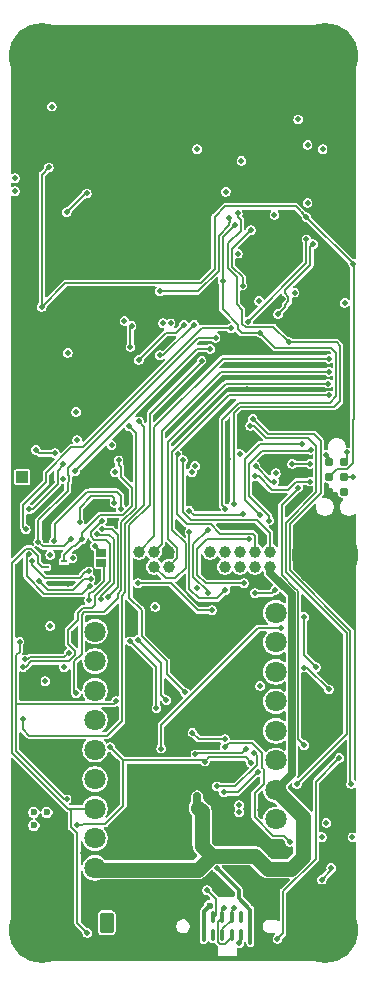
<source format=gbr>
%TF.GenerationSoftware,KiCad,Pcbnew,9.0.1*%
%TF.CreationDate,2025-10-09T14:44:29-04:00*%
%TF.ProjectId,OshTelemega,4f736854-656c-4656-9d65-67612e6b6963,rev?*%
%TF.SameCoordinates,Original*%
%TF.FileFunction,Copper,L1,Top*%
%TF.FilePolarity,Positive*%
%FSLAX46Y46*%
G04 Gerber Fmt 4.6, Leading zero omitted, Abs format (unit mm)*
G04 Created by KiCad (PCBNEW 9.0.1) date 2025-10-09 14:44:29*
%MOMM*%
%LPD*%
G01*
G04 APERTURE LIST*
G04 Aperture macros list*
%AMRoundRect*
0 Rectangle with rounded corners*
0 $1 Rounding radius*
0 $2 $3 $4 $5 $6 $7 $8 $9 X,Y pos of 4 corners*
0 Add a 4 corners polygon primitive as box body*
4,1,4,$2,$3,$4,$5,$6,$7,$8,$9,$2,$3,0*
0 Add four circle primitives for the rounded corners*
1,1,$1+$1,$2,$3*
1,1,$1+$1,$4,$5*
1,1,$1+$1,$6,$7*
1,1,$1+$1,$8,$9*
0 Add four rect primitives between the rounded corners*
20,1,$1+$1,$2,$3,$4,$5,0*
20,1,$1+$1,$4,$5,$6,$7,0*
20,1,$1+$1,$6,$7,$8,$9,0*
20,1,$1+$1,$8,$9,$2,$3,0*%
G04 Aperture macros list end*
%TA.AperFunction,SMDPad,CuDef*%
%ADD10RoundRect,0.062500X0.212500X-0.062500X0.212500X0.062500X-0.212500X0.062500X-0.212500X-0.062500X0*%
%TD*%
%TA.AperFunction,HeatsinkPad*%
%ADD11R,0.600000X0.800000*%
%TD*%
%TA.AperFunction,ComponentPad*%
%ADD12C,1.800000*%
%TD*%
%TA.AperFunction,ComponentPad*%
%ADD13C,5.600000*%
%TD*%
%TA.AperFunction,ComponentPad*%
%ADD14RoundRect,0.250000X-0.350000X-0.625000X0.350000X-0.625000X0.350000X0.625000X-0.350000X0.625000X0*%
%TD*%
%TA.AperFunction,ComponentPad*%
%ADD15O,1.200000X1.750000*%
%TD*%
%TA.AperFunction,SMDPad,CuDef*%
%ADD16RoundRect,0.075000X-0.075000X-0.425000X0.075000X-0.425000X0.075000X0.425000X-0.075000X0.425000X0*%
%TD*%
%TA.AperFunction,HeatsinkPad*%
%ADD17C,1.100000*%
%TD*%
%TA.AperFunction,SMDPad,CuDef*%
%ADD18R,0.850000X0.650000*%
%TD*%
%TA.AperFunction,ComponentPad*%
%ADD19R,1.000000X1.000000*%
%TD*%
%TA.AperFunction,ComponentPad*%
%ADD20C,1.000000*%
%TD*%
%TA.AperFunction,ConnectorPad*%
%ADD21C,0.787400*%
%TD*%
%TA.AperFunction,SMDPad,CuDef*%
%ADD22R,1.500000X5.080000*%
%TD*%
%TA.AperFunction,ViaPad*%
%ADD23C,0.460000*%
%TD*%
%TA.AperFunction,ViaPad*%
%ADD24C,0.600000*%
%TD*%
%TA.AperFunction,Conductor*%
%ADD25C,0.200000*%
%TD*%
%TA.AperFunction,Conductor*%
%ADD26C,0.320000*%
%TD*%
%TA.AperFunction,Conductor*%
%ADD27C,1.280000*%
%TD*%
%TA.AperFunction,Conductor*%
%ADD28C,0.640000*%
%TD*%
G04 APERTURE END LIST*
D10*
%TO.P,U7,1,VCC*%
%TO.N,/MGSW_IN*%
X23325000Y-66250000D03*
%TO.P,U7,2,GND*%
%TO.N,GND*%
X24875000Y-66250000D03*
%TO.P,U7,3,OUT*%
%TO.N,/HALL_OUT*%
X24875000Y-65750000D03*
%TO.P,U7,4,SEL*%
%TO.N,GND*%
X23325000Y-65750000D03*
D11*
%TO.P,U7,5,PAD*%
X24100000Y-66000000D03*
%TD*%
D12*
%TO.P,J6,1,Pin_1*%
%TO.N,GND*%
X42800000Y-90099998D03*
%TO.P,J6,2,Pin_2*%
%TO.N,V_PYRO*%
X42800000Y-87599998D03*
%TO.P,J6,3,Pin_3*%
%TO.N,V_LIPO*%
X42800000Y-85099998D03*
%TO.P,J6,4,Pin_4*%
%TO.N,/FET_A*%
X42800000Y-82599997D03*
%TO.P,J6,5,Pin_5*%
%TO.N,V_PYRO*%
X42800000Y-80099997D03*
%TO.P,J6,6,Pin_6*%
%TO.N,/FET_B*%
X42800000Y-77599997D03*
%TO.P,J6,7,Pin_7*%
%TO.N,V_PYRO*%
X42800000Y-75100000D03*
%TO.P,J6,8,Pin_8*%
%TO.N,/FET_C*%
X42800000Y-72600000D03*
%TO.P,J6,9,Pin_9*%
%TO.N,V_PYRO*%
X42800000Y-70100000D03*
%TD*%
D13*
%TO.P,H2,1,1*%
%TO.N,GND*%
X23000000Y-97000000D03*
%TD*%
D14*
%TO.P,J8,1,Pin_1*%
%TO.N,V_CHARGE*%
X28500000Y-96350000D03*
D15*
%TO.P,J8,2,Pin_2*%
%TO.N,GND*%
X30500000Y-96350000D03*
%TD*%
D16*
%TO.P,J4,A1,GND*%
%TO.N,GND*%
X35920000Y-95890000D03*
%TO.P,J4,A4,VBUS*%
%TO.N,VBUS*%
X36710000Y-95890000D03*
%TO.P,J4,A5,CC1*%
%TO.N,Net-(J4-CC1)*%
X37500000Y-95890000D03*
%TO.P,J4,A6,D+*%
%TO.N,Net-(J4-D+-PadA6)*%
X38290000Y-95890000D03*
%TO.P,J4,A7,D-*%
%TO.N,Net-(J4-D--PadA7)*%
X39080000Y-95890000D03*
%TO.P,J4,A8,SBU1*%
%TO.N,unconnected-(J4-SBU1-PadA8)*%
X39870000Y-95890000D03*
%TO.P,J4,A9,VBUS*%
%TO.N,VBUS*%
X40660000Y-95890000D03*
%TO.P,J4,A12,GND*%
%TO.N,GND*%
X41450000Y-95890000D03*
%TO.P,J4,B1,GND*%
X41450000Y-97410000D03*
%TO.P,J4,B4,VBUS*%
%TO.N,VBUS*%
X40660000Y-97410000D03*
%TO.P,J4,B5,CC2*%
%TO.N,Net-(J4-CC2)*%
X39870000Y-97410000D03*
%TO.P,J4,B6,D+*%
%TO.N,Net-(J4-D+-PadA6)*%
X39080000Y-97410000D03*
%TO.P,J4,B7,D-*%
%TO.N,Net-(J4-D--PadA7)*%
X38290000Y-97410000D03*
%TO.P,J4,B8,SBU2*%
%TO.N,unconnected-(J4-SBU2-PadB8)*%
X37500000Y-97410000D03*
%TO.P,J4,B9,VBUS*%
%TO.N,VBUS*%
X36710000Y-97410000D03*
%TO.P,J4,B12,GND*%
%TO.N,GND*%
X35920000Y-97410000D03*
D17*
%TO.P,J4,S1,SHIELD*%
X36300000Y-94500000D03*
X36300000Y-98800000D03*
X41100000Y-94500000D03*
X41100000Y-98800000D03*
%TD*%
D18*
%TO.P,D5,1,A1*%
%TO.N,Net-(D5-A1)*%
X28050000Y-65050000D03*
%TO.P,D5,2,A2*%
%TO.N,Net-(D5-A2)*%
X28050000Y-65900000D03*
%TO.P,D5,3,K1*%
%TO.N,GND*%
X26600000Y-65050000D03*
%TO.P,D5,4,K2*%
X26600000Y-65900000D03*
%TD*%
D13*
%TO.P,H3,1,1*%
%TO.N,GND*%
X47000000Y-97000000D03*
%TD*%
%TO.P,H4,1,1*%
%TO.N,GND*%
X47000000Y-23000000D03*
%TD*%
%TO.P,H5,1,1*%
%TO.N,GND*%
X47000000Y-65200000D03*
%TD*%
D19*
%TO.P,J9,1,Pin_1*%
%TO.N,GND*%
X37240000Y-66200000D03*
D20*
%TO.P,J9,2,Pin_2*%
%TO.N,/SCK2*%
X37240000Y-64929999D03*
%TO.P,J9,3,Pin_3*%
%TO.N,+3V3*%
X38510001Y-66200000D03*
%TO.P,J9,4,Pin_4*%
%TO.N,/MISO2*%
X38510000Y-64930000D03*
%TO.P,J9,5,Pin_5*%
%TO.N,/TX1*%
X39780000Y-66200000D03*
%TO.P,J9,6,Pin_6*%
%TO.N,/RX1*%
X39780000Y-64930000D03*
%TO.P,J9,7,Pin_7*%
%TO.N,/MOSI2*%
X41050000Y-66200000D03*
%TO.P,J9,8,Pin_8*%
%TO.N,/CS_COMP1*%
X41050000Y-64930000D03*
%TO.P,J9,9,Pin_9*%
%TO.N,V_LIPO*%
X42319999Y-66200000D03*
%TO.P,J9,10,Pin_10*%
%TO.N,/CS_COMP0*%
X42320000Y-64930000D03*
%TD*%
D19*
%TO.P,J10,1,Pin_1*%
%TO.N,GND*%
X31210000Y-66200000D03*
D20*
%TO.P,J10,2,Pin_2*%
%TO.N,Net-(J10-Pin_2)*%
X31210000Y-64929999D03*
%TO.P,J10,3,Pin_3*%
%TO.N,Net-(J10-Pin_3)*%
X32480001Y-66200000D03*
%TO.P,J10,4,Pin_4*%
%TO.N,Net-(J10-Pin_4)*%
X32480000Y-64930000D03*
%TO.P,J10,5,Pin_5*%
%TO.N,Net-(J10-Pin_5)*%
X33750000Y-66200000D03*
%TO.P,J10,6,Pin_6*%
%TO.N,GND*%
X33750000Y-64930000D03*
%TD*%
D21*
%TO.P,J1,1,VCC*%
%TO.N,+3V3*%
X47349000Y-57330000D03*
%TO.P,J1,2,SWDIO*%
%TO.N,/SWDIO*%
X48619000Y-57330000D03*
%TO.P,J1,3,~{RESET}*%
%TO.N,/NRST*%
X47349000Y-58600000D03*
%TO.P,J1,4,SWCLK*%
%TO.N,/SWCLK*%
X48619000Y-58600000D03*
%TO.P,J1,5,GND*%
%TO.N,GND*%
X47349000Y-59870000D03*
%TO.P,J1,6,SWO*%
%TO.N,unconnected-(J1-SWO-Pad6)*%
X48619000Y-59870000D03*
%TD*%
D19*
%TO.P,J2,1,Pin_1*%
%TO.N,/BUZZ*%
X21350000Y-58630000D03*
D20*
%TO.P,J2,2,Pin_2*%
%TO.N,GND*%
X21350000Y-59900000D03*
%TD*%
D12*
%TO.P,J7,1,Pin_1*%
%TO.N,V_PYRO*%
X27499999Y-71700000D03*
%TO.P,J7,2,Pin_2*%
%TO.N,/FET_D*%
X27499999Y-74200000D03*
%TO.P,J7,3,Pin_3*%
%TO.N,V_PYRO*%
X27499999Y-76700000D03*
%TO.P,J7,4,Pin_4*%
%TO.N,/FET_E*%
X27499999Y-79200001D03*
%TO.P,J7,5,Pin_5*%
%TO.N,V_PYRO*%
X27499999Y-81700001D03*
%TO.P,J7,6,Pin_6*%
%TO.N,/FET_F*%
X27499999Y-84200001D03*
%TO.P,J7,7,Pin_7*%
%TO.N,/MGSW_IN*%
X27499999Y-86699998D03*
%TO.P,J7,8,Pin_8*%
%TO.N,V_PROT*%
X27499999Y-89199998D03*
%TO.P,J7,9,Pin_9*%
%TO.N,V_LIPO*%
X27499999Y-91699998D03*
%TD*%
D13*
%TO.P,H1,1,1*%
%TO.N,GND*%
X23000000Y-23000000D03*
%TD*%
D22*
%TO.P,J3,2,Ext*%
%TO.N,GND*%
X30750000Y-22900000D03*
X39250000Y-22900000D03*
%TD*%
D23*
%TO.N,/BUZZ*%
X22500000Y-56300000D03*
X24100000Y-56600000D03*
%TO.N,GND*%
X44400000Y-33100000D03*
X26200000Y-75800000D03*
X36850000Y-56050000D03*
X21000000Y-64500000D03*
X48600000Y-86500000D03*
X23500000Y-35700000D03*
X27200000Y-27350000D03*
X37350000Y-61150000D03*
X48800000Y-52000000D03*
X31617954Y-45592323D03*
X37450000Y-57550000D03*
X24350000Y-65100000D03*
X25250000Y-67650000D03*
X40000000Y-49100000D03*
X47076498Y-42829135D03*
X34806271Y-35880329D03*
X33596140Y-32456559D03*
X30200000Y-56200000D03*
X34900000Y-71400000D03*
X47200000Y-54850000D03*
X36000000Y-35300000D03*
X38000000Y-89000000D03*
X33400000Y-51250000D03*
X34441838Y-33810353D03*
X30000001Y-94889999D03*
X31750000Y-98950000D03*
X33700000Y-82100000D03*
X21324999Y-92400000D03*
X25700000Y-72400000D03*
X34101486Y-32519727D03*
X21700000Y-72800000D03*
X30300000Y-34600000D03*
X35550000Y-89900000D03*
X44400000Y-34300000D03*
X39100000Y-84100000D03*
X29300000Y-78800000D03*
X43000000Y-31800000D03*
X46850000Y-74500000D03*
X41800000Y-31800000D03*
X34800000Y-63000000D03*
X46400000Y-41600000D03*
X34813559Y-35340969D03*
X47100000Y-43900000D03*
X29200000Y-62400000D03*
X23800000Y-41000000D03*
X48200000Y-72900000D03*
X34804859Y-36487885D03*
X38400000Y-80100000D03*
X41100000Y-26890000D03*
X34802626Y-34207584D03*
X37100000Y-72325000D03*
X47400000Y-89300000D03*
X29200000Y-32600000D03*
X29800000Y-50850000D03*
X43062500Y-33037500D03*
X48600000Y-54400000D03*
X36000000Y-34700000D03*
X38300000Y-50350000D03*
X34180000Y-31300000D03*
X37900000Y-86650000D03*
X35600000Y-70100000D03*
X29600000Y-90700000D03*
X21350000Y-29650000D03*
X23900000Y-77000000D03*
X40200000Y-79500000D03*
X30550000Y-69700000D03*
X42300000Y-22900000D03*
X44400000Y-31800000D03*
X23399998Y-92400000D03*
X49276887Y-29766862D03*
X21100000Y-71600000D03*
X24999998Y-87200000D03*
X30200000Y-58400000D03*
X26000000Y-53800000D03*
X36000000Y-35900000D03*
X34080000Y-30000000D03*
X29300000Y-45400000D03*
X26500000Y-90450000D03*
X35890670Y-33565788D03*
X24700000Y-69100000D03*
X48300000Y-93300000D03*
X46250000Y-71400000D03*
X33200000Y-96600000D03*
X34500000Y-45300000D03*
X27450000Y-23950000D03*
X43400000Y-58900000D03*
X34645705Y-32521347D03*
X22199998Y-88900000D03*
X25700000Y-59500000D03*
X22199998Y-85600000D03*
X35800000Y-79500000D03*
X47850000Y-60450000D03*
X41800000Y-33100000D03*
X26050000Y-43600000D03*
X24250000Y-84350000D03*
X47300000Y-32200000D03*
X23850000Y-59050000D03*
X41800000Y-34300000D03*
X26900000Y-59350000D03*
X31400000Y-76800000D03*
X40300000Y-43000000D03*
X24100000Y-49000000D03*
X38900000Y-91750000D03*
X34000000Y-95100000D03*
X41500000Y-86800000D03*
X38750000Y-57100000D03*
X33927989Y-33704667D03*
X34806271Y-34728722D03*
X43200000Y-34300000D03*
X41800000Y-78900000D03*
X35100000Y-32800000D03*
X34500000Y-29400000D03*
X47143692Y-87220058D03*
X22613838Y-58438625D03*
X26150000Y-27150000D03*
X36000000Y-34100000D03*
X30100000Y-57500000D03*
X45200000Y-46100000D03*
X35509231Y-33169772D03*
X27650000Y-61150000D03*
X41050000Y-62950000D03*
X48526477Y-36588664D03*
X38900000Y-47650000D03*
X43800000Y-38200000D03*
X21400000Y-50825000D03*
X37400000Y-92350000D03*
X21300000Y-77100000D03*
X46819429Y-27933495D03*
X45250000Y-60050000D03*
X25300000Y-77200000D03*
X43400000Y-43550000D03*
X32750000Y-32200000D03*
X37810000Y-32900000D03*
X23400000Y-54525000D03*
X26900000Y-93400000D03*
X40350000Y-51200000D03*
X21050000Y-84950000D03*
X33900000Y-88650000D03*
X28700000Y-48600000D03*
X33100001Y-94340000D03*
X36000197Y-36526757D03*
X48200000Y-75900000D03*
X49376887Y-28666862D03*
X41250000Y-84450000D03*
X28000000Y-98700000D03*
X42000000Y-26890000D03*
X43400000Y-43550000D03*
X31900000Y-78100000D03*
X24700000Y-46100000D03*
X42550000Y-60700000D03*
X41700000Y-64300000D03*
%TO.N,+3V3*%
X42800000Y-58300000D03*
X23850000Y-27250000D03*
X38580022Y-34454558D03*
X24900000Y-74700000D03*
X44000000Y-89500000D03*
X41400000Y-43700000D03*
X20700000Y-33300000D03*
X29211198Y-58200000D03*
D24*
X23424999Y-87000000D03*
D23*
X46700000Y-89100000D03*
X45500000Y-30476251D03*
X45500000Y-35400000D03*
X26000000Y-55500000D03*
X20700000Y-34400000D03*
X25200000Y-48085000D03*
X24834488Y-58765513D03*
X44699429Y-28333495D03*
X39600000Y-39700000D03*
X46776887Y-30866862D03*
X44400000Y-43000000D03*
X30000000Y-45400000D03*
X39900000Y-31830000D03*
X48650000Y-43850000D03*
X23700000Y-65200000D03*
X23700000Y-71200000D03*
X47100000Y-56750000D03*
D24*
X22324999Y-87000000D03*
D23*
X25600000Y-65500000D03*
X25900000Y-53100000D03*
X38500000Y-81500000D03*
D24*
X22324999Y-88100000D03*
D23*
X36160000Y-30860000D03*
X42700000Y-36400000D03*
X32600000Y-69600000D03*
X36100000Y-68000000D03*
%TO.N,/NRST*%
X49350000Y-40550000D03*
X23600000Y-32400000D03*
X23000000Y-44200000D03*
X45400000Y-36600000D03*
%TO.N,VBUS*%
X37800000Y-91700000D03*
D24*
X37200000Y-94900000D03*
%TO.N,V_LIPO*%
X36150000Y-85650000D03*
X36250000Y-86600000D03*
D23*
%TO.N,Net-(J4-CC1)*%
X37000000Y-93600000D03*
%TO.N,Net-(J4-D+-PadA6)*%
X38400000Y-95100000D03*
%TO.N,Net-(J4-CC2)*%
X39700000Y-98100000D03*
%TO.N,Net-(J4-D--PadA7)*%
X39300000Y-95100000D03*
%TO.N,/RX1*%
X41450000Y-61800000D03*
X45000000Y-55850000D03*
%TO.N,/MGSW_IN*%
X48200000Y-82400000D03*
X26850000Y-97200000D03*
X42950000Y-97700000D03*
%TO.N,/SENSE_A*%
X40641194Y-54274217D03*
X44600000Y-84600000D03*
%TO.N,/SENSE_B*%
X49200000Y-84600000D03*
X40850000Y-53700000D03*
%TO.N,/FIRE_A*%
X35700000Y-58200000D03*
X47100000Y-87900000D03*
%TO.N,/FIRE_B*%
X49300000Y-89100000D03*
X35973249Y-57653503D03*
%TO.N,/FIRE_C*%
X30500000Y-72500000D03*
X28000000Y-68900000D03*
X32700000Y-78200000D03*
X40300000Y-81600000D03*
X36000000Y-82100000D03*
X27659962Y-63434902D03*
%TO.N,/SENSE_C*%
X35900000Y-45700000D03*
X33000000Y-48300000D03*
X41500000Y-76300000D03*
X39784174Y-56665826D03*
%TO.N,/FIRE_D*%
X38500000Y-80800000D03*
X33550000Y-77500000D03*
X35750000Y-80250000D03*
X28599138Y-68780172D03*
X31102689Y-72399552D03*
X28100000Y-63011003D03*
%TO.N,/SENSE_D*%
X36522547Y-48753221D03*
X35150000Y-76850000D03*
%TO.N,/FIRE_E*%
X23300000Y-75900000D03*
X28900000Y-55900000D03*
%TO.N,/SENSE_E*%
X30600000Y-45800000D03*
X30500000Y-47600000D03*
X25900000Y-76900000D03*
X30400000Y-54300000D03*
%TO.N,/FIRE_F*%
X21400000Y-74700000D03*
X28100000Y-62300000D03*
%TO.N,/SENSE_F*%
X35025000Y-45700000D03*
X31200000Y-53900000D03*
X21400000Y-79100000D03*
X31200000Y-48700000D03*
%TO.N,/CMP_LDO_IN*%
X29300000Y-77600000D03*
X46700000Y-92700000D03*
X21114258Y-72557377D03*
X25100000Y-85900000D03*
X47500000Y-91700000D03*
%TO.N,/CMP_RAIL*%
X40700000Y-82800000D03*
X26000000Y-88100000D03*
X28800000Y-81500000D03*
X36800000Y-82700000D03*
X25300000Y-73500000D03*
X21600000Y-74050000D03*
%TO.N,/V_PBATT*%
X39700000Y-87011003D03*
X33900000Y-45600000D03*
%TO.N,/V_BATT*%
X39700000Y-86400000D03*
X33288997Y-45600000D03*
%TO.N,/IMU_GYRO_INT*%
X24050000Y-64000000D03*
X29700000Y-61300000D03*
%TO.N,/SWDIO*%
X44200000Y-57500000D03*
X45700000Y-57500000D03*
X48846736Y-56525232D03*
%TO.N,/IMU_ACCEL_INT*%
X26200000Y-62450000D03*
X29150000Y-60800000D03*
%TO.N,/MAG_MISO2*%
X37050000Y-68400000D03*
X37050000Y-63100000D03*
%TO.N,/TX1*%
X40500000Y-63900000D03*
X40100000Y-67600000D03*
X45750000Y-56300000D03*
X42250000Y-62300000D03*
%TO.N,/MISO2*%
X39600000Y-36300000D03*
X39250000Y-60900000D03*
X43900000Y-47200000D03*
%TO.N,/CS_COMP1*%
X34500000Y-56700000D03*
%TO.N,/SCK1*%
X24800000Y-57550000D03*
X21900000Y-61350000D03*
X37246931Y-47746931D03*
X25840000Y-58140000D03*
%TO.N,/MISO1*%
X37715000Y-46815000D03*
X25450000Y-63900000D03*
X22700000Y-64100000D03*
%TO.N,/RADIO_MARC_ISR*%
X43000000Y-44800000D03*
X46000000Y-38900000D03*
%TO.N,/CS_COMP0*%
X34950000Y-57200000D03*
%TO.N,/AC_SCK1*%
X21873809Y-65156348D03*
X27050000Y-67850000D03*
%TO.N,/MOSI1*%
X21650000Y-63050000D03*
X39000000Y-46000000D03*
%TO.N,/MOSI2*%
X40000000Y-42400000D03*
X40700000Y-37700000D03*
%TO.N,/CS_MAG*%
X35500000Y-63300000D03*
X35500000Y-61450000D03*
X38550000Y-68200000D03*
X40000000Y-61750000D03*
%TO.N,/USB_D-*%
X41295771Y-83574624D03*
X38400000Y-85300000D03*
X44700000Y-59500000D03*
X45200000Y-81300000D03*
%TO.N,/RADIO_INT*%
X40450000Y-45450000D03*
X45400000Y-38500000D03*
%TO.N,/SCK2*%
X38300000Y-42000000D03*
X38550000Y-61300000D03*
X41500000Y-46400000D03*
X39350000Y-37250000D03*
%TO.N,/SWCLK*%
X45700000Y-59000000D03*
X41025000Y-58550000D03*
X49389000Y-58600000D03*
%TO.N,/AC_MOSI1*%
X22200000Y-65700000D03*
X26959143Y-66595120D03*
%TO.N,/BA_MISO1*%
X26800000Y-34600000D03*
X25100000Y-36200000D03*
%TO.N,/USB_D+*%
X37800000Y-84800000D03*
X41000000Y-82000000D03*
%TO.N,/CS_RADIO*%
X38887048Y-36712952D03*
X33000000Y-42900000D03*
%TO.N,/AC_MISO1*%
X22800000Y-67400000D03*
X27125786Y-67243715D03*
%TO.N,Net-(J10-Pin_4)*%
X47300000Y-49700000D03*
%TO.N,Net-(J10-Pin_3)*%
X47300000Y-51700000D03*
%TO.N,Net-(J10-Pin_2)*%
X47300000Y-48600000D03*
%TO.N,Net-(J10-Pin_5)*%
X47200000Y-50700000D03*
%TO.N,/HALL_OUT*%
X45200000Y-70450000D03*
X29500000Y-57200000D03*
X46200000Y-74700000D03*
X26400000Y-63900000D03*
X42700000Y-59000000D03*
X41100000Y-57700000D03*
%TO.N,Net-(Q2-G)*%
X43250000Y-71400000D03*
X33100000Y-81600000D03*
X47300000Y-76600000D03*
X45200000Y-74750000D03*
%TO.N,Net-(D5-A1)*%
X27500000Y-64450000D03*
%TO.N,Net-(D5-A2)*%
X31150000Y-67600000D03*
X41050000Y-68450000D03*
X37400000Y-69900000D03*
X27000000Y-69050000D03*
X42750000Y-68150000D03*
%TD*%
D25*
%TO.N,/BUZZ*%
X22800000Y-56600000D02*
X22500000Y-56300000D01*
X24100000Y-56600000D02*
X22800000Y-56600000D01*
%TO.N,GND*%
X47350000Y-59870000D02*
X47350000Y-59950000D01*
X26600000Y-65850000D02*
X26600000Y-65000000D01*
X47350000Y-59950000D02*
X47850000Y-60450000D01*
%TO.N,+3V3*%
X41018000Y-87413231D02*
X42576767Y-88971998D01*
X40799651Y-81118000D02*
X41672000Y-81990349D01*
X38500000Y-81500000D02*
X38882000Y-81118000D01*
X41672000Y-81990349D02*
X41672000Y-83269202D01*
X47350000Y-57330000D02*
X47350000Y-57000000D01*
X41018000Y-85363651D02*
X41018000Y-87413231D01*
X43471998Y-88971998D02*
X44000000Y-89500000D01*
X42576767Y-88971998D02*
X43471998Y-88971998D01*
X38882000Y-81118000D02*
X40799651Y-81118000D01*
X41672000Y-83269202D02*
X41777771Y-83374973D01*
X41777771Y-83374973D02*
X41777771Y-84603880D01*
X41777771Y-84603880D02*
X41018000Y-85363651D01*
X47350000Y-57000000D02*
X47100000Y-56750000D01*
%TO.N,/NRST*%
X45400000Y-36600000D02*
X49398001Y-40598001D01*
X38500000Y-35700000D02*
X37644000Y-36556000D01*
X48877517Y-57951700D02*
X47998300Y-57951700D01*
X37644000Y-36556000D02*
X37644000Y-40992138D01*
X45400000Y-36600000D02*
X44500000Y-35700000D01*
X49369000Y-57460217D02*
X48877517Y-57951700D01*
X37644000Y-40992138D02*
X36436138Y-42200000D01*
X49398001Y-53701999D02*
X49369000Y-53731000D01*
X47998300Y-57951700D02*
X47350000Y-58600000D01*
X36436138Y-42200000D02*
X25000000Y-42200000D01*
X49369000Y-53731000D02*
X49369000Y-57460217D01*
X25000000Y-42200000D02*
X23000000Y-44200000D01*
X49398001Y-40598001D02*
X49398001Y-53701999D01*
X45400000Y-36600000D02*
X45000000Y-36200000D01*
X44500000Y-35700000D02*
X38500000Y-35700000D01*
X23000000Y-44200000D02*
X23000000Y-33000000D01*
X23000000Y-33000000D02*
X23600000Y-32400000D01*
D26*
%TO.N,VBUS*%
X36710000Y-95390000D02*
X36710000Y-95890000D01*
X39661000Y-94246111D02*
X39661000Y-93561000D01*
X36710000Y-97410000D02*
X36710000Y-95890000D01*
X40660000Y-97410000D02*
X40660000Y-95890000D01*
X37200000Y-94900000D02*
X36710000Y-95390000D01*
X40660000Y-97410000D02*
X40660000Y-98054889D01*
X40660000Y-95245111D02*
X39661000Y-94246111D01*
X39661000Y-93561000D02*
X37800000Y-91700000D01*
X36710000Y-97830000D02*
X36710000Y-97410000D01*
X40660000Y-95890000D02*
X40660000Y-95245111D01*
D27*
%TO.N,V_LIPO*%
X41016093Y-90675000D02*
X42109091Y-91767998D01*
D28*
X42319999Y-66719999D02*
X44150000Y-68550000D01*
X44150000Y-68550000D02*
X44150000Y-83749998D01*
X44150000Y-83749998D02*
X42800000Y-85099998D01*
X36150000Y-85650000D02*
X36150000Y-86500000D01*
D27*
X37375431Y-90675000D02*
X41016093Y-90675000D01*
X36572000Y-89871569D02*
X37375431Y-90675000D01*
X45100000Y-87399998D02*
X42800000Y-85099998D01*
X44132002Y-91767998D02*
X45100000Y-90800000D01*
X45100000Y-90800000D02*
X45100000Y-87399998D01*
X27650001Y-91850000D02*
X36200431Y-91850000D01*
X27499999Y-91699998D02*
X27650001Y-91850000D01*
X42109091Y-91767998D02*
X44132002Y-91767998D01*
D28*
X36150000Y-86500000D02*
X36250000Y-86600000D01*
X42319999Y-66500000D02*
X42319999Y-66719999D01*
D27*
X36200431Y-91850000D02*
X37375431Y-90675000D01*
X36250000Y-86600000D02*
X36572000Y-86922000D01*
X36572000Y-86922000D02*
X36572000Y-89871569D01*
D25*
%TO.N,Net-(J4-CC1)*%
X37735000Y-95655000D02*
X37735000Y-94335000D01*
X37500000Y-95890000D02*
X37735000Y-95655000D01*
X37735000Y-94335000D02*
X37000000Y-93600000D01*
%TO.N,Net-(J4-D+-PadA6)*%
X39080000Y-97550586D02*
X38492586Y-98138000D01*
X38087414Y-98138000D02*
X37912000Y-97962586D01*
X38492586Y-98138000D02*
X38087414Y-98138000D01*
X37912000Y-96268000D02*
X38290000Y-95890000D01*
X37912000Y-97962586D02*
X37912000Y-96268000D01*
X38290000Y-95210000D02*
X38400000Y-95100000D01*
X39080000Y-97410000D02*
X39080000Y-97550586D01*
X38290000Y-95890000D02*
X38290000Y-95210000D01*
%TO.N,Net-(J4-CC2)*%
X39870000Y-97930000D02*
X39700000Y-98100000D01*
X39870000Y-97410000D02*
X39870000Y-97930000D01*
%TO.N,Net-(J4-D--PadA7)*%
X39080000Y-96120001D02*
X39080000Y-95890000D01*
X39080000Y-95890000D02*
X39080000Y-95320000D01*
X38290000Y-97410000D02*
X38290000Y-96910001D01*
X38290000Y-96910001D02*
X39080000Y-96120001D01*
X39080000Y-95320000D02*
X39300000Y-95100000D01*
%TO.N,/RX1*%
X41450000Y-55850000D02*
X45000000Y-55850000D01*
X40200000Y-57100000D02*
X41450000Y-55850000D01*
X41450000Y-61800000D02*
X40200000Y-60550000D01*
X40200000Y-60550000D02*
X40200000Y-57100000D01*
%TO.N,/MGSW_IN*%
X20487000Y-81968651D02*
X25218347Y-86699998D01*
X20487000Y-65861506D02*
X20487000Y-81968651D01*
X46200000Y-84400000D02*
X46200000Y-90927538D01*
X25218347Y-86699998D02*
X25300000Y-86699998D01*
X22073460Y-64674348D02*
X21674158Y-64674348D01*
X25481998Y-88263649D02*
X25481998Y-86881996D01*
X23050001Y-66250000D02*
X22682000Y-65881999D01*
X26000000Y-96350000D02*
X26000000Y-88781651D01*
X48200000Y-82400000D02*
X46200000Y-84400000D01*
X22682000Y-65282888D02*
X22073460Y-64674348D01*
X23325000Y-66250000D02*
X23050001Y-66250000D01*
X43432000Y-93695538D02*
X43432000Y-97218000D01*
X22682000Y-65881999D02*
X22682000Y-65282888D01*
X43432000Y-97218000D02*
X42950000Y-97700000D01*
X25300000Y-86699998D02*
X27499999Y-86699998D01*
X26850000Y-97200000D02*
X26000000Y-96350000D01*
X21674158Y-64674348D02*
X20487000Y-65861506D01*
X25481998Y-86881996D02*
X25300000Y-86699998D01*
X46200000Y-90927538D02*
X43432000Y-93695538D01*
X26000000Y-88781651D02*
X25481998Y-88263649D01*
%TO.N,/SENSE_A*%
X48800000Y-80400000D02*
X44600000Y-84600000D01*
X48800000Y-71813862D02*
X48800000Y-80400000D01*
X45578000Y-55328000D02*
X46250000Y-56000000D01*
X46250000Y-56000000D02*
X46250000Y-59886138D01*
X40666977Y-54300000D02*
X40986138Y-54300000D01*
X46250000Y-59886138D02*
X43644000Y-62492138D01*
X43644000Y-62492138D02*
X43644000Y-66657862D01*
X42014138Y-55328000D02*
X45578000Y-55328000D01*
X40986138Y-54300000D02*
X42014138Y-55328000D01*
X40641194Y-54274217D02*
X40666977Y-54300000D01*
X43644000Y-66657862D02*
X48800000Y-71813862D01*
%TO.N,/SENSE_B*%
X49128000Y-71678000D02*
X49128000Y-84528000D01*
X43972000Y-66522000D02*
X49128000Y-71678000D01*
X46600000Y-55550000D02*
X46600000Y-60000000D01*
X49128000Y-84528000D02*
X49200000Y-84600000D01*
X42150000Y-55000000D02*
X46050000Y-55000000D01*
X46600000Y-60000000D02*
X43972000Y-62628000D01*
X43972000Y-62628000D02*
X43972000Y-66522000D01*
X40850000Y-53700000D02*
X42150000Y-55000000D01*
X46050000Y-55000000D02*
X46600000Y-55550000D01*
%TO.N,/FIRE_C*%
X28000000Y-68645513D02*
X29088000Y-67557513D01*
X36118000Y-81982000D02*
X36000000Y-82100000D01*
X32697311Y-77947311D02*
X32697311Y-74697311D01*
X40300000Y-81600000D02*
X39918000Y-81982000D01*
X27718063Y-63493003D02*
X27659962Y-63434902D01*
X32700000Y-77950000D02*
X32697311Y-77947311D01*
X32700000Y-78200000D02*
X32700000Y-77950000D01*
X29088000Y-63888000D02*
X28693003Y-63493003D01*
X32697311Y-74697311D02*
X30500000Y-72500000D01*
X39918000Y-81982000D02*
X36118000Y-81982000D01*
X28693003Y-63493003D02*
X27718063Y-63493003D01*
X28000000Y-68900000D02*
X28000000Y-68645513D01*
X29088000Y-67557513D02*
X29088000Y-63888000D01*
%TO.N,/SENSE_C*%
X33300000Y-48300000D02*
X35900000Y-45700000D01*
X33000000Y-48300000D02*
X33300000Y-48300000D01*
%TO.N,/FIRE_D*%
X28100000Y-63011003D02*
X28911003Y-63011003D01*
X33550000Y-77500000D02*
X33100000Y-77050000D01*
X36500000Y-80800000D02*
X36300000Y-80800000D01*
X33100000Y-77050000D02*
X33100000Y-74396863D01*
X33100000Y-74396863D02*
X31102689Y-72399552D01*
X28911003Y-63011003D02*
X29416000Y-63516000D01*
X38500000Y-80800000D02*
X36500000Y-80800000D01*
X36500000Y-80800000D02*
X36400000Y-80800000D01*
X36300000Y-80800000D02*
X35750000Y-80250000D01*
X29416000Y-63516000D02*
X29416000Y-67963310D01*
X29416000Y-67963310D02*
X28599138Y-68780172D01*
%TO.N,/SENSE_D*%
X31442394Y-69862994D02*
X30400000Y-68820600D01*
X30400000Y-68820600D02*
X30400000Y-62709375D01*
X33600000Y-74215212D02*
X31442394Y-72057606D01*
X32150000Y-53250000D02*
X36522547Y-48877453D01*
X33600000Y-75300000D02*
X33600000Y-74215212D01*
X30400000Y-62709375D02*
X32150000Y-60959375D01*
X32150000Y-60959375D02*
X32150000Y-53250000D01*
X31442394Y-72057606D02*
X31442394Y-69862994D01*
X35150000Y-76850000D02*
X33600000Y-75300000D01*
X36522547Y-48877453D02*
X36522547Y-48753221D01*
%TO.N,/SENSE_E*%
X26595513Y-70050000D02*
X28250000Y-70050000D01*
X29744000Y-62437651D02*
X30982000Y-61199651D01*
X26371999Y-73573514D02*
X26371999Y-70273514D01*
X30500000Y-47600000D02*
X30500000Y-45900000D01*
X26371999Y-70273514D02*
X26595513Y-70050000D01*
X29744000Y-68200000D02*
X29744000Y-62437651D01*
X28250000Y-70050000D02*
X29450000Y-68850000D01*
X30500000Y-45900000D02*
X30600000Y-45800000D01*
X30982000Y-54882000D02*
X30400000Y-54300000D01*
X30982000Y-61199651D02*
X30982000Y-54882000D01*
X25718000Y-76718000D02*
X25718000Y-74227513D01*
X25900000Y-76900000D02*
X25718000Y-76718000D01*
X29450000Y-68494000D02*
X29744000Y-68200000D01*
X29450000Y-68850000D02*
X29450000Y-68494000D01*
X25718000Y-74227513D02*
X26371999Y-73573514D01*
%TO.N,/FIRE_F*%
X26459651Y-69722000D02*
X27228000Y-69722000D01*
X27500000Y-69450000D02*
X27500000Y-68681651D01*
X25218000Y-72736350D02*
X25218000Y-71532000D01*
X27177962Y-63235251D02*
X28013213Y-62400000D01*
X25218000Y-72736349D02*
X25240825Y-72759175D01*
X27177962Y-63634553D02*
X27177962Y-63235251D01*
X27228000Y-69722000D02*
X27500000Y-69450000D01*
X28760000Y-67421651D02*
X28760000Y-64260000D01*
X28416902Y-63916902D02*
X27460311Y-63916902D01*
X25240825Y-72759175D02*
X25218000Y-72736350D01*
X27500000Y-68681651D02*
X28760000Y-67421651D01*
X21631651Y-74700000D02*
X21400000Y-74700000D01*
X25240825Y-72759175D02*
X25782000Y-73300349D01*
X28760000Y-64260000D02*
X28416902Y-63916902D01*
X25218000Y-71532000D02*
X26043999Y-70706001D01*
X28013213Y-62386787D02*
X28100000Y-62300000D01*
X25782000Y-73699651D02*
X25263651Y-74218000D01*
X25782000Y-73300349D02*
X25782000Y-73699651D01*
X26043999Y-70706001D02*
X26043999Y-70137652D01*
X28013213Y-62400000D02*
X28013213Y-62386787D01*
X27460311Y-63916902D02*
X27177962Y-63634553D01*
X26043999Y-70137652D02*
X26459651Y-69722000D01*
X25263651Y-74218000D02*
X22113651Y-74218000D01*
X22113651Y-74218000D02*
X21631651Y-74700000D01*
%TO.N,/SENSE_F*%
X28550000Y-80500000D02*
X29782000Y-79268000D01*
X21400000Y-79100000D02*
X21400000Y-79950000D01*
X29782000Y-79268000D02*
X29782000Y-68666462D01*
X31200000Y-48700000D02*
X33500000Y-46400000D01*
X30072000Y-68376462D02*
X30072000Y-62573513D01*
X21950000Y-80500000D02*
X28550000Y-80500000D01*
X31650000Y-54350000D02*
X31200000Y-53900000D01*
X30072000Y-62573513D02*
X31650000Y-60995513D01*
X31650000Y-60995513D02*
X31650000Y-54350000D01*
X34325000Y-46400000D02*
X35025000Y-45700000D01*
X21400000Y-79950000D02*
X21950000Y-80500000D01*
X33500000Y-46400000D02*
X34325000Y-46400000D01*
X29782000Y-68666462D02*
X30072000Y-68376462D01*
%TO.N,/CMP_LDO_IN*%
X47500000Y-91900000D02*
X46700000Y-92700000D01*
X29072000Y-77828000D02*
X20843000Y-77828000D01*
X20815000Y-81832789D02*
X20815000Y-77800000D01*
X21114258Y-73385742D02*
X20815000Y-73685000D01*
X29300000Y-77600000D02*
X29072000Y-77828000D01*
X20815000Y-73685000D02*
X20815000Y-77800000D01*
X25100000Y-85900000D02*
X24882211Y-85900000D01*
X24882211Y-85900000D02*
X20815000Y-81832789D01*
X20843000Y-77828000D02*
X20815000Y-77800000D01*
X21114258Y-72557377D02*
X21114258Y-73385742D01*
X47500000Y-91700000D02*
X47500000Y-91900000D01*
%TO.N,/CMP_RAIL*%
X28350000Y-88000000D02*
X26500000Y-88000000D01*
X36800000Y-82700000D02*
X37150000Y-82350000D01*
X24910000Y-73890000D02*
X25300000Y-73500000D01*
X29700000Y-82400000D02*
X28800000Y-81500000D01*
X37150000Y-82350000D02*
X40250000Y-82350000D01*
X21817790Y-74050000D02*
X21977789Y-73890000D01*
X40250000Y-82350000D02*
X40700000Y-82800000D01*
X29900000Y-82600000D02*
X36700000Y-82600000D01*
X28800000Y-81500000D02*
X29900000Y-82600000D01*
X21977789Y-73890000D02*
X24910000Y-73890000D01*
X26400000Y-88100000D02*
X26000000Y-88100000D01*
X26500000Y-88000000D02*
X26400000Y-88100000D01*
X29900000Y-82600000D02*
X29900000Y-86450000D01*
X29900000Y-86450000D02*
X28350000Y-88000000D01*
X21600000Y-74050000D02*
X21817790Y-74050000D01*
X36700000Y-82600000D02*
X36800000Y-82700000D01*
%TO.N,/IMU_GYRO_INT*%
X24100000Y-62850000D02*
X24100000Y-62600000D01*
X24050000Y-64000000D02*
X24100000Y-63950000D01*
X29350000Y-59850000D02*
X29700000Y-60200000D01*
X24100000Y-63950000D02*
X24100000Y-62850000D01*
X24100000Y-62850000D02*
X24100000Y-62800000D01*
X26850000Y-59850000D02*
X29350000Y-59850000D01*
X29700000Y-60200000D02*
X29700000Y-61300000D01*
X24100000Y-62600000D02*
X26850000Y-59850000D01*
%TO.N,/SWDIO*%
X44200000Y-57500000D02*
X45700000Y-57500000D01*
X48846736Y-57103264D02*
X48620000Y-57330000D01*
X48846736Y-56525232D02*
X48846736Y-57103264D01*
%TO.N,/IMU_ACCEL_INT*%
X26200000Y-61200000D02*
X27190000Y-60210000D01*
X29150000Y-60400000D02*
X29150000Y-60800000D01*
X27267513Y-60178000D02*
X28928000Y-60178000D01*
X26200000Y-62450000D02*
X26200000Y-61200000D01*
X27190000Y-60210000D02*
X27235513Y-60210000D01*
X27235513Y-60210000D02*
X27267513Y-60178000D01*
X28928000Y-60178000D02*
X29150000Y-60400000D01*
%TO.N,/MAG_MISO2*%
X37050000Y-63100000D02*
X35828000Y-64322000D01*
X37050000Y-68268349D02*
X37050000Y-68400000D01*
X35828000Y-64322000D02*
X35828000Y-67046349D01*
X35828000Y-67046349D02*
X37050000Y-68268349D01*
%TO.N,/TX1*%
X40100000Y-67600000D02*
X36884000Y-67600000D01*
X37000000Y-63900000D02*
X40500000Y-63900000D01*
X36156000Y-66872000D02*
X36156000Y-64744000D01*
X41650000Y-56400000D02*
X45650000Y-56400000D01*
X45650000Y-56400000D02*
X45750000Y-56300000D01*
X42250000Y-62300000D02*
X42250000Y-61900000D01*
X40543000Y-57507000D02*
X41650000Y-56400000D01*
X40543000Y-60193000D02*
X40543000Y-57507000D01*
X36884000Y-67600000D02*
X36156000Y-66872000D01*
X42250000Y-61900000D02*
X40543000Y-60193000D01*
X36156000Y-64744000D02*
X37000000Y-63900000D01*
%TO.N,/MISO2*%
X39250000Y-60900000D02*
X39250000Y-53213862D01*
X39943000Y-44443000D02*
X39943000Y-45628894D01*
X40249106Y-45935000D02*
X41279106Y-45935000D01*
X41299106Y-45915000D02*
X42615000Y-45915000D01*
X39813862Y-52650000D02*
X47750000Y-52650000D01*
X38772000Y-40935862D02*
X39500000Y-41663862D01*
X38772000Y-39100000D02*
X38772000Y-38828000D01*
X39250000Y-53213862D02*
X39813862Y-52650000D01*
X47950000Y-47200000D02*
X43900000Y-47200000D01*
X38772000Y-38828000D02*
X39832000Y-37768000D01*
X38772000Y-38929415D02*
X38772000Y-39100000D01*
X39832000Y-37768000D02*
X39832000Y-36832000D01*
X42615000Y-45915000D02*
X43900000Y-47200000D01*
X39500000Y-44000000D02*
X39943000Y-44443000D01*
X38772000Y-39100000D02*
X38772000Y-40935862D01*
X39600000Y-36600000D02*
X39832000Y-36832000D01*
X48250000Y-52150000D02*
X48250000Y-47500000D01*
X39943000Y-45628894D02*
X40249106Y-45935000D01*
X39600000Y-36300000D02*
X39600000Y-36600000D01*
X47750000Y-52650000D02*
X48250000Y-52150000D01*
X48250000Y-47500000D02*
X47950000Y-47200000D01*
X41279106Y-45935000D02*
X41299106Y-45915000D01*
X39500000Y-41663862D02*
X39500000Y-44000000D01*
%TO.N,/CS_COMP1*%
X34468000Y-61768000D02*
X35300000Y-62600000D01*
X34500000Y-56700000D02*
X34468000Y-56732000D01*
X34468000Y-56732000D02*
X34468000Y-61768000D01*
X35300000Y-62600000D02*
X37300000Y-62600000D01*
X40850000Y-63400000D02*
X41050000Y-63600000D01*
X38100000Y-63400000D02*
X40850000Y-63400000D01*
X37300000Y-62600000D02*
X38100000Y-63400000D01*
X41050000Y-63600000D02*
X41050000Y-65230000D01*
%TO.N,/SCK1*%
X24879352Y-57629352D02*
X24820648Y-57629352D01*
X24800000Y-57550000D02*
X24879352Y-57629352D01*
X25840000Y-58078349D02*
X36171418Y-47746931D01*
X25840000Y-58140000D02*
X25840000Y-58078349D01*
X24350000Y-59231651D02*
X22231651Y-61350000D01*
X37246931Y-47746931D02*
X36171418Y-47746931D01*
X22231651Y-61350000D02*
X21900000Y-61350000D01*
X24820648Y-57629352D02*
X24350000Y-58100000D01*
X24350000Y-58100000D02*
X24350000Y-59231651D01*
%TO.N,/MISO1*%
X24868000Y-64482000D02*
X25450000Y-63900000D01*
X36234878Y-46815000D02*
X37715000Y-46815000D01*
X25316488Y-58565862D02*
X25200000Y-58449374D01*
X22700000Y-64100000D02*
X23082000Y-64482000D01*
X25200000Y-57849878D02*
X36234878Y-46815000D01*
X22700000Y-62285000D02*
X25200000Y-59785000D01*
X25200000Y-59081652D02*
X25316488Y-58965164D01*
X25316488Y-58965164D02*
X25316488Y-58565862D01*
X25200000Y-58449374D02*
X25200000Y-57849878D01*
X25200000Y-59785000D02*
X25200000Y-59081652D01*
X22700000Y-64100000D02*
X22700000Y-62285000D01*
X23082000Y-64482000D02*
X24868000Y-64482000D01*
%TO.N,/RADIO_MARC_ISR*%
X43882000Y-43350349D02*
X43882000Y-43749651D01*
X45728000Y-40635862D02*
X43600000Y-42763862D01*
X43600000Y-43068349D02*
X43882000Y-43350349D01*
X43600000Y-44031651D02*
X43600000Y-44200000D01*
X43600000Y-44200000D02*
X43000000Y-44800000D01*
X43882000Y-43749651D02*
X43600000Y-44031651D01*
X45728000Y-39172000D02*
X45728000Y-40635862D01*
X46000000Y-38900000D02*
X45728000Y-39172000D01*
X43600000Y-42763862D02*
X43600000Y-43068349D01*
%TO.N,/CS_COMP0*%
X35618349Y-62250000D02*
X34950000Y-61581651D01*
X41200000Y-62250000D02*
X35618349Y-62250000D01*
X42320000Y-65230000D02*
X42320000Y-63370000D01*
X34950000Y-61581651D02*
X34950000Y-57200000D01*
X42320000Y-63370000D02*
X41200000Y-62250000D01*
%TO.N,/AC_SCK1*%
X23214106Y-68500000D02*
X26400000Y-68500000D01*
X21873809Y-65156348D02*
X21715000Y-65315157D01*
X26400000Y-68500000D02*
X27050000Y-67850000D01*
X21715000Y-67000894D02*
X23214106Y-68500000D01*
X21715000Y-65315157D02*
X21715000Y-67000894D01*
%TO.N,/MOSI1*%
X21418000Y-62818000D02*
X21418000Y-61007000D01*
X21418000Y-61007000D02*
X23350000Y-59075000D01*
X25500000Y-56100000D02*
X26450000Y-56100000D01*
X21650000Y-63050000D02*
X21418000Y-62818000D01*
X36550000Y-46000000D02*
X39000000Y-46000000D01*
X23350000Y-58250000D02*
X25500000Y-56100000D01*
X26450000Y-56100000D02*
X36550000Y-46000000D01*
X23350000Y-59075000D02*
X23350000Y-58250000D01*
%TO.N,/MOSI2*%
X40000000Y-41700000D02*
X40000000Y-42400000D01*
X39100000Y-40800000D02*
X40000000Y-41700000D01*
X40700000Y-37700000D02*
X39100000Y-39300000D01*
X39100000Y-39300000D02*
X39100000Y-40800000D01*
%TO.N,/CS_MAG*%
X39950000Y-61800000D02*
X40000000Y-61750000D01*
X35500000Y-61450000D02*
X35850000Y-61800000D01*
X35850000Y-61800000D02*
X39950000Y-61800000D01*
X37868000Y-68882000D02*
X36300349Y-68882000D01*
X35500000Y-68081651D02*
X35500000Y-63300000D01*
X36300349Y-68882000D02*
X35500000Y-68081651D01*
X38550000Y-68200000D02*
X37868000Y-68882000D01*
%TO.N,/USB_D-*%
X44700000Y-59600000D02*
X43300000Y-61000000D01*
X44698000Y-68298000D02*
X44375000Y-67975000D01*
X44700000Y-59500000D02*
X44700000Y-59600000D01*
X39570395Y-85300000D02*
X38400000Y-85300000D01*
X45200000Y-81300000D02*
X44698000Y-80798000D01*
X41295771Y-83574624D02*
X39570395Y-85300000D01*
X43300000Y-66900000D02*
X44375000Y-67975000D01*
X43300000Y-61000000D02*
X43300000Y-66900000D01*
X44698000Y-80798000D02*
X44698000Y-68298000D01*
%TO.N,/RADIO_INT*%
X45400000Y-40500000D02*
X40450000Y-45450000D01*
X45400000Y-38500000D02*
X45400000Y-40500000D01*
%TO.N,/SCK2*%
X39615000Y-46107947D02*
X39907053Y-46400000D01*
X47922000Y-48122000D02*
X47482000Y-47682000D01*
X42782000Y-47682000D02*
X41500000Y-46400000D01*
X38300000Y-38300000D02*
X39350000Y-37250000D01*
X38550000Y-61300000D02*
X38250000Y-61000000D01*
X38300000Y-42000000D02*
X38300000Y-44385000D01*
X38250000Y-53750000D02*
X39678000Y-52322000D01*
X39615000Y-45700000D02*
X39615000Y-46107947D01*
X38250000Y-61000000D02*
X38250000Y-53750000D01*
X47359651Y-52322000D02*
X47922000Y-51759651D01*
X38300000Y-44385000D02*
X39615000Y-45700000D01*
X47482000Y-47682000D02*
X42782000Y-47682000D01*
X39907053Y-46400000D02*
X41500000Y-46400000D01*
X47922000Y-51759651D02*
X47922000Y-48122000D01*
X39678000Y-52322000D02*
X47359651Y-52322000D01*
X38300000Y-42000000D02*
X38300000Y-38300000D01*
%TO.N,/SWCLK*%
X48620000Y-58600000D02*
X49389000Y-58600000D01*
X43836349Y-59682000D02*
X44518349Y-59000000D01*
X42482000Y-59682000D02*
X43836349Y-59682000D01*
X41025000Y-58550000D02*
X41350000Y-58550000D01*
X41350000Y-58550000D02*
X42482000Y-59682000D01*
X44518349Y-59000000D02*
X45700000Y-59000000D01*
%TO.N,/AC_MOSI1*%
X26898387Y-66655876D02*
X26694124Y-66655876D01*
X26200000Y-67150000D02*
X23250000Y-67150000D01*
X22200000Y-66100000D02*
X22200000Y-65700000D01*
X26959143Y-66595120D02*
X26898387Y-66655876D01*
X26694124Y-66655876D02*
X26200000Y-67150000D01*
X23250000Y-67150000D02*
X22200000Y-66100000D01*
%TO.N,/BA_MISO1*%
X26700000Y-34600000D02*
X26800000Y-34600000D01*
X25100000Y-36200000D02*
X26700000Y-34600000D01*
%TO.N,/USB_D+*%
X41185000Y-82185000D02*
X41000000Y-82000000D01*
X39385894Y-84800000D02*
X41185000Y-83000894D01*
X41185000Y-83000894D02*
X41185000Y-82185000D01*
X37800000Y-84800000D02*
X39385894Y-84800000D01*
%TO.N,/CS_RADIO*%
X36200000Y-42900000D02*
X33000000Y-42900000D01*
X38900000Y-37018349D02*
X38868000Y-37050349D01*
X38868000Y-37268138D02*
X37972000Y-38164138D01*
X38900000Y-36700000D02*
X38900000Y-37018349D01*
X38868000Y-37050349D02*
X38868000Y-37268138D01*
X37972000Y-38164138D02*
X37972000Y-41128000D01*
X37972000Y-41128000D02*
X36200000Y-42900000D01*
%TO.N,/AC_MISO1*%
X27125786Y-67243715D02*
X26568681Y-67243715D01*
X26568681Y-67243715D02*
X25662396Y-68150000D01*
X23550000Y-68150000D02*
X22800000Y-67400000D01*
X25662396Y-68150000D02*
X23550000Y-68150000D01*
%TO.N,Net-(J10-Pin_4)*%
X33150000Y-64260000D02*
X32480000Y-64930000D01*
X33150000Y-54700000D02*
X33150000Y-64260000D01*
X47300000Y-49700000D02*
X38150000Y-49700000D01*
X38150000Y-49700000D02*
X33150000Y-54700000D01*
%TO.N,Net-(J10-Pin_3)*%
X34018000Y-56500349D02*
X34018000Y-63068000D01*
X35172000Y-64222000D02*
X35172000Y-66328000D01*
X33480001Y-67200000D02*
X32480001Y-66200000D01*
X34300000Y-67200000D02*
X33480001Y-67200000D01*
X35172000Y-66328000D02*
X34300000Y-67200000D01*
X38818349Y-51700000D02*
X34018000Y-56500349D01*
X47300000Y-51700000D02*
X38818349Y-51700000D01*
X34018000Y-63068000D02*
X35172000Y-64222000D01*
%TO.N,Net-(J10-Pin_2)*%
X31210000Y-64929999D02*
X32500000Y-63639999D01*
X32500000Y-63639999D02*
X32500000Y-54400000D01*
X32500000Y-54400000D02*
X38300000Y-48600000D01*
X38300000Y-48600000D02*
X47300000Y-48600000D01*
%TO.N,Net-(J10-Pin_5)*%
X38631651Y-50700000D02*
X38499651Y-50832000D01*
X34478000Y-64628452D02*
X34478000Y-65472000D01*
X33690000Y-55610000D02*
X33690000Y-63840452D01*
X38499651Y-50832000D02*
X38468000Y-50832000D01*
X47200000Y-50700000D02*
X38631651Y-50700000D01*
X38468000Y-50832000D02*
X33690000Y-55610000D01*
X33690000Y-63840452D02*
X34478000Y-64628452D01*
X34478000Y-65472000D02*
X33750000Y-66200000D01*
%TO.N,/HALL_OUT*%
X30654000Y-59535651D02*
X29718000Y-58599651D01*
X41100000Y-57700000D02*
X42400000Y-59000000D01*
X26400000Y-63318350D02*
X26400000Y-63900000D01*
X29718000Y-57799651D02*
X29500000Y-57581651D01*
X42400000Y-59000000D02*
X42700000Y-59000000D01*
X26750000Y-62968349D02*
X26809175Y-62909175D01*
X26400000Y-63900000D02*
X25825000Y-64475000D01*
X26809175Y-62909175D02*
X27900349Y-61818000D01*
X29218000Y-61818000D02*
X29218415Y-61818415D01*
X24875000Y-65200000D02*
X24875000Y-65750000D01*
X25600000Y-64475000D02*
X24875000Y-65200000D01*
X46200000Y-74700000D02*
X45200000Y-73700000D01*
X45200000Y-73700000D02*
X45200000Y-70450000D01*
X29500000Y-57581651D02*
X29500000Y-57200000D01*
X26809175Y-62909175D02*
X26400000Y-63318350D01*
X25825000Y-64475000D02*
X25600000Y-64475000D01*
X29863236Y-61818415D02*
X30654000Y-61027651D01*
X29718000Y-58599651D02*
X29718000Y-57799651D01*
X29218415Y-61818415D02*
X29863236Y-61818415D01*
X27900349Y-61818000D02*
X29218000Y-61818000D01*
X30654000Y-61027651D02*
X30654000Y-59535651D01*
%TO.N,Net-(Q2-G)*%
X33100000Y-79618349D02*
X33100000Y-81600000D01*
X43250000Y-71400000D02*
X41318349Y-71400000D01*
X45200000Y-74750000D02*
X45450000Y-74750000D01*
X45450000Y-74750000D02*
X47300000Y-76600000D01*
X41318349Y-71400000D02*
X33100000Y-79618349D01*
%TO.N,Net-(D5-A1)*%
X28050000Y-65000000D02*
X27500000Y-64450000D01*
%TO.N,Net-(D5-A2)*%
X42750000Y-68150000D02*
X42450000Y-68450000D01*
X33900000Y-67600000D02*
X31150000Y-67600000D01*
X28050000Y-65850000D02*
X28300000Y-66100000D01*
X27000000Y-68500000D02*
X27000000Y-69050000D01*
X27367789Y-68350000D02*
X27150000Y-68350000D01*
X28300000Y-67417789D02*
X27367789Y-68350000D01*
X27150000Y-68350000D02*
X27000000Y-68500000D01*
X37400000Y-69900000D02*
X36200000Y-69900000D01*
X36200000Y-69900000D02*
X33900000Y-67600000D01*
X28300000Y-66100000D02*
X28300000Y-67417789D01*
X42450000Y-68450000D02*
X41050000Y-68450000D01*
%TD*%
%TA.AperFunction,Conductor*%
%TO.N,GND*%
G36*
X48809548Y-80891147D02*
G01*
X48844467Y-80941017D01*
X48847500Y-80964052D01*
X48847500Y-84365699D01*
X48835577Y-84410197D01*
X48817476Y-84441549D01*
X48817473Y-84441557D01*
X48789500Y-84545956D01*
X48789500Y-84654043D01*
X48817473Y-84758442D01*
X48817474Y-84758444D01*
X48817475Y-84758447D01*
X48822016Y-84766312D01*
X48871515Y-84852049D01*
X48871516Y-84852050D01*
X48871518Y-84852053D01*
X48947947Y-84928482D01*
X49041553Y-84982525D01*
X49145957Y-85010500D01*
X49254043Y-85010500D01*
X49358447Y-84982525D01*
X49452053Y-84928482D01*
X49466568Y-84913966D01*
X49521743Y-84888239D01*
X49580548Y-84903995D01*
X49615467Y-84953865D01*
X49618500Y-84976900D01*
X49618500Y-88655728D01*
X49597678Y-88712936D01*
X49544955Y-88743376D01*
X49485002Y-88732805D01*
X49458451Y-88717476D01*
X49458442Y-88717473D01*
X49354043Y-88689500D01*
X49245957Y-88689500D01*
X49141557Y-88717473D01*
X49141553Y-88717475D01*
X49047950Y-88771515D01*
X48971515Y-88847950D01*
X48917475Y-88941553D01*
X48917473Y-88941557D01*
X48889500Y-89045956D01*
X48889500Y-89154043D01*
X48917473Y-89258442D01*
X48917474Y-89258444D01*
X48917475Y-89258447D01*
X48942081Y-89301066D01*
X48971515Y-89352049D01*
X48971516Y-89352050D01*
X48971518Y-89352053D01*
X49047947Y-89428482D01*
X49141553Y-89482525D01*
X49245957Y-89510500D01*
X49354043Y-89510500D01*
X49458447Y-89482525D01*
X49485000Y-89467195D01*
X49544955Y-89456623D01*
X49597678Y-89487063D01*
X49618500Y-89544271D01*
X49618500Y-96947502D01*
X49618360Y-96952493D01*
X49602315Y-97238185D01*
X49601198Y-97248102D01*
X49553685Y-97527745D01*
X49551464Y-97537475D01*
X49472941Y-97810036D01*
X49469644Y-97819457D01*
X49361100Y-98081504D01*
X49356770Y-98090496D01*
X49219565Y-98338750D01*
X49214255Y-98347201D01*
X49050117Y-98578533D01*
X49043894Y-98586336D01*
X48854889Y-98797832D01*
X48847832Y-98804889D01*
X48636336Y-98993894D01*
X48628533Y-99000117D01*
X48397201Y-99164255D01*
X48388750Y-99169565D01*
X48140496Y-99306770D01*
X48131504Y-99311100D01*
X47869457Y-99419644D01*
X47860036Y-99422941D01*
X47587475Y-99501464D01*
X47577745Y-99503685D01*
X47298102Y-99551198D01*
X47288185Y-99552315D01*
X47036926Y-99566426D01*
X47002491Y-99568360D01*
X46997503Y-99568500D01*
X23002497Y-99568500D01*
X22997508Y-99568360D01*
X22958972Y-99566195D01*
X22711814Y-99552315D01*
X22701897Y-99551198D01*
X22422254Y-99503685D01*
X22412524Y-99501464D01*
X22139963Y-99422941D01*
X22130542Y-99419644D01*
X21868495Y-99311100D01*
X21859503Y-99306770D01*
X21611249Y-99169565D01*
X21602798Y-99164255D01*
X21582706Y-99149999D01*
X21371461Y-99000113D01*
X21363663Y-98993894D01*
X21152167Y-98804889D01*
X21145110Y-98797832D01*
X21141887Y-98794225D01*
X20956100Y-98586330D01*
X20949887Y-98578540D01*
X20785741Y-98347196D01*
X20780434Y-98338750D01*
X20774137Y-98327357D01*
X20674621Y-98147295D01*
X20643229Y-98090496D01*
X20638899Y-98081504D01*
X20530355Y-97819457D01*
X20527058Y-97810036D01*
X20526749Y-97808965D01*
X20448534Y-97537474D01*
X20446314Y-97527745D01*
X20438949Y-97484398D01*
X20398800Y-97248094D01*
X20397684Y-97238192D01*
X20381640Y-96952492D01*
X20381500Y-96947502D01*
X20381500Y-86936741D01*
X21844499Y-86936741D01*
X21844499Y-87063259D01*
X21870599Y-87160667D01*
X21877244Y-87185466D01*
X21877245Y-87185468D01*
X21940499Y-87295029D01*
X21940501Y-87295031D01*
X21940503Y-87295034D01*
X22029965Y-87384496D01*
X22029967Y-87384497D01*
X22029969Y-87384499D01*
X22094063Y-87421503D01*
X22139533Y-87447755D01*
X22139537Y-87447756D01*
X22200282Y-87464033D01*
X22250151Y-87498951D01*
X22265908Y-87557757D01*
X22240180Y-87612932D01*
X22200282Y-87635967D01*
X22139537Y-87652243D01*
X22139530Y-87652246D01*
X22029969Y-87715500D01*
X21940499Y-87804970D01*
X21877245Y-87914531D01*
X21877244Y-87914533D01*
X21877244Y-87914534D01*
X21844499Y-88036741D01*
X21844499Y-88163259D01*
X21870791Y-88261384D01*
X21877244Y-88285466D01*
X21877245Y-88285468D01*
X21940499Y-88395029D01*
X21940501Y-88395031D01*
X21940503Y-88395034D01*
X22029965Y-88484496D01*
X22029967Y-88484497D01*
X22029969Y-88484499D01*
X22103735Y-88527087D01*
X22139533Y-88547755D01*
X22261740Y-88580500D01*
X22261742Y-88580500D01*
X22388256Y-88580500D01*
X22388258Y-88580500D01*
X22510465Y-88547755D01*
X22620033Y-88484496D01*
X22709495Y-88395034D01*
X22772754Y-88285466D01*
X22805499Y-88163259D01*
X22805499Y-88036741D01*
X22772754Y-87914534D01*
X22755070Y-87883904D01*
X22709498Y-87804970D01*
X22709496Y-87804968D01*
X22709495Y-87804966D01*
X22620033Y-87715504D01*
X22620030Y-87715502D01*
X22620028Y-87715500D01*
X22510467Y-87652246D01*
X22510465Y-87652245D01*
X22510458Y-87652243D01*
X22449714Y-87635967D01*
X22399846Y-87601049D01*
X22384089Y-87542244D01*
X22409817Y-87487068D01*
X22449714Y-87464032D01*
X22510465Y-87447755D01*
X22620033Y-87384496D01*
X22709495Y-87295034D01*
X22772754Y-87185466D01*
X22789031Y-87124715D01*
X22823950Y-87074847D01*
X22882755Y-87059090D01*
X22937931Y-87084818D01*
X22960966Y-87124715D01*
X22970599Y-87160667D01*
X22977244Y-87185466D01*
X22977245Y-87185468D01*
X23040499Y-87295029D01*
X23040501Y-87295031D01*
X23040503Y-87295034D01*
X23129965Y-87384496D01*
X23129967Y-87384497D01*
X23129969Y-87384499D01*
X23194063Y-87421503D01*
X23239533Y-87447755D01*
X23361740Y-87480500D01*
X23361742Y-87480500D01*
X23488256Y-87480500D01*
X23488258Y-87480500D01*
X23610465Y-87447755D01*
X23720033Y-87384496D01*
X23809495Y-87295034D01*
X23872754Y-87185466D01*
X23905499Y-87063259D01*
X23905499Y-86936741D01*
X23872754Y-86814534D01*
X23855070Y-86783904D01*
X23809498Y-86704970D01*
X23809496Y-86704968D01*
X23809495Y-86704966D01*
X23720033Y-86615504D01*
X23720030Y-86615502D01*
X23720028Y-86615500D01*
X23610467Y-86552246D01*
X23610465Y-86552245D01*
X23575204Y-86542797D01*
X23488258Y-86519500D01*
X23361740Y-86519500D01*
X23280268Y-86541330D01*
X23239532Y-86552245D01*
X23239530Y-86552246D01*
X23129969Y-86615500D01*
X23040499Y-86704970D01*
X22977245Y-86814531D01*
X22977242Y-86814538D01*
X22960966Y-86875283D01*
X22926048Y-86925152D01*
X22867242Y-86940909D01*
X22812067Y-86915181D01*
X22789032Y-86875283D01*
X22772755Y-86814538D01*
X22772754Y-86814534D01*
X22755070Y-86783904D01*
X22709498Y-86704970D01*
X22709496Y-86704968D01*
X22709495Y-86704966D01*
X22620033Y-86615504D01*
X22620030Y-86615502D01*
X22620028Y-86615500D01*
X22510467Y-86552246D01*
X22510465Y-86552245D01*
X22475204Y-86542797D01*
X22388258Y-86519500D01*
X22261740Y-86519500D01*
X22180268Y-86541330D01*
X22139532Y-86552245D01*
X22139530Y-86552246D01*
X22029969Y-86615500D01*
X21940499Y-86704970D01*
X21877245Y-86814531D01*
X21877244Y-86814533D01*
X21877244Y-86814534D01*
X21844499Y-86936741D01*
X20381500Y-86936741D01*
X20381500Y-82474703D01*
X20402322Y-82417495D01*
X20455045Y-82387055D01*
X20515000Y-82397627D01*
X20533433Y-82411770D01*
X24993889Y-86872226D01*
X24993891Y-86872229D01*
X25046116Y-86924454D01*
X25102419Y-86956960D01*
X25110078Y-86961382D01*
X25139486Y-86969262D01*
X25143300Y-86970669D01*
X25163606Y-86987858D01*
X25185402Y-87003120D01*
X25186773Y-87007470D01*
X25189767Y-87010004D01*
X25192395Y-87025301D01*
X25201498Y-87054169D01*
X25201498Y-88300577D01*
X25213616Y-88345803D01*
X25220613Y-88371916D01*
X25220614Y-88371918D01*
X25257539Y-88435876D01*
X25257540Y-88435877D01*
X25257542Y-88435880D01*
X25309767Y-88488105D01*
X25309769Y-88488106D01*
X25693433Y-88871770D01*
X25719161Y-88926946D01*
X25719500Y-88934703D01*
X25719500Y-96386928D01*
X25726939Y-96414691D01*
X25738615Y-96458267D01*
X25738616Y-96458269D01*
X25775541Y-96522227D01*
X25775542Y-96522228D01*
X25775544Y-96522231D01*
X25827769Y-96574456D01*
X25827771Y-96574457D01*
X26413433Y-97160119D01*
X26439161Y-97215295D01*
X26439500Y-97223052D01*
X26439500Y-97254043D01*
X26467473Y-97358442D01*
X26467474Y-97358444D01*
X26467475Y-97358447D01*
X26485825Y-97390230D01*
X26521515Y-97452049D01*
X26521516Y-97452050D01*
X26521518Y-97452053D01*
X26597947Y-97528482D01*
X26597949Y-97528483D01*
X26597950Y-97528484D01*
X26613523Y-97537475D01*
X26691553Y-97582525D01*
X26795957Y-97610500D01*
X26904043Y-97610500D01*
X27008447Y-97582525D01*
X27102053Y-97528482D01*
X27178482Y-97452053D01*
X27232525Y-97358447D01*
X27260500Y-97254043D01*
X27260500Y-97145957D01*
X27232525Y-97041553D01*
X27181106Y-96952492D01*
X27178484Y-96947950D01*
X27178483Y-96947949D01*
X27178482Y-96947947D01*
X27102053Y-96871518D01*
X27102050Y-96871516D01*
X27102049Y-96871515D01*
X27032843Y-96831560D01*
X27008447Y-96817475D01*
X27008444Y-96817474D01*
X27008442Y-96817473D01*
X26904043Y-96789500D01*
X26873053Y-96789500D01*
X26815845Y-96768678D01*
X26810120Y-96763433D01*
X26306567Y-96259880D01*
X26280839Y-96204704D01*
X26280500Y-96196947D01*
X26280500Y-95673133D01*
X27719500Y-95673133D01*
X27719500Y-97026864D01*
X27719501Y-97026867D01*
X27722226Y-97055936D01*
X27722226Y-97055938D01*
X27722227Y-97055939D01*
X27758681Y-97160119D01*
X27765090Y-97178433D01*
X27809189Y-97238185D01*
X27842152Y-97282848D01*
X27842155Y-97282850D01*
X27842156Y-97282851D01*
X27944578Y-97358442D01*
X27946569Y-97359911D01*
X28069061Y-97402773D01*
X28069065Y-97402773D01*
X28069069Y-97402774D01*
X28083601Y-97404136D01*
X28098141Y-97405500D01*
X28901858Y-97405499D01*
X28901864Y-97405499D01*
X28901866Y-97405498D01*
X28930939Y-97402773D01*
X29053431Y-97359911D01*
X29157848Y-97282848D01*
X29234911Y-97178431D01*
X29277773Y-97055939D01*
X29279122Y-97041553D01*
X29280500Y-97026866D01*
X29280500Y-96573049D01*
X34365500Y-96573049D01*
X34365500Y-96726951D01*
X34403634Y-96869272D01*
X34405332Y-96875609D01*
X34405333Y-96875611D01*
X34482279Y-97008887D01*
X34482281Y-97008889D01*
X34482283Y-97008892D01*
X34591108Y-97117717D01*
X34591110Y-97117718D01*
X34591112Y-97117720D01*
X34659832Y-97157395D01*
X34724391Y-97194668D01*
X34873049Y-97234500D01*
X34873051Y-97234500D01*
X35026949Y-97234500D01*
X35026951Y-97234500D01*
X35175609Y-97194668D01*
X35308892Y-97117717D01*
X35417717Y-97008892D01*
X35494668Y-96875609D01*
X35534500Y-96726951D01*
X35534500Y-96573049D01*
X35494668Y-96424391D01*
X35462608Y-96368861D01*
X35417720Y-96291112D01*
X35417718Y-96291110D01*
X35417717Y-96291108D01*
X35308892Y-96182283D01*
X35308889Y-96182281D01*
X35308887Y-96182279D01*
X35175611Y-96105333D01*
X35175609Y-96105332D01*
X35026951Y-96065500D01*
X34873049Y-96065500D01*
X34773943Y-96092054D01*
X34724390Y-96105332D01*
X34724388Y-96105333D01*
X34591112Y-96182279D01*
X34482279Y-96291112D01*
X34405333Y-96424388D01*
X34405332Y-96424390D01*
X34405332Y-96424391D01*
X34365500Y-96573049D01*
X29280500Y-96573049D01*
X29280500Y-96567216D01*
X29280499Y-95673135D01*
X29280498Y-95673132D01*
X29277773Y-95644063D01*
X29277773Y-95644061D01*
X29234911Y-95521569D01*
X29157848Y-95417152D01*
X29141570Y-95405138D01*
X29053433Y-95340090D01*
X29053431Y-95340089D01*
X28930939Y-95297227D01*
X28930938Y-95297226D01*
X28930936Y-95297226D01*
X28930930Y-95297225D01*
X28901866Y-95294500D01*
X28098135Y-95294500D01*
X28098132Y-95294501D01*
X28069063Y-95297226D01*
X27946566Y-95340090D01*
X27842156Y-95417148D01*
X27842148Y-95417156D01*
X27765090Y-95521566D01*
X27722226Y-95644063D01*
X27722225Y-95644069D01*
X27719500Y-95673133D01*
X26280500Y-95673133D01*
X26280500Y-92005261D01*
X26301322Y-91948053D01*
X26354045Y-91917613D01*
X26414000Y-91928185D01*
X26453133Y-91974821D01*
X26454144Y-91977759D01*
X26498656Y-92114756D01*
X26498662Y-92114770D01*
X26575871Y-92266300D01*
X26575876Y-92266309D01*
X26675835Y-92403890D01*
X26675837Y-92403892D01*
X26675840Y-92403896D01*
X26796101Y-92524157D01*
X26796104Y-92524159D01*
X26796106Y-92524161D01*
X26933687Y-92624120D01*
X26933693Y-92624123D01*
X26933694Y-92624124D01*
X27085231Y-92701337D01*
X27085239Y-92701339D01*
X27085240Y-92701340D01*
X27246977Y-92753891D01*
X27246978Y-92753891D01*
X27246981Y-92753892D01*
X27414962Y-92780498D01*
X27585036Y-92780498D01*
X27753017Y-92753892D01*
X27914767Y-92701337D01*
X27956248Y-92680200D01*
X27996654Y-92670500D01*
X36281239Y-92670500D01*
X36281243Y-92670500D01*
X36439763Y-92638969D01*
X36589084Y-92577118D01*
X36723469Y-92487324D01*
X37311621Y-91899171D01*
X37366795Y-91873443D01*
X37425600Y-91889199D01*
X37451628Y-91917604D01*
X37471514Y-91952048D01*
X37471516Y-91952050D01*
X37471518Y-91952053D01*
X37547947Y-92028482D01*
X37641553Y-92082525D01*
X37699702Y-92098105D01*
X37739600Y-92121140D01*
X39294433Y-93675973D01*
X39320161Y-93731149D01*
X39320500Y-93738906D01*
X39320500Y-94061000D01*
X39299678Y-94118208D01*
X39246955Y-94148648D01*
X39231500Y-94150000D01*
X37983553Y-94150000D01*
X37926345Y-94129178D01*
X37920620Y-94123933D01*
X37436567Y-93639880D01*
X37410839Y-93584704D01*
X37410500Y-93576947D01*
X37410500Y-93545956D01*
X37382526Y-93441557D01*
X37382525Y-93441553D01*
X37339904Y-93367731D01*
X37328484Y-93347950D01*
X37328483Y-93347949D01*
X37328482Y-93347947D01*
X37252053Y-93271518D01*
X37252050Y-93271516D01*
X37252049Y-93271515D01*
X37201066Y-93242081D01*
X37158447Y-93217475D01*
X37158444Y-93217474D01*
X37158442Y-93217473D01*
X37054043Y-93189500D01*
X36945957Y-93189500D01*
X36841557Y-93217473D01*
X36841553Y-93217475D01*
X36747950Y-93271515D01*
X36671515Y-93347950D01*
X36617475Y-93441553D01*
X36617473Y-93441557D01*
X36589500Y-93545956D01*
X36589500Y-93654043D01*
X36617473Y-93758442D01*
X36617474Y-93758444D01*
X36617475Y-93758447D01*
X36633184Y-93785656D01*
X36671515Y-93852049D01*
X36671516Y-93852050D01*
X36671518Y-93852053D01*
X36747947Y-93928482D01*
X36841553Y-93982525D01*
X36945957Y-94010500D01*
X36976948Y-94010500D01*
X37034156Y-94031322D01*
X37039881Y-94036567D01*
X37270881Y-94267567D01*
X37296609Y-94322743D01*
X37280853Y-94381548D01*
X37230983Y-94416467D01*
X37207948Y-94419500D01*
X37136741Y-94419500D01*
X37055269Y-94441330D01*
X37014533Y-94452245D01*
X37014531Y-94452246D01*
X36904970Y-94515500D01*
X36815500Y-94604970D01*
X36752246Y-94714531D01*
X36752245Y-94714533D01*
X36752245Y-94714534D01*
X36719500Y-94836741D01*
X36719500Y-94836743D01*
X36719500Y-94862094D01*
X36698678Y-94919302D01*
X36693434Y-94925025D01*
X36500928Y-95117531D01*
X36500928Y-95117532D01*
X36500927Y-95117531D01*
X36437534Y-95180925D01*
X36392703Y-95258575D01*
X36392702Y-95258579D01*
X36369500Y-95345170D01*
X36369500Y-97874829D01*
X36392702Y-97961420D01*
X36392703Y-97961424D01*
X36392704Y-97961427D01*
X36392705Y-97961428D01*
X36437532Y-98039072D01*
X36500928Y-98102468D01*
X36578572Y-98147295D01*
X36578574Y-98147295D01*
X36578575Y-98147296D01*
X36578579Y-98147297D01*
X36665171Y-98170500D01*
X36665172Y-98170500D01*
X36754829Y-98170500D01*
X36817958Y-98153584D01*
X36841428Y-98147295D01*
X36919072Y-98102468D01*
X36982468Y-98039072D01*
X37027295Y-97961428D01*
X37027296Y-97961423D01*
X37029529Y-97956035D01*
X37031704Y-97956936D01*
X37061411Y-97914482D01*
X37120211Y-97898706D01*
X37175395Y-97924417D01*
X37186484Y-97937925D01*
X37231410Y-98005162D01*
X37240794Y-98019206D01*
X37325309Y-98075676D01*
X37399833Y-98090500D01*
X37600166Y-98090499D01*
X37600169Y-98090498D01*
X37601511Y-98090366D01*
X37602030Y-98090499D01*
X37604539Y-98090499D01*
X37604539Y-98091141D01*
X37660487Y-98105472D01*
X37683637Y-98130456D01*
X37683990Y-98130186D01*
X37686897Y-98133975D01*
X37687322Y-98134433D01*
X37687543Y-98134816D01*
X37739768Y-98187042D01*
X37739769Y-98187042D01*
X37739770Y-98187043D01*
X37739769Y-98187043D01*
X37888430Y-98335703D01*
X37914159Y-98390879D01*
X37900000Y-98443723D01*
X37900000Y-98450000D01*
X37900000Y-99150000D01*
X37900001Y-99150000D01*
X39499999Y-99150000D01*
X39500000Y-99150000D01*
X39500000Y-98587377D01*
X39520822Y-98530169D01*
X39573545Y-98499729D01*
X39612032Y-98501409D01*
X39645957Y-98510500D01*
X39645958Y-98510500D01*
X39754043Y-98510500D01*
X39858447Y-98482525D01*
X39952053Y-98428482D01*
X40028482Y-98352053D01*
X40082525Y-98258447D01*
X40110500Y-98154043D01*
X40110500Y-98098288D01*
X40116870Y-98065223D01*
X40119236Y-98059308D01*
X40131384Y-98038269D01*
X40138939Y-98010072D01*
X40140904Y-98005162D01*
X40143352Y-98002424D01*
X40149533Y-97988782D01*
X40156502Y-97978352D01*
X40180842Y-97960507D01*
X40181490Y-97959784D01*
X40181912Y-97959723D01*
X40205600Y-97942357D01*
X40266349Y-97946342D01*
X40310324Y-97988444D01*
X40319500Y-98027803D01*
X40319500Y-98099718D01*
X40342702Y-98186309D01*
X40342703Y-98186313D01*
X40342704Y-98186316D01*
X40342705Y-98186317D01*
X40387532Y-98263961D01*
X40450928Y-98327357D01*
X40528572Y-98372184D01*
X40528574Y-98372184D01*
X40528575Y-98372185D01*
X40528579Y-98372186D01*
X40615171Y-98395389D01*
X40615172Y-98395389D01*
X40704829Y-98395389D01*
X40775489Y-98376455D01*
X40791428Y-98372184D01*
X40869072Y-98327357D01*
X40932468Y-98263961D01*
X40977295Y-98186317D01*
X41000500Y-98099717D01*
X41000500Y-97365172D01*
X41000500Y-95845172D01*
X41000500Y-95200283D01*
X41000500Y-95200281D01*
X40977297Y-95113690D01*
X40977296Y-95113686D01*
X40977295Y-95113685D01*
X40977295Y-95113683D01*
X40932468Y-95036039D01*
X40932465Y-95036036D01*
X40869072Y-94972642D01*
X40869072Y-94972643D01*
X40027567Y-94131138D01*
X40001839Y-94075962D01*
X40001500Y-94068205D01*
X40001500Y-93516170D01*
X39978297Y-93429579D01*
X39978296Y-93429575D01*
X39978295Y-93429574D01*
X39978295Y-93429572D01*
X39933468Y-93351928D01*
X39929487Y-93347947D01*
X39870072Y-93288531D01*
X39870072Y-93288532D01*
X38228973Y-91647433D01*
X38203245Y-91592257D01*
X38219001Y-91533452D01*
X38268871Y-91498533D01*
X38291906Y-91495500D01*
X40639365Y-91495500D01*
X40696573Y-91516322D01*
X40702298Y-91521567D01*
X41471767Y-92291036D01*
X41471766Y-92291036D01*
X41552246Y-92371515D01*
X41586053Y-92405322D01*
X41720439Y-92495116D01*
X41869760Y-92556967D01*
X42028279Y-92588498D01*
X43927489Y-92588498D01*
X43984697Y-92609320D01*
X44015137Y-92662043D01*
X44004565Y-92721998D01*
X43990421Y-92740431D01*
X43263085Y-93467765D01*
X43263080Y-93467770D01*
X43259771Y-93471080D01*
X43259769Y-93471082D01*
X43207544Y-93523307D01*
X43184587Y-93563071D01*
X43181098Y-93569112D01*
X43181096Y-93569116D01*
X43170615Y-93587268D01*
X43152726Y-93654037D01*
X43152723Y-93654047D01*
X43151500Y-93658608D01*
X43151500Y-96156596D01*
X43130678Y-96213804D01*
X43077955Y-96244244D01*
X43018000Y-96233672D01*
X42999571Y-96219532D01*
X42994331Y-96214292D01*
X42994328Y-96214290D01*
X42994326Y-96214288D01*
X42870171Y-96142608D01*
X42870161Y-96142604D01*
X42731685Y-96105500D01*
X42168315Y-96105500D01*
X42029838Y-96142604D01*
X42029828Y-96142608D01*
X41905673Y-96214288D01*
X41804288Y-96315673D01*
X41732608Y-96439828D01*
X41732604Y-96439838D01*
X41695500Y-96578314D01*
X41695500Y-96721685D01*
X41732604Y-96860161D01*
X41732608Y-96860171D01*
X41804288Y-96984326D01*
X41804290Y-96984328D01*
X41804292Y-96984331D01*
X41905669Y-97085708D01*
X41905671Y-97085709D01*
X41905673Y-97085711D01*
X41995122Y-97137353D01*
X42029831Y-97157393D01*
X42029837Y-97157394D01*
X42029838Y-97157395D01*
X42168315Y-97194500D01*
X42672398Y-97194500D01*
X42729606Y-97215322D01*
X42760046Y-97268045D01*
X42749474Y-97328000D01*
X42716898Y-97360576D01*
X42697951Y-97371514D01*
X42621515Y-97447950D01*
X42567475Y-97541553D01*
X42567473Y-97541557D01*
X42539500Y-97645956D01*
X42539500Y-97754043D01*
X42567473Y-97858442D01*
X42567474Y-97858444D01*
X42567475Y-97858447D01*
X42576933Y-97874829D01*
X42621515Y-97952049D01*
X42621516Y-97952050D01*
X42621518Y-97952053D01*
X42697947Y-98028482D01*
X42791553Y-98082525D01*
X42895957Y-98110500D01*
X43004043Y-98110500D01*
X43108447Y-98082525D01*
X43202053Y-98028482D01*
X43278482Y-97952053D01*
X43332525Y-97858447D01*
X43360500Y-97754043D01*
X43360500Y-97723051D01*
X43381322Y-97665843D01*
X43386568Y-97660118D01*
X43505133Y-97541553D01*
X43656456Y-97390231D01*
X43693384Y-97326269D01*
X43712500Y-97254929D01*
X43712500Y-97181071D01*
X43712500Y-93848589D01*
X43733322Y-93791381D01*
X43738555Y-93785668D01*
X44878268Y-92645956D01*
X46289500Y-92645956D01*
X46289500Y-92754043D01*
X46317473Y-92858442D01*
X46317474Y-92858444D01*
X46317475Y-92858447D01*
X46342081Y-92901066D01*
X46371515Y-92952049D01*
X46371516Y-92952050D01*
X46371518Y-92952053D01*
X46447947Y-93028482D01*
X46541553Y-93082525D01*
X46645957Y-93110500D01*
X46754043Y-93110500D01*
X46858447Y-93082525D01*
X46952053Y-93028482D01*
X47028482Y-92952053D01*
X47082525Y-92858447D01*
X47110500Y-92754043D01*
X47110500Y-92723051D01*
X47131322Y-92665843D01*
X47136568Y-92660118D01*
X47392796Y-92403890D01*
X47724456Y-92072231D01*
X47740658Y-92044165D01*
X47754799Y-92025735D01*
X47828482Y-91952053D01*
X47882525Y-91858447D01*
X47910500Y-91754043D01*
X47910500Y-91645957D01*
X47904278Y-91622738D01*
X47882526Y-91541557D01*
X47882525Y-91541553D01*
X47839904Y-91467731D01*
X47828484Y-91447950D01*
X47828483Y-91447949D01*
X47828482Y-91447947D01*
X47752053Y-91371518D01*
X47752050Y-91371516D01*
X47752049Y-91371515D01*
X47701066Y-91342081D01*
X47658447Y-91317475D01*
X47658444Y-91317474D01*
X47658442Y-91317473D01*
X47554043Y-91289500D01*
X47445957Y-91289500D01*
X47341557Y-91317473D01*
X47341553Y-91317475D01*
X47247950Y-91371515D01*
X47171515Y-91447950D01*
X47117475Y-91541553D01*
X47117473Y-91541557D01*
X47089500Y-91645956D01*
X47089500Y-91645957D01*
X47089500Y-91754043D01*
X47103712Y-91807081D01*
X47109964Y-91830416D01*
X47104657Y-91891064D01*
X47086929Y-91916382D01*
X46739882Y-92263432D01*
X46684706Y-92289161D01*
X46676949Y-92289500D01*
X46645957Y-92289500D01*
X46541557Y-92317473D01*
X46541553Y-92317475D01*
X46447950Y-92371515D01*
X46371515Y-92447950D01*
X46317475Y-92541553D01*
X46317473Y-92541557D01*
X46289500Y-92645956D01*
X44878268Y-92645956D01*
X46424455Y-91099770D01*
X46445873Y-91062674D01*
X46461384Y-91035807D01*
X46476598Y-90979029D01*
X46480500Y-90964467D01*
X46480500Y-90890609D01*
X46480500Y-89582153D01*
X46501322Y-89524945D01*
X46554045Y-89494505D01*
X46592535Y-89496186D01*
X46645957Y-89510500D01*
X46754043Y-89510500D01*
X46858447Y-89482525D01*
X46952053Y-89428482D01*
X47028482Y-89352053D01*
X47082525Y-89258447D01*
X47110500Y-89154043D01*
X47110500Y-89045957D01*
X47082525Y-88941553D01*
X47028482Y-88847947D01*
X46952053Y-88771518D01*
X46952050Y-88771516D01*
X46952049Y-88771515D01*
X46901066Y-88742081D01*
X46858447Y-88717475D01*
X46858444Y-88717474D01*
X46858442Y-88717473D01*
X46754043Y-88689500D01*
X46645957Y-88689500D01*
X46592535Y-88703814D01*
X46531887Y-88698508D01*
X46488838Y-88655460D01*
X46480500Y-88617847D01*
X46480500Y-87845956D01*
X46689500Y-87845956D01*
X46689500Y-87954043D01*
X46717473Y-88058442D01*
X46717474Y-88058444D01*
X46717475Y-88058447D01*
X46742081Y-88101066D01*
X46771515Y-88152049D01*
X46771516Y-88152050D01*
X46771518Y-88152053D01*
X46847947Y-88228482D01*
X46941553Y-88282525D01*
X47045957Y-88310500D01*
X47154043Y-88310500D01*
X47258447Y-88282525D01*
X47352053Y-88228482D01*
X47428482Y-88152053D01*
X47482525Y-88058447D01*
X47510500Y-87954043D01*
X47510500Y-87845957D01*
X47499516Y-87804966D01*
X47482526Y-87741557D01*
X47482525Y-87741553D01*
X47430964Y-87652246D01*
X47428484Y-87647950D01*
X47428483Y-87647949D01*
X47428482Y-87647947D01*
X47352053Y-87571518D01*
X47352050Y-87571516D01*
X47352049Y-87571515D01*
X47301066Y-87542081D01*
X47258447Y-87517475D01*
X47258444Y-87517474D01*
X47258442Y-87517473D01*
X47154043Y-87489500D01*
X47045957Y-87489500D01*
X46941557Y-87517473D01*
X46941553Y-87517475D01*
X46847950Y-87571515D01*
X46771515Y-87647950D01*
X46717475Y-87741553D01*
X46717473Y-87741557D01*
X46689500Y-87845956D01*
X46480500Y-87845956D01*
X46480500Y-84553051D01*
X46501322Y-84495843D01*
X46506568Y-84490118D01*
X48160120Y-82836567D01*
X48215295Y-82810839D01*
X48223052Y-82810500D01*
X48254043Y-82810500D01*
X48358447Y-82782525D01*
X48452053Y-82728482D01*
X48528482Y-82652053D01*
X48582525Y-82558447D01*
X48610500Y-82454043D01*
X48610500Y-82345957D01*
X48582525Y-82241553D01*
X48534544Y-82158447D01*
X48528484Y-82147950D01*
X48528483Y-82147949D01*
X48528482Y-82147947D01*
X48452053Y-82071518D01*
X48452050Y-82071516D01*
X48452049Y-82071515D01*
X48401066Y-82042081D01*
X48358447Y-82017475D01*
X48358444Y-82017474D01*
X48358442Y-82017473D01*
X48254043Y-81989500D01*
X48145957Y-81989500D01*
X48041557Y-82017473D01*
X48041553Y-82017475D01*
X47947950Y-82071515D01*
X47871515Y-82147950D01*
X47817475Y-82241553D01*
X47817473Y-82241557D01*
X47789500Y-82345956D01*
X47789500Y-82376947D01*
X47768678Y-82434155D01*
X47763433Y-82439880D01*
X46027771Y-84175542D01*
X46027769Y-84175544D01*
X46027768Y-84175543D01*
X45975544Y-84227768D01*
X45975542Y-84227770D01*
X45945679Y-84279497D01*
X45938616Y-84291729D01*
X45938613Y-84291737D01*
X45922566Y-84351628D01*
X45922566Y-84351629D01*
X45919501Y-84363067D01*
X45919500Y-84363074D01*
X45919500Y-86856210D01*
X45898678Y-86913418D01*
X45845955Y-86943858D01*
X45786000Y-86933286D01*
X45756500Y-86905656D01*
X45737327Y-86876963D01*
X45737324Y-86876959D01*
X43901920Y-85041554D01*
X43876949Y-84992544D01*
X43875362Y-84982526D01*
X43855013Y-84854043D01*
X43853894Y-84846979D01*
X43847925Y-84828609D01*
X43850049Y-84767767D01*
X43869637Y-84738173D01*
X44037568Y-84570243D01*
X44092743Y-84544515D01*
X44151549Y-84560272D01*
X44186467Y-84610141D01*
X44189500Y-84633176D01*
X44189500Y-84654043D01*
X44217473Y-84758442D01*
X44217474Y-84758444D01*
X44217475Y-84758447D01*
X44222016Y-84766312D01*
X44271515Y-84852049D01*
X44271516Y-84852050D01*
X44271518Y-84852053D01*
X44347947Y-84928482D01*
X44441553Y-84982525D01*
X44545957Y-85010500D01*
X44654043Y-85010500D01*
X44758447Y-84982525D01*
X44852053Y-84928482D01*
X44928482Y-84852053D01*
X44982525Y-84758447D01*
X45010500Y-84654043D01*
X45010500Y-84623052D01*
X45031322Y-84565844D01*
X45036567Y-84560119D01*
X48695567Y-80901119D01*
X48750743Y-80875391D01*
X48809548Y-80891147D01*
G37*
%TD.AperFunction*%
%TA.AperFunction,Conductor*%
G36*
X40154156Y-82651322D02*
G01*
X40159881Y-82656567D01*
X40263433Y-82760119D01*
X40289161Y-82815295D01*
X40289500Y-82823052D01*
X40289500Y-82854043D01*
X40317473Y-82958442D01*
X40317474Y-82958444D01*
X40317475Y-82958447D01*
X40342081Y-83001066D01*
X40371515Y-83052049D01*
X40371516Y-83052050D01*
X40371518Y-83052053D01*
X40447947Y-83128482D01*
X40447949Y-83128483D01*
X40447951Y-83128485D01*
X40482393Y-83148369D01*
X40521527Y-83195004D01*
X40521528Y-83255884D01*
X40500828Y-83288378D01*
X39295776Y-84493432D01*
X39240600Y-84519161D01*
X39232843Y-84519500D01*
X38136900Y-84519500D01*
X38079692Y-84498678D01*
X38073978Y-84493443D01*
X38052053Y-84471518D01*
X38052050Y-84471516D01*
X38052049Y-84471515D01*
X38000145Y-84441549D01*
X37958447Y-84417475D01*
X37958444Y-84417474D01*
X37958442Y-84417473D01*
X37854043Y-84389500D01*
X37745957Y-84389500D01*
X37641557Y-84417473D01*
X37641553Y-84417475D01*
X37547950Y-84471515D01*
X37471515Y-84547950D01*
X37417475Y-84641553D01*
X37417473Y-84641557D01*
X37389500Y-84745956D01*
X37389500Y-84854043D01*
X37417473Y-84958442D01*
X37417474Y-84958444D01*
X37417475Y-84958447D01*
X37431377Y-84982526D01*
X37471515Y-85052049D01*
X37471516Y-85052050D01*
X37471518Y-85052053D01*
X37547947Y-85128482D01*
X37641553Y-85182525D01*
X37745957Y-85210500D01*
X37854043Y-85210500D01*
X37877465Y-85204224D01*
X37938113Y-85209529D01*
X37981161Y-85252577D01*
X37989500Y-85290191D01*
X37989500Y-85354043D01*
X38017473Y-85458442D01*
X38017474Y-85458444D01*
X38017475Y-85458447D01*
X38035403Y-85489500D01*
X38071515Y-85552049D01*
X38071516Y-85552050D01*
X38071518Y-85552053D01*
X38147947Y-85628482D01*
X38241553Y-85682525D01*
X38345957Y-85710500D01*
X38454043Y-85710500D01*
X38558447Y-85682525D01*
X38652053Y-85628482D01*
X38673968Y-85606566D01*
X38729143Y-85580839D01*
X38736900Y-85580500D01*
X39607324Y-85580500D01*
X39678664Y-85561384D01*
X39694826Y-85552053D01*
X39742626Y-85524456D01*
X39794851Y-85472231D01*
X39794851Y-85472229D01*
X39802178Y-85464903D01*
X39802179Y-85464900D01*
X41255891Y-84011191D01*
X41268715Y-84004801D01*
X41277081Y-83995520D01*
X41297599Y-83990409D01*
X41306482Y-83985984D01*
X41312624Y-83985124D01*
X41349814Y-83985124D01*
X41390515Y-83974218D01*
X41395930Y-83973460D01*
X41420679Y-83978733D01*
X41445884Y-83980939D01*
X41449907Y-83984961D01*
X41455473Y-83986148D01*
X41471040Y-84006094D01*
X41488933Y-84023987D01*
X41490491Y-84031017D01*
X41492929Y-84034141D01*
X41492688Y-84040928D01*
X41497271Y-84061600D01*
X41497271Y-84450827D01*
X41476449Y-84508035D01*
X41471204Y-84513760D01*
X40845771Y-85139193D01*
X40845769Y-85139195D01*
X40845768Y-85139194D01*
X40793543Y-85191420D01*
X40756616Y-85255381D01*
X40756615Y-85255383D01*
X40749885Y-85280501D01*
X40737500Y-85326723D01*
X40737500Y-85326725D01*
X40737500Y-87450156D01*
X40737501Y-87450166D01*
X40749648Y-87495499D01*
X40749649Y-87495499D01*
X40749649Y-87495500D01*
X40750574Y-87498951D01*
X40756616Y-87521501D01*
X40793541Y-87585458D01*
X40793542Y-87585459D01*
X40793544Y-87585462D01*
X40845769Y-87637687D01*
X40845771Y-87637688D01*
X40850843Y-87642760D01*
X40850842Y-87642760D01*
X40850845Y-87642762D01*
X41603111Y-88395029D01*
X42352310Y-89144228D01*
X42352312Y-89144231D01*
X42379600Y-89171518D01*
X42404536Y-89196454D01*
X42468498Y-89233382D01*
X42539838Y-89252498D01*
X42539839Y-89252498D01*
X43318946Y-89252498D01*
X43376154Y-89273320D01*
X43381879Y-89278565D01*
X43563433Y-89460119D01*
X43589161Y-89515295D01*
X43589500Y-89523052D01*
X43589500Y-89554043D01*
X43617473Y-89658442D01*
X43617474Y-89658444D01*
X43617475Y-89658447D01*
X43642081Y-89701066D01*
X43671515Y-89752049D01*
X43671516Y-89752050D01*
X43671518Y-89752053D01*
X43747947Y-89828482D01*
X43841553Y-89882525D01*
X43945957Y-89910500D01*
X44054043Y-89910500D01*
X44164081Y-89881016D01*
X44164612Y-89883000D01*
X44217256Y-89880698D01*
X44265558Y-89917756D01*
X44279500Y-89965581D01*
X44279500Y-90423272D01*
X44258678Y-90480480D01*
X44253433Y-90486205D01*
X43818207Y-90921431D01*
X43763031Y-90947159D01*
X43755274Y-90947498D01*
X42485819Y-90947498D01*
X42428611Y-90926676D01*
X42422887Y-90921431D01*
X41539131Y-90037676D01*
X41404747Y-89947882D01*
X41404745Y-89947881D01*
X41314498Y-89910500D01*
X41255425Y-89886031D01*
X41255423Y-89886030D01*
X41255422Y-89886030D01*
X41096909Y-89854500D01*
X41096905Y-89854500D01*
X37752159Y-89854500D01*
X37694951Y-89833678D01*
X37689226Y-89828433D01*
X37418567Y-89557774D01*
X37392839Y-89502598D01*
X37392500Y-89494841D01*
X37392500Y-86841191D01*
X37392499Y-86841183D01*
X37366281Y-86709376D01*
X37360969Y-86682669D01*
X37360602Y-86681784D01*
X37348288Y-86652055D01*
X37348287Y-86652054D01*
X37348287Y-86652053D01*
X37299118Y-86533347D01*
X37209324Y-86398962D01*
X37156318Y-86345956D01*
X39289500Y-86345956D01*
X39289500Y-86454043D01*
X39317473Y-86558442D01*
X39317474Y-86558444D01*
X39317475Y-86558447D01*
X39350103Y-86614961D01*
X39374435Y-86657106D01*
X39373033Y-86657915D01*
X39389264Y-86709376D01*
X39373302Y-86753245D01*
X39374434Y-86753899D01*
X39317476Y-86852553D01*
X39317473Y-86852560D01*
X39289500Y-86956958D01*
X39289500Y-87065046D01*
X39317473Y-87169445D01*
X39317474Y-87169447D01*
X39317475Y-87169450D01*
X39326583Y-87185225D01*
X39371515Y-87263052D01*
X39371516Y-87263053D01*
X39371518Y-87263056D01*
X39447947Y-87339485D01*
X39541553Y-87393528D01*
X39645957Y-87421503D01*
X39754043Y-87421503D01*
X39858447Y-87393528D01*
X39952053Y-87339485D01*
X40028482Y-87263056D01*
X40082525Y-87169450D01*
X40110500Y-87065046D01*
X40110500Y-86956960D01*
X40110500Y-86956958D01*
X40082526Y-86852560D01*
X40082525Y-86852556D01*
X40028482Y-86758950D01*
X40025565Y-86753897D01*
X40026966Y-86753087D01*
X40010735Y-86701629D01*
X40026704Y-86657763D01*
X40025565Y-86657106D01*
X40035337Y-86640179D01*
X40082525Y-86558447D01*
X40110500Y-86454043D01*
X40110500Y-86345957D01*
X40107246Y-86333814D01*
X40082526Y-86241557D01*
X40082525Y-86241553D01*
X40039904Y-86167731D01*
X40028484Y-86147950D01*
X40028483Y-86147949D01*
X40028482Y-86147947D01*
X39952053Y-86071518D01*
X39952050Y-86071516D01*
X39952049Y-86071515D01*
X39869965Y-86024125D01*
X39858447Y-86017475D01*
X39858444Y-86017474D01*
X39858442Y-86017473D01*
X39754043Y-85989500D01*
X39645957Y-85989500D01*
X39541557Y-86017473D01*
X39541553Y-86017475D01*
X39447950Y-86071515D01*
X39371515Y-86147950D01*
X39317475Y-86241553D01*
X39317473Y-86241557D01*
X39289500Y-86345956D01*
X37156318Y-86345956D01*
X36773038Y-85962676D01*
X36690053Y-85907226D01*
X36654055Y-85858130D01*
X36650500Y-85833226D01*
X36650500Y-85584110D01*
X36650500Y-85584108D01*
X36616392Y-85456814D01*
X36597972Y-85424910D01*
X36550503Y-85342690D01*
X36550501Y-85342688D01*
X36550500Y-85342686D01*
X36457314Y-85249500D01*
X36457311Y-85249498D01*
X36457309Y-85249496D01*
X36343188Y-85183609D01*
X36343186Y-85183608D01*
X36339140Y-85182524D01*
X36215892Y-85149500D01*
X36084108Y-85149500D01*
X35999245Y-85172238D01*
X35956813Y-85183608D01*
X35956811Y-85183609D01*
X35842690Y-85249496D01*
X35749496Y-85342690D01*
X35683609Y-85456811D01*
X35683608Y-85456813D01*
X35679478Y-85472228D01*
X35649500Y-85584108D01*
X35649500Y-85584110D01*
X35649500Y-86003272D01*
X35628678Y-86060480D01*
X35623435Y-86066202D01*
X35612676Y-86076960D01*
X35522882Y-86211345D01*
X35522881Y-86211347D01*
X35461031Y-86360668D01*
X35461030Y-86360670D01*
X35429500Y-86519183D01*
X35429500Y-86680816D01*
X35456098Y-86814533D01*
X35461031Y-86839332D01*
X35476617Y-86876959D01*
X35522881Y-86988652D01*
X35522882Y-86988654D01*
X35587138Y-87084818D01*
X35612676Y-87123038D01*
X35725433Y-87235795D01*
X35751161Y-87290970D01*
X35751500Y-87298727D01*
X35751500Y-89952385D01*
X35783030Y-90110898D01*
X35783031Y-90110900D01*
X35844881Y-90260221D01*
X35844882Y-90260223D01*
X35858430Y-90280498D01*
X35934676Y-90394607D01*
X36152136Y-90612067D01*
X36177864Y-90667242D01*
X36162108Y-90726047D01*
X36152136Y-90737931D01*
X35886636Y-91003432D01*
X35831460Y-91029161D01*
X35823703Y-91029500D01*
X28393714Y-91029500D01*
X28336506Y-91008678D01*
X28326039Y-90998302D01*
X28324165Y-90996108D01*
X28324160Y-90996103D01*
X28324158Y-90996100D01*
X28203897Y-90875839D01*
X28203893Y-90875836D01*
X28203891Y-90875834D01*
X28066310Y-90775875D01*
X28066301Y-90775870D01*
X27914771Y-90698661D01*
X27914770Y-90698660D01*
X27914767Y-90698659D01*
X27914764Y-90698658D01*
X27914757Y-90698655D01*
X27753020Y-90646104D01*
X27585036Y-90619498D01*
X27414962Y-90619498D01*
X27246977Y-90646104D01*
X27085240Y-90698655D01*
X27085226Y-90698661D01*
X26933696Y-90775870D01*
X26933687Y-90775875D01*
X26796106Y-90875834D01*
X26675835Y-90996105D01*
X26575876Y-91133686D01*
X26575871Y-91133695D01*
X26498662Y-91285225D01*
X26498656Y-91285239D01*
X26454144Y-91422236D01*
X26416663Y-91470210D01*
X26357114Y-91482868D01*
X26303360Y-91454287D01*
X26280554Y-91397840D01*
X26280500Y-91394734D01*
X26280500Y-89505261D01*
X26301322Y-89448053D01*
X26354045Y-89417613D01*
X26414000Y-89428185D01*
X26453133Y-89474821D01*
X26454144Y-89477759D01*
X26498656Y-89614756D01*
X26498662Y-89614770D01*
X26575871Y-89766300D01*
X26575876Y-89766309D01*
X26675835Y-89903890D01*
X26675837Y-89903892D01*
X26675840Y-89903896D01*
X26796101Y-90024157D01*
X26796104Y-90024159D01*
X26796106Y-90024161D01*
X26933687Y-90124120D01*
X26933693Y-90124123D01*
X26933694Y-90124124D01*
X27085231Y-90201337D01*
X27085239Y-90201339D01*
X27085240Y-90201340D01*
X27246977Y-90253891D01*
X27246978Y-90253891D01*
X27246981Y-90253892D01*
X27414962Y-90280498D01*
X27585036Y-90280498D01*
X27753017Y-90253892D01*
X27914767Y-90201337D01*
X28066304Y-90124124D01*
X28084506Y-90110900D01*
X28135100Y-90074140D01*
X28203897Y-90024157D01*
X28324158Y-89903896D01*
X28424125Y-89766303D01*
X28501338Y-89614766D01*
X28553893Y-89453016D01*
X28580499Y-89285035D01*
X28580499Y-89114961D01*
X28553893Y-88946980D01*
X28545853Y-88922236D01*
X28501341Y-88785239D01*
X28501340Y-88785238D01*
X28501338Y-88785230D01*
X28424125Y-88633693D01*
X28424124Y-88633692D01*
X28424121Y-88633686D01*
X28324162Y-88496105D01*
X28324160Y-88496103D01*
X28324158Y-88496100D01*
X28260489Y-88432431D01*
X28234762Y-88377257D01*
X28250518Y-88318452D01*
X28300388Y-88283533D01*
X28323423Y-88280500D01*
X28386929Y-88280500D01*
X28458269Y-88261384D01*
X28463356Y-88258447D01*
X28522231Y-88224456D01*
X28574456Y-88172231D01*
X28574457Y-88172228D01*
X30072228Y-86674457D01*
X30072231Y-86674456D01*
X30124456Y-86622231D01*
X30161384Y-86558269D01*
X30165530Y-86542797D01*
X30180500Y-86486929D01*
X30180500Y-86413071D01*
X30180500Y-82969500D01*
X30201322Y-82912292D01*
X30254045Y-82881852D01*
X30269500Y-82880500D01*
X36378823Y-82880500D01*
X36436031Y-82901322D01*
X36455900Y-82925001D01*
X36471515Y-82952049D01*
X36471518Y-82952053D01*
X36547947Y-83028482D01*
X36641553Y-83082525D01*
X36745957Y-83110500D01*
X36854043Y-83110500D01*
X36958447Y-83082525D01*
X37052053Y-83028482D01*
X37128482Y-82952053D01*
X37182525Y-82858447D01*
X37210500Y-82754043D01*
X37210500Y-82723051D01*
X37217147Y-82704787D01*
X37218844Y-82685427D01*
X37229981Y-82669524D01*
X37231322Y-82665843D01*
X37236576Y-82660110D01*
X37240128Y-82656559D01*
X37295308Y-82630838D01*
X37303052Y-82630500D01*
X40096948Y-82630500D01*
X40154156Y-82651322D01*
G37*
%TD.AperFunction*%
%TA.AperFunction,Conductor*%
G36*
X41692714Y-85189631D02*
G01*
X41727633Y-85239501D01*
X41729570Y-85248613D01*
X41746106Y-85353019D01*
X41798657Y-85514756D01*
X41798663Y-85514770D01*
X41875872Y-85666300D01*
X41875877Y-85666309D01*
X41975836Y-85803890D01*
X41975838Y-85803892D01*
X41975841Y-85803896D01*
X42096102Y-85924157D01*
X42096105Y-85924159D01*
X42096107Y-85924161D01*
X42233688Y-86024120D01*
X42233694Y-86024123D01*
X42233695Y-86024124D01*
X42385232Y-86101337D01*
X42546982Y-86153892D01*
X42692548Y-86176947D01*
X42741558Y-86201918D01*
X42907205Y-86367565D01*
X42932933Y-86422741D01*
X42917177Y-86481546D01*
X42867307Y-86516465D01*
X42844272Y-86519498D01*
X42714963Y-86519498D01*
X42546978Y-86546104D01*
X42385241Y-86598655D01*
X42385227Y-86598661D01*
X42233697Y-86675870D01*
X42233688Y-86675875D01*
X42096107Y-86775834D01*
X41975836Y-86896105D01*
X41875877Y-87033686D01*
X41875872Y-87033695D01*
X41798663Y-87185225D01*
X41798657Y-87185239D01*
X41746106Y-87346976D01*
X41719057Y-87517754D01*
X41689542Y-87571000D01*
X41632706Y-87592817D01*
X41575143Y-87572997D01*
X41568220Y-87566764D01*
X41324567Y-87323111D01*
X41298839Y-87267935D01*
X41298500Y-87260178D01*
X41298500Y-85516703D01*
X41319322Y-85459495D01*
X41324567Y-85453771D01*
X41578733Y-85199604D01*
X41633909Y-85173875D01*
X41692714Y-85189631D01*
G37*
%TD.AperFunction*%
%TA.AperFunction,Conductor*%
G36*
X21229000Y-80179975D02*
G01*
X21247432Y-80194118D01*
X21725543Y-80672230D01*
X21725544Y-80672231D01*
X21777769Y-80724456D01*
X21816379Y-80746747D01*
X21841731Y-80761384D01*
X21913071Y-80780500D01*
X21913072Y-80780500D01*
X26676578Y-80780500D01*
X26733786Y-80801322D01*
X26764226Y-80854045D01*
X26753654Y-80914000D01*
X26739514Y-80932428D01*
X26700428Y-80971515D01*
X26675835Y-80996108D01*
X26575876Y-81133689D01*
X26575871Y-81133698D01*
X26498662Y-81285228D01*
X26498656Y-81285242D01*
X26446105Y-81446979D01*
X26419499Y-81614964D01*
X26419499Y-81785037D01*
X26446105Y-81953022D01*
X26498656Y-82114759D01*
X26498662Y-82114773D01*
X26575871Y-82266303D01*
X26575876Y-82266312D01*
X26675835Y-82403893D01*
X26675837Y-82403895D01*
X26675840Y-82403899D01*
X26796101Y-82524160D01*
X26796104Y-82524162D01*
X26796106Y-82524164D01*
X26933687Y-82624123D01*
X26933693Y-82624126D01*
X26933694Y-82624127D01*
X27085231Y-82701340D01*
X27085239Y-82701342D01*
X27085240Y-82701343D01*
X27246977Y-82753894D01*
X27246978Y-82753894D01*
X27246981Y-82753895D01*
X27414962Y-82780501D01*
X27585036Y-82780501D01*
X27753017Y-82753895D01*
X27914767Y-82701340D01*
X28066304Y-82624127D01*
X28203897Y-82524160D01*
X28324158Y-82403899D01*
X28391535Y-82311162D01*
X28424121Y-82266312D01*
X28424122Y-82266309D01*
X28424125Y-82266306D01*
X28501338Y-82114769D01*
X28523696Y-82045957D01*
X28554974Y-81949694D01*
X28556089Y-81950056D01*
X28565274Y-81936169D01*
X28572565Y-81916604D01*
X28581606Y-81911475D01*
X28587341Y-81902805D01*
X28607359Y-81896867D01*
X28625519Y-81886567D01*
X28639802Y-81887245D01*
X28645707Y-81885494D01*
X28656428Y-81886803D01*
X28659917Y-81887445D01*
X28745957Y-81910500D01*
X28785075Y-81910500D01*
X28793072Y-81911973D01*
X28812728Y-81923522D01*
X28834157Y-81931322D01*
X28839881Y-81936567D01*
X29147182Y-82243869D01*
X29378016Y-82474703D01*
X29593432Y-82690118D01*
X29619161Y-82745294D01*
X29619500Y-82753051D01*
X29619500Y-86296948D01*
X29598678Y-86354156D01*
X29593432Y-86359881D01*
X28525305Y-87428007D01*
X28470130Y-87453735D01*
X28411325Y-87437979D01*
X28376406Y-87388109D01*
X28381712Y-87327461D01*
X28390366Y-87312767D01*
X28424125Y-87266303D01*
X28501338Y-87114766D01*
X28553893Y-86953016D01*
X28580499Y-86785035D01*
X28580499Y-86614961D01*
X28553893Y-86446980D01*
X28546017Y-86422741D01*
X28501341Y-86285239D01*
X28501340Y-86285238D01*
X28501338Y-86285230D01*
X28424125Y-86133693D01*
X28424124Y-86133692D01*
X28424121Y-86133686D01*
X28324162Y-85996105D01*
X28324160Y-85996103D01*
X28324158Y-85996100D01*
X28203897Y-85875839D01*
X28203893Y-85875836D01*
X28203891Y-85875834D01*
X28066310Y-85775875D01*
X28066301Y-85775870D01*
X27914771Y-85698661D01*
X27914770Y-85698660D01*
X27914767Y-85698659D01*
X27914764Y-85698658D01*
X27914757Y-85698655D01*
X27753020Y-85646104D01*
X27585036Y-85619498D01*
X27414962Y-85619498D01*
X27246977Y-85646104D01*
X27085240Y-85698655D01*
X27085226Y-85698661D01*
X26933696Y-85775870D01*
X26933687Y-85775875D01*
X26796106Y-85875834D01*
X26675835Y-85996105D01*
X26575876Y-86133686D01*
X26575871Y-86133695D01*
X26498661Y-86285225D01*
X26498661Y-86285227D01*
X26475016Y-86358000D01*
X26437535Y-86405974D01*
X26390372Y-86419498D01*
X25371399Y-86419498D01*
X25353139Y-86412852D01*
X25333786Y-86411159D01*
X25317869Y-86400014D01*
X25314191Y-86398676D01*
X25308466Y-86393431D01*
X25301861Y-86386826D01*
X25276133Y-86331650D01*
X25291889Y-86272845D01*
X25320293Y-86246818D01*
X25352053Y-86228482D01*
X25428482Y-86152053D01*
X25482525Y-86058447D01*
X25510500Y-85954043D01*
X25510500Y-85845957D01*
X25482525Y-85741553D01*
X25428482Y-85647947D01*
X25352053Y-85571518D01*
X25352050Y-85571516D01*
X25352049Y-85571515D01*
X25287088Y-85534011D01*
X25258447Y-85517475D01*
X25258444Y-85517474D01*
X25258442Y-85517473D01*
X25154043Y-85489500D01*
X25045957Y-85489500D01*
X25006977Y-85499944D01*
X24955553Y-85513723D01*
X24894905Y-85508416D01*
X24869586Y-85490688D01*
X23493862Y-84114964D01*
X26419499Y-84114964D01*
X26419499Y-84285038D01*
X26422909Y-84306566D01*
X26446105Y-84453022D01*
X26498656Y-84614759D01*
X26498662Y-84614773D01*
X26575871Y-84766303D01*
X26575876Y-84766312D01*
X26675835Y-84903893D01*
X26675837Y-84903895D01*
X26675840Y-84903899D01*
X26796101Y-85024160D01*
X26796104Y-85024162D01*
X26796106Y-85024164D01*
X26933687Y-85124123D01*
X26933693Y-85124126D01*
X26933694Y-85124127D01*
X27085231Y-85201340D01*
X27085239Y-85201342D01*
X27085240Y-85201343D01*
X27246977Y-85253894D01*
X27246978Y-85253894D01*
X27246981Y-85253895D01*
X27414962Y-85280501D01*
X27585036Y-85280501D01*
X27753017Y-85253895D01*
X27914767Y-85201340D01*
X28066304Y-85124127D01*
X28203897Y-85024160D01*
X28324158Y-84903899D01*
X28424125Y-84766306D01*
X28501338Y-84614769D01*
X28553893Y-84453019D01*
X28580499Y-84285038D01*
X28580499Y-84114964D01*
X28553893Y-83946983D01*
X28501338Y-83785233D01*
X28424125Y-83633696D01*
X28424124Y-83633695D01*
X28424121Y-83633689D01*
X28324162Y-83496108D01*
X28324160Y-83496106D01*
X28324158Y-83496103D01*
X28203897Y-83375842D01*
X28203893Y-83375839D01*
X28203891Y-83375837D01*
X28066310Y-83275878D01*
X28066301Y-83275873D01*
X27914771Y-83198664D01*
X27914770Y-83198663D01*
X27914767Y-83198662D01*
X27914764Y-83198661D01*
X27914757Y-83198658D01*
X27753020Y-83146107D01*
X27585036Y-83119501D01*
X27414962Y-83119501D01*
X27246977Y-83146107D01*
X27085240Y-83198658D01*
X27085226Y-83198664D01*
X26933696Y-83275873D01*
X26933687Y-83275878D01*
X26796106Y-83375837D01*
X26675835Y-83496108D01*
X26575876Y-83633689D01*
X26575871Y-83633698D01*
X26498662Y-83785228D01*
X26498656Y-83785242D01*
X26446105Y-83946979D01*
X26429173Y-84053886D01*
X26419499Y-84114964D01*
X23493862Y-84114964D01*
X21121567Y-81742669D01*
X21095839Y-81687493D01*
X21095500Y-81679736D01*
X21095500Y-80257051D01*
X21116322Y-80199843D01*
X21169045Y-80169403D01*
X21229000Y-80179975D01*
G37*
%TD.AperFunction*%
%TA.AperFunction,Conductor*%
G36*
X47013999Y-59069616D02*
G01*
X47127367Y-59135069D01*
X47273405Y-59174200D01*
X47279040Y-59175710D01*
X47278541Y-59177569D01*
X47325618Y-59202076D01*
X47348915Y-59258322D01*
X47349000Y-59262203D01*
X47349000Y-59870000D01*
X47956797Y-59870000D01*
X48014005Y-59890822D01*
X48042497Y-59940172D01*
X48043290Y-59939960D01*
X48044082Y-59942916D01*
X48044445Y-59943545D01*
X48044706Y-59945247D01*
X48072160Y-60047704D01*
X48083931Y-60091633D01*
X48116198Y-60147521D01*
X48159522Y-60222563D01*
X48159523Y-60222564D01*
X48159525Y-60222567D01*
X48266433Y-60329475D01*
X48397367Y-60405069D01*
X48428380Y-60413379D01*
X48467076Y-60423748D01*
X48516945Y-60458667D01*
X48532702Y-60517472D01*
X48506974Y-60572647D01*
X48417590Y-60662031D01*
X48335539Y-60784831D01*
X48335534Y-60784839D01*
X48279014Y-60921291D01*
X48279013Y-60921293D01*
X48250200Y-61066146D01*
X48250200Y-61213853D01*
X48278086Y-61354045D01*
X48279014Y-61358709D01*
X48294443Y-61395957D01*
X48333338Y-61489859D01*
X48335536Y-61495164D01*
X48360642Y-61532738D01*
X48417588Y-61617965D01*
X48417589Y-61617966D01*
X48417592Y-61617970D01*
X48522030Y-61722408D01*
X48522033Y-61722410D01*
X48522034Y-61722411D01*
X48538587Y-61733471D01*
X48644836Y-61804464D01*
X48781291Y-61860986D01*
X48926151Y-61889800D01*
X48926155Y-61889800D01*
X49073845Y-61889800D01*
X49073849Y-61889800D01*
X49218709Y-61860986D01*
X49355164Y-61804464D01*
X49477970Y-61722408D01*
X49477971Y-61722406D01*
X49480054Y-61721015D01*
X49539189Y-61706545D01*
X49593791Y-61733471D01*
X49618309Y-61789195D01*
X49618500Y-61795016D01*
X49618500Y-84223100D01*
X49610264Y-84245726D01*
X49605547Y-84269336D01*
X49600076Y-84273719D01*
X49597678Y-84280308D01*
X49576824Y-84292347D01*
X49558036Y-84307401D01*
X49551027Y-84307242D01*
X49544955Y-84310748D01*
X49521242Y-84306566D01*
X49497172Y-84306021D01*
X49489414Y-84300954D01*
X49485000Y-84300176D01*
X49470761Y-84289963D01*
X49468596Y-84288061D01*
X49452053Y-84271518D01*
X49445378Y-84267664D01*
X49438761Y-84261851D01*
X49428112Y-84242402D01*
X49413862Y-84225413D01*
X49411512Y-84212083D01*
X49409524Y-84208451D01*
X49410240Y-84204864D01*
X49408500Y-84194988D01*
X49408500Y-71641074D01*
X49408499Y-71641069D01*
X49404192Y-71624997D01*
X49403058Y-71620764D01*
X49389384Y-71569731D01*
X49375744Y-71546106D01*
X49352456Y-71505769D01*
X49341758Y-71495071D01*
X49300231Y-71453543D01*
X49300231Y-71453544D01*
X44278567Y-66431880D01*
X44252839Y-66376704D01*
X44252500Y-66368947D01*
X44252500Y-62781051D01*
X44273322Y-62723843D01*
X44278555Y-62718130D01*
X46082169Y-60914517D01*
X46137342Y-60888791D01*
X46196147Y-60904547D01*
X46231066Y-60954417D01*
X46232389Y-60994814D01*
X46218200Y-61066144D01*
X46218200Y-61213853D01*
X46246086Y-61354045D01*
X46247014Y-61358709D01*
X46262443Y-61395957D01*
X46301338Y-61489859D01*
X46303536Y-61495164D01*
X46328642Y-61532738D01*
X46385588Y-61617965D01*
X46385589Y-61617966D01*
X46385592Y-61617970D01*
X46490030Y-61722408D01*
X46490033Y-61722410D01*
X46490034Y-61722411D01*
X46506587Y-61733471D01*
X46612836Y-61804464D01*
X46749291Y-61860986D01*
X46894151Y-61889800D01*
X46894155Y-61889800D01*
X47041845Y-61889800D01*
X47041849Y-61889800D01*
X47186709Y-61860986D01*
X47323164Y-61804464D01*
X47445970Y-61722408D01*
X47550408Y-61617970D01*
X47632464Y-61495164D01*
X47688986Y-61358709D01*
X47717800Y-61213849D01*
X47717800Y-61066151D01*
X47688986Y-60921291D01*
X47632464Y-60784836D01*
X47550408Y-60662030D01*
X47445970Y-60557592D01*
X47445966Y-60557589D01*
X47445965Y-60557588D01*
X47363912Y-60502763D01*
X47323164Y-60475536D01*
X47323161Y-60475535D01*
X47323160Y-60475534D01*
X47247513Y-60444200D01*
X47186709Y-60419014D01*
X47186707Y-60419013D01*
X47186706Y-60419013D01*
X47041853Y-60390200D01*
X47041849Y-60390200D01*
X46894151Y-60390200D01*
X46894144Y-60390200D01*
X46822814Y-60404389D01*
X46762643Y-60395127D01*
X46722503Y-60349355D01*
X46721175Y-60288490D01*
X46742518Y-60254168D01*
X46824455Y-60172232D01*
X46838722Y-60147522D01*
X46861384Y-60108269D01*
X46880500Y-60036928D01*
X46880500Y-59146693D01*
X46901322Y-59089485D01*
X46954045Y-59059045D01*
X47013999Y-59069616D01*
G37*
%TD.AperFunction*%
%TA.AperFunction,Conductor*%
G36*
X45112000Y-68526838D02*
G01*
X45130433Y-68540981D01*
X48493433Y-71903981D01*
X48519161Y-71959157D01*
X48519500Y-71966914D01*
X48519500Y-80246948D01*
X48498678Y-80304156D01*
X48493443Y-80309869D01*
X46561761Y-82241553D01*
X44760427Y-84042887D01*
X44752319Y-84046667D01*
X44747042Y-84053886D01*
X44725427Y-84059206D01*
X44705251Y-84068615D01*
X44696611Y-84066300D01*
X44687928Y-84068438D01*
X44667950Y-84058620D01*
X44646446Y-84052859D01*
X44641315Y-84045532D01*
X44633289Y-84041588D01*
X44624294Y-84021223D01*
X44611527Y-84002989D01*
X44611633Y-83992555D01*
X44608693Y-83985898D01*
X44611900Y-83966391D01*
X44612015Y-83955168D01*
X44614579Y-83946322D01*
X44616392Y-83943184D01*
X44627131Y-83903106D01*
X44650500Y-83815891D01*
X44650500Y-83684106D01*
X44650500Y-81501390D01*
X44671322Y-81444182D01*
X44724045Y-81413742D01*
X44784000Y-81424314D01*
X44816577Y-81456891D01*
X44817474Y-81458445D01*
X44817475Y-81458447D01*
X44832635Y-81484705D01*
X44871515Y-81552049D01*
X44871516Y-81552050D01*
X44871518Y-81552053D01*
X44947947Y-81628482D01*
X44947949Y-81628483D01*
X44947950Y-81628484D01*
X44957775Y-81634156D01*
X45041553Y-81682525D01*
X45145957Y-81710500D01*
X45254043Y-81710500D01*
X45358447Y-81682525D01*
X45452053Y-81628482D01*
X45528482Y-81552053D01*
X45582525Y-81458447D01*
X45610500Y-81354043D01*
X45610500Y-81245957D01*
X45609112Y-81240778D01*
X45582526Y-81141557D01*
X45582525Y-81141553D01*
X45528482Y-81047947D01*
X45452053Y-80971518D01*
X45452050Y-80971516D01*
X45452049Y-80971515D01*
X45370060Y-80924180D01*
X45358447Y-80917475D01*
X45358444Y-80917474D01*
X45358442Y-80917473D01*
X45254043Y-80889500D01*
X45223053Y-80889500D01*
X45165845Y-80868678D01*
X45160120Y-80863433D01*
X45004567Y-80707880D01*
X44978839Y-80652704D01*
X44978500Y-80644947D01*
X44978500Y-75231617D01*
X44999322Y-75174409D01*
X45052045Y-75143969D01*
X45090535Y-75145650D01*
X45145957Y-75160500D01*
X45254041Y-75160500D01*
X45254043Y-75160500D01*
X45358447Y-75132525D01*
X45358446Y-75132525D01*
X45364083Y-75131015D01*
X45364440Y-75132347D01*
X45419035Y-75129954D01*
X45455221Y-75151907D01*
X46863433Y-76560119D01*
X46889161Y-76615295D01*
X46889500Y-76623052D01*
X46889500Y-76654043D01*
X46917473Y-76758442D01*
X46917474Y-76758444D01*
X46917475Y-76758447D01*
X46923288Y-76768515D01*
X46971515Y-76852049D01*
X46971516Y-76852050D01*
X46971518Y-76852053D01*
X47047947Y-76928482D01*
X47047949Y-76928483D01*
X47047950Y-76928484D01*
X47057182Y-76933814D01*
X47141553Y-76982525D01*
X47245957Y-77010500D01*
X47354043Y-77010500D01*
X47458447Y-76982525D01*
X47552053Y-76928482D01*
X47628482Y-76852053D01*
X47682525Y-76758447D01*
X47710500Y-76654043D01*
X47710500Y-76545957D01*
X47702867Y-76517472D01*
X47682526Y-76441557D01*
X47682525Y-76441553D01*
X47639904Y-76367731D01*
X47628484Y-76347950D01*
X47628483Y-76347949D01*
X47628482Y-76347947D01*
X47552053Y-76271518D01*
X47552050Y-76271516D01*
X47552049Y-76271515D01*
X47477515Y-76228484D01*
X47458447Y-76217475D01*
X47458444Y-76217474D01*
X47458442Y-76217473D01*
X47354043Y-76189500D01*
X47323052Y-76189500D01*
X47265844Y-76168678D01*
X47260119Y-76163433D01*
X46325893Y-75229207D01*
X46300165Y-75174031D01*
X46315921Y-75115226D01*
X46354771Y-75084047D01*
X46358436Y-75082527D01*
X46358447Y-75082525D01*
X46452053Y-75028482D01*
X46528482Y-74952053D01*
X46582525Y-74858447D01*
X46610500Y-74754043D01*
X46610500Y-74645957D01*
X46582525Y-74541553D01*
X46539904Y-74467731D01*
X46528484Y-74447950D01*
X46528483Y-74447949D01*
X46528482Y-74447947D01*
X46452053Y-74371518D01*
X46452050Y-74371516D01*
X46452049Y-74371515D01*
X46396596Y-74339500D01*
X46358447Y-74317475D01*
X46358444Y-74317474D01*
X46358442Y-74317473D01*
X46254043Y-74289500D01*
X46223053Y-74289500D01*
X46165845Y-74268678D01*
X46160120Y-74263433D01*
X45506567Y-73609880D01*
X45480839Y-73554704D01*
X45480500Y-73546947D01*
X45480500Y-70786900D01*
X45501322Y-70729692D01*
X45506556Y-70723978D01*
X45528482Y-70702053D01*
X45582525Y-70608447D01*
X45610500Y-70504043D01*
X45610500Y-70395957D01*
X45608823Y-70389700D01*
X45582526Y-70291557D01*
X45582525Y-70291553D01*
X45539904Y-70217731D01*
X45528484Y-70197950D01*
X45528483Y-70197949D01*
X45528482Y-70197947D01*
X45452053Y-70121518D01*
X45452050Y-70121516D01*
X45452049Y-70121515D01*
X45392137Y-70086926D01*
X45358447Y-70067475D01*
X45358444Y-70067474D01*
X45358442Y-70067473D01*
X45254043Y-70039500D01*
X45145957Y-70039500D01*
X45132472Y-70043113D01*
X45090533Y-70054350D01*
X45029886Y-70049043D01*
X44986838Y-70005994D01*
X44978500Y-69968382D01*
X44978500Y-68603914D01*
X44999322Y-68546706D01*
X45052045Y-68516266D01*
X45112000Y-68526838D01*
G37*
%TD.AperFunction*%
%TA.AperFunction,Conductor*%
G36*
X42033786Y-71701322D02*
G01*
X42064226Y-71754045D01*
X42053654Y-71814000D01*
X42039514Y-71832428D01*
X41975841Y-71896102D01*
X41975836Y-71896107D01*
X41875877Y-72033688D01*
X41875872Y-72033697D01*
X41798663Y-72185227D01*
X41798657Y-72185241D01*
X41746106Y-72346978D01*
X41721342Y-72503333D01*
X41719500Y-72514963D01*
X41719500Y-72685037D01*
X41724376Y-72715823D01*
X41746106Y-72853021D01*
X41798657Y-73014758D01*
X41798663Y-73014772D01*
X41875872Y-73166302D01*
X41875877Y-73166311D01*
X41975836Y-73303892D01*
X41975838Y-73303894D01*
X41975841Y-73303898D01*
X42096102Y-73424159D01*
X42096105Y-73424161D01*
X42096107Y-73424163D01*
X42233688Y-73524122D01*
X42233694Y-73524125D01*
X42233695Y-73524126D01*
X42385232Y-73601339D01*
X42385240Y-73601341D01*
X42385241Y-73601342D01*
X42546978Y-73653893D01*
X42546979Y-73653893D01*
X42546982Y-73653894D01*
X42714963Y-73680500D01*
X42885037Y-73680500D01*
X43053018Y-73653894D01*
X43214768Y-73601339D01*
X43366305Y-73524126D01*
X43366311Y-73524122D01*
X43506727Y-73422104D01*
X43507626Y-73423341D01*
X43559722Y-73403862D01*
X43617110Y-73424183D01*
X43648009Y-73476639D01*
X43649500Y-73492859D01*
X43649500Y-74207140D01*
X43628678Y-74264348D01*
X43575955Y-74294788D01*
X43516000Y-74284216D01*
X43506837Y-74277743D01*
X43506727Y-74277896D01*
X43366311Y-74175877D01*
X43366302Y-74175872D01*
X43214772Y-74098663D01*
X43214771Y-74098662D01*
X43214768Y-74098661D01*
X43214765Y-74098660D01*
X43214758Y-74098657D01*
X43053021Y-74046106D01*
X42885037Y-74019500D01*
X42714963Y-74019500D01*
X42546978Y-74046106D01*
X42385241Y-74098657D01*
X42385227Y-74098663D01*
X42233697Y-74175872D01*
X42233688Y-74175877D01*
X42096107Y-74275836D01*
X41975836Y-74396107D01*
X41875877Y-74533688D01*
X41875872Y-74533697D01*
X41798663Y-74685227D01*
X41798657Y-74685241D01*
X41746106Y-74846978D01*
X41729465Y-74952049D01*
X41719500Y-75014963D01*
X41719500Y-75185037D01*
X41723435Y-75209881D01*
X41746106Y-75353021D01*
X41798657Y-75514758D01*
X41798663Y-75514772D01*
X41875872Y-75666302D01*
X41875877Y-75666311D01*
X41975836Y-75803892D01*
X41975838Y-75803894D01*
X41975841Y-75803898D01*
X42096102Y-75924159D01*
X42096105Y-75924161D01*
X42096107Y-75924163D01*
X42233688Y-76024122D01*
X42233694Y-76024125D01*
X42233695Y-76024126D01*
X42385232Y-76101339D01*
X42385240Y-76101341D01*
X42385241Y-76101342D01*
X42546978Y-76153893D01*
X42546979Y-76153893D01*
X42546982Y-76153894D01*
X42714963Y-76180500D01*
X42885037Y-76180500D01*
X43053018Y-76153894D01*
X43214768Y-76101339D01*
X43366305Y-76024126D01*
X43404877Y-75996102D01*
X43506727Y-75922104D01*
X43507626Y-75923341D01*
X43559722Y-75903862D01*
X43617110Y-75924183D01*
X43648009Y-75976639D01*
X43649500Y-75992859D01*
X43649500Y-76707137D01*
X43628678Y-76764345D01*
X43575955Y-76794785D01*
X43516000Y-76784213D01*
X43506837Y-76777740D01*
X43506727Y-76777893D01*
X43366311Y-76675874D01*
X43366302Y-76675869D01*
X43214772Y-76598660D01*
X43214771Y-76598659D01*
X43214768Y-76598658D01*
X43214765Y-76598657D01*
X43214758Y-76598654D01*
X43053021Y-76546103D01*
X42885037Y-76519497D01*
X42714963Y-76519497D01*
X42546978Y-76546103D01*
X42385241Y-76598654D01*
X42385227Y-76598660D01*
X42233697Y-76675869D01*
X42233688Y-76675874D01*
X42096107Y-76775833D01*
X41975836Y-76896104D01*
X41875877Y-77033685D01*
X41875872Y-77033694D01*
X41798663Y-77185224D01*
X41798657Y-77185238D01*
X41746106Y-77346975D01*
X41719500Y-77514960D01*
X41719500Y-77685033D01*
X41746106Y-77853018D01*
X41798657Y-78014755D01*
X41798663Y-78014769D01*
X41875872Y-78166299D01*
X41875877Y-78166308D01*
X41975836Y-78303889D01*
X41975838Y-78303891D01*
X41975841Y-78303895D01*
X42096102Y-78424156D01*
X42096105Y-78424158D01*
X42096107Y-78424160D01*
X42233688Y-78524119D01*
X42233694Y-78524122D01*
X42233695Y-78524123D01*
X42385232Y-78601336D01*
X42385240Y-78601338D01*
X42385241Y-78601339D01*
X42546978Y-78653890D01*
X42546979Y-78653890D01*
X42546982Y-78653891D01*
X42714963Y-78680497D01*
X42885037Y-78680497D01*
X43053018Y-78653891D01*
X43214768Y-78601336D01*
X43366305Y-78524123D01*
X43366311Y-78524119D01*
X43506727Y-78422101D01*
X43507626Y-78423338D01*
X43559722Y-78403859D01*
X43617110Y-78424180D01*
X43648009Y-78476636D01*
X43649500Y-78492856D01*
X43649500Y-79207137D01*
X43628678Y-79264345D01*
X43575955Y-79294785D01*
X43516000Y-79284213D01*
X43506837Y-79277740D01*
X43506727Y-79277893D01*
X43366311Y-79175874D01*
X43366302Y-79175869D01*
X43214772Y-79098660D01*
X43214771Y-79098659D01*
X43214768Y-79098658D01*
X43214765Y-79098657D01*
X43214758Y-79098654D01*
X43053021Y-79046103D01*
X42885037Y-79019497D01*
X42714963Y-79019497D01*
X42546978Y-79046103D01*
X42385241Y-79098654D01*
X42385227Y-79098660D01*
X42233697Y-79175869D01*
X42233688Y-79175874D01*
X42096107Y-79275833D01*
X41975836Y-79396104D01*
X41875877Y-79533685D01*
X41875872Y-79533694D01*
X41798663Y-79685224D01*
X41798657Y-79685238D01*
X41746106Y-79846975D01*
X41719500Y-80014960D01*
X41719500Y-80185033D01*
X41746106Y-80353018D01*
X41798657Y-80514755D01*
X41798663Y-80514769D01*
X41875872Y-80666299D01*
X41875877Y-80666308D01*
X41975836Y-80803889D01*
X41975838Y-80803891D01*
X41975841Y-80803895D01*
X42096102Y-80924156D01*
X42096105Y-80924158D01*
X42096107Y-80924160D01*
X42233688Y-81024119D01*
X42233694Y-81024122D01*
X42233695Y-81024123D01*
X42385232Y-81101336D01*
X42385240Y-81101338D01*
X42385241Y-81101339D01*
X42546978Y-81153890D01*
X42546979Y-81153890D01*
X42546982Y-81153891D01*
X42714963Y-81180497D01*
X42885037Y-81180497D01*
X43053018Y-81153891D01*
X43214768Y-81101336D01*
X43366305Y-81024123D01*
X43366311Y-81024119D01*
X43506727Y-80922101D01*
X43507626Y-80923338D01*
X43559722Y-80903859D01*
X43617110Y-80924180D01*
X43648009Y-80976636D01*
X43649500Y-80992856D01*
X43649500Y-81707137D01*
X43628678Y-81764345D01*
X43575955Y-81794785D01*
X43516000Y-81784213D01*
X43506837Y-81777740D01*
X43506727Y-81777893D01*
X43366311Y-81675874D01*
X43366302Y-81675869D01*
X43214772Y-81598660D01*
X43214771Y-81598659D01*
X43214768Y-81598658D01*
X43214765Y-81598657D01*
X43214758Y-81598654D01*
X43053021Y-81546103D01*
X42885037Y-81519497D01*
X42714963Y-81519497D01*
X42546978Y-81546103D01*
X42385241Y-81598654D01*
X42385227Y-81598660D01*
X42233697Y-81675869D01*
X42233688Y-81675874D01*
X42096105Y-81775835D01*
X42096101Y-81775838D01*
X42036070Y-81835869D01*
X41980894Y-81861597D01*
X41922089Y-81845840D01*
X41900552Y-81822332D01*
X41900010Y-81822749D01*
X41896456Y-81818118D01*
X41029183Y-80950846D01*
X41029180Y-80950842D01*
X41029180Y-80950843D01*
X41024108Y-80945771D01*
X41024107Y-80945769D01*
X40971882Y-80893544D01*
X40971879Y-80893542D01*
X40971878Y-80893541D01*
X40928812Y-80868678D01*
X40907920Y-80856616D01*
X40907917Y-80856615D01*
X40901644Y-80854934D01*
X40895371Y-80853253D01*
X40895369Y-80853252D01*
X40895369Y-80853253D01*
X40836580Y-80837500D01*
X40836579Y-80837500D01*
X38999500Y-80837500D01*
X38942292Y-80816678D01*
X38911852Y-80763955D01*
X38910500Y-80748500D01*
X38910500Y-80745956D01*
X38882526Y-80641557D01*
X38882525Y-80641553D01*
X38828482Y-80547947D01*
X38752053Y-80471518D01*
X38752050Y-80471516D01*
X38752049Y-80471515D01*
X38701066Y-80442081D01*
X38658447Y-80417475D01*
X38658444Y-80417474D01*
X38658442Y-80417473D01*
X38554043Y-80389500D01*
X38445957Y-80389500D01*
X38341557Y-80417473D01*
X38341553Y-80417475D01*
X38247950Y-80471515D01*
X38247947Y-80471517D01*
X38247947Y-80471518D01*
X38226031Y-80493433D01*
X38170857Y-80519161D01*
X38163100Y-80519500D01*
X36453053Y-80519500D01*
X36395845Y-80498678D01*
X36390120Y-80493433D01*
X36186567Y-80289880D01*
X36160839Y-80234704D01*
X36160500Y-80226947D01*
X36160500Y-80195956D01*
X36132526Y-80091557D01*
X36132525Y-80091553D01*
X36078482Y-79997947D01*
X36002053Y-79921518D01*
X36002050Y-79921516D01*
X36002049Y-79921515D01*
X35951066Y-79892081D01*
X35908447Y-79867475D01*
X35908444Y-79867474D01*
X35908442Y-79867473D01*
X35804043Y-79839500D01*
X35695957Y-79839500D01*
X35591557Y-79867473D01*
X35591553Y-79867475D01*
X35497950Y-79921515D01*
X35421515Y-79997950D01*
X35367475Y-80091553D01*
X35367473Y-80091557D01*
X35339500Y-80195956D01*
X35339500Y-80304043D01*
X35367473Y-80408442D01*
X35367474Y-80408444D01*
X35367475Y-80408447D01*
X35392081Y-80451066D01*
X35421515Y-80502049D01*
X35421516Y-80502050D01*
X35421518Y-80502053D01*
X35497947Y-80578482D01*
X35591553Y-80632525D01*
X35695957Y-80660500D01*
X35726949Y-80660500D01*
X35784157Y-80681322D01*
X35789881Y-80686567D01*
X35940813Y-80837500D01*
X36075543Y-80972230D01*
X36075545Y-80972233D01*
X36127769Y-81024456D01*
X36127772Y-81024458D01*
X36168455Y-81047947D01*
X36191726Y-81061382D01*
X36191729Y-81061383D01*
X36191731Y-81061384D01*
X36191736Y-81061385D01*
X36191738Y-81061386D01*
X36263070Y-81080500D01*
X36263071Y-81080500D01*
X36263072Y-81080500D01*
X36363072Y-81080500D01*
X36463072Y-81080500D01*
X38124100Y-81080500D01*
X38181308Y-81101322D01*
X38211748Y-81154045D01*
X38201176Y-81214000D01*
X38187036Y-81232428D01*
X38178687Y-81240778D01*
X38171515Y-81247950D01*
X38117475Y-81341553D01*
X38117473Y-81341557D01*
X38089500Y-81445956D01*
X38089500Y-81554043D01*
X38098991Y-81589465D01*
X38093685Y-81650113D01*
X38050637Y-81693162D01*
X38013024Y-81701500D01*
X36110544Y-81701500D01*
X36087509Y-81698467D01*
X36054043Y-81689500D01*
X35945957Y-81689500D01*
X35841557Y-81717473D01*
X35841553Y-81717475D01*
X35747950Y-81771515D01*
X35671515Y-81847950D01*
X35617475Y-81941553D01*
X35617473Y-81941557D01*
X35589500Y-82045956D01*
X35589500Y-82154043D01*
X35603814Y-82207465D01*
X35598508Y-82268113D01*
X35555460Y-82311162D01*
X35517847Y-82319500D01*
X30053052Y-82319500D01*
X29995844Y-82298678D01*
X29990120Y-82293433D01*
X29548317Y-81851631D01*
X29548316Y-81851630D01*
X29236567Y-81539880D01*
X29210839Y-81484705D01*
X29210500Y-81476948D01*
X29210500Y-81445956D01*
X29182526Y-81341557D01*
X29182525Y-81341553D01*
X29128482Y-81247947D01*
X29052053Y-81171518D01*
X29052050Y-81171516D01*
X29052049Y-81171515D01*
X28986546Y-81133698D01*
X28958447Y-81117475D01*
X28958444Y-81117474D01*
X28958442Y-81117473D01*
X28854043Y-81089500D01*
X28745957Y-81089500D01*
X28641557Y-81117473D01*
X28641552Y-81117475D01*
X28548381Y-81171266D01*
X28488426Y-81181837D01*
X28435703Y-81151396D01*
X28425958Y-81136671D01*
X28425951Y-81136676D01*
X28425819Y-81136461D01*
X28424581Y-81134590D01*
X28424128Y-81133701D01*
X28424121Y-81133689D01*
X28324162Y-80996108D01*
X28324160Y-80996106D01*
X28324158Y-80996103D01*
X28260486Y-80932431D01*
X28234759Y-80877257D01*
X28250515Y-80818452D01*
X28300385Y-80783533D01*
X28323420Y-80780500D01*
X28586929Y-80780500D01*
X28658269Y-80761384D01*
X28683621Y-80746747D01*
X28722231Y-80724456D01*
X28774456Y-80672231D01*
X28774457Y-80672228D01*
X29954228Y-79492457D01*
X29954231Y-79492456D01*
X30006456Y-79440231D01*
X30043384Y-79376269D01*
X30062500Y-79304928D01*
X30062500Y-72857900D01*
X30083322Y-72800692D01*
X30136045Y-72770252D01*
X30196000Y-72780824D01*
X30214428Y-72794963D01*
X30247947Y-72828482D01*
X30341553Y-72882525D01*
X30445957Y-72910500D01*
X30476948Y-72910500D01*
X30534156Y-72931322D01*
X30539881Y-72936567D01*
X32390744Y-74787430D01*
X32416472Y-74842606D01*
X32416811Y-74850363D01*
X32416811Y-77865788D01*
X32395989Y-77922996D01*
X32390745Y-77928719D01*
X32371517Y-77947947D01*
X32317475Y-78041553D01*
X32317473Y-78041557D01*
X32289500Y-78145956D01*
X32289500Y-78254043D01*
X32317473Y-78358442D01*
X32317474Y-78358444D01*
X32317475Y-78358447D01*
X32327515Y-78375837D01*
X32371515Y-78452049D01*
X32371516Y-78452050D01*
X32371518Y-78452053D01*
X32447947Y-78528482D01*
X32541553Y-78582525D01*
X32645957Y-78610500D01*
X32754043Y-78610500D01*
X32858447Y-78582525D01*
X32952053Y-78528482D01*
X33028482Y-78452053D01*
X33082525Y-78358447D01*
X33110500Y-78254043D01*
X33110500Y-78145957D01*
X33100463Y-78108500D01*
X33082526Y-78041557D01*
X33082525Y-78041553D01*
X33028482Y-77947947D01*
X33003877Y-77923341D01*
X32978150Y-77868165D01*
X32977811Y-77860410D01*
X32977811Y-77626633D01*
X32998633Y-77569425D01*
X33051356Y-77538985D01*
X33111311Y-77549557D01*
X33150444Y-77596193D01*
X33152775Y-77603588D01*
X33167475Y-77658447D01*
X33182825Y-77685034D01*
X33221515Y-77752049D01*
X33221516Y-77752050D01*
X33221518Y-77752053D01*
X33297947Y-77828482D01*
X33391553Y-77882525D01*
X33495957Y-77910500D01*
X33604043Y-77910500D01*
X33708447Y-77882525D01*
X33802053Y-77828482D01*
X33878482Y-77752053D01*
X33932525Y-77658447D01*
X33960500Y-77554043D01*
X33960500Y-77445957D01*
X33959321Y-77441558D01*
X33932526Y-77341557D01*
X33932525Y-77341553D01*
X33878482Y-77247947D01*
X33802053Y-77171518D01*
X33802050Y-77171516D01*
X33802049Y-77171515D01*
X33751066Y-77142081D01*
X33708447Y-77117475D01*
X33708444Y-77117474D01*
X33708442Y-77117473D01*
X33604043Y-77089500D01*
X33573052Y-77089500D01*
X33554792Y-77082854D01*
X33535439Y-77081161D01*
X33519522Y-77070016D01*
X33515844Y-77068678D01*
X33510119Y-77063433D01*
X33406567Y-76959881D01*
X33380839Y-76904705D01*
X33380500Y-76896948D01*
X33380500Y-75692052D01*
X33401322Y-75634844D01*
X33454045Y-75604404D01*
X33514000Y-75614976D01*
X33532433Y-75629119D01*
X34713433Y-76810119D01*
X34739161Y-76865295D01*
X34739500Y-76873052D01*
X34739500Y-76904043D01*
X34767473Y-77008442D01*
X34767474Y-77008444D01*
X34767475Y-77008447D01*
X34782046Y-77033685D01*
X34821515Y-77102049D01*
X34821516Y-77102050D01*
X34821518Y-77102053D01*
X34897947Y-77178482D01*
X34952970Y-77210249D01*
X34992102Y-77256884D01*
X34992103Y-77317763D01*
X34971403Y-77350257D01*
X32930614Y-79391046D01*
X32930603Y-79391058D01*
X32927771Y-79393891D01*
X32927769Y-79393893D01*
X32875544Y-79446118D01*
X32858811Y-79475101D01*
X32854985Y-79481726D01*
X32854983Y-79481730D01*
X32838616Y-79510077D01*
X32838616Y-79510079D01*
X32838616Y-79510080D01*
X32819593Y-79581075D01*
X32819592Y-79581080D01*
X32819500Y-79581422D01*
X32819500Y-81263099D01*
X32798678Y-81320307D01*
X32793434Y-81326030D01*
X32771517Y-81347947D01*
X32717475Y-81441553D01*
X32717473Y-81441557D01*
X32689500Y-81545956D01*
X32689500Y-81654043D01*
X32717473Y-81758442D01*
X32717474Y-81758444D01*
X32717475Y-81758447D01*
X32727514Y-81775835D01*
X32771515Y-81852049D01*
X32771516Y-81852050D01*
X32771518Y-81852053D01*
X32847947Y-81928482D01*
X32847949Y-81928483D01*
X32847950Y-81928484D01*
X32852866Y-81931322D01*
X32941553Y-81982525D01*
X33045957Y-82010500D01*
X33154043Y-82010500D01*
X33258447Y-81982525D01*
X33352053Y-81928482D01*
X33428482Y-81852053D01*
X33482525Y-81758447D01*
X33510500Y-81654043D01*
X33510500Y-81545957D01*
X33504362Y-81523051D01*
X33482526Y-81441557D01*
X33482525Y-81441553D01*
X33428482Y-81347947D01*
X33422088Y-81341553D01*
X33406566Y-81326030D01*
X33380839Y-81270854D01*
X33380500Y-81263099D01*
X33380500Y-79771400D01*
X33401322Y-79714192D01*
X33406556Y-79708478D01*
X36869079Y-76245956D01*
X41089500Y-76245956D01*
X41089500Y-76354043D01*
X41117473Y-76458442D01*
X41117474Y-76458444D01*
X41117475Y-76458447D01*
X41142081Y-76501066D01*
X41171515Y-76552049D01*
X41171516Y-76552050D01*
X41171518Y-76552053D01*
X41247947Y-76628482D01*
X41341553Y-76682525D01*
X41445957Y-76710500D01*
X41554043Y-76710500D01*
X41658447Y-76682525D01*
X41752053Y-76628482D01*
X41828482Y-76552053D01*
X41882525Y-76458447D01*
X41910500Y-76354043D01*
X41910500Y-76245957D01*
X41882525Y-76141553D01*
X41828482Y-76047947D01*
X41752053Y-75971518D01*
X41752050Y-75971516D01*
X41752049Y-75971515D01*
X41701066Y-75942081D01*
X41658447Y-75917475D01*
X41658444Y-75917474D01*
X41658442Y-75917473D01*
X41554043Y-75889500D01*
X41445957Y-75889500D01*
X41341557Y-75917473D01*
X41341553Y-75917475D01*
X41247950Y-75971515D01*
X41171515Y-76047950D01*
X41117475Y-76141553D01*
X41117473Y-76141557D01*
X41089500Y-76245956D01*
X36869079Y-76245956D01*
X41408469Y-71706567D01*
X41463644Y-71680839D01*
X41471401Y-71680500D01*
X41976578Y-71680500D01*
X42033786Y-71701322D01*
G37*
%TD.AperFunction*%
%TA.AperFunction,Conductor*%
G36*
X29424908Y-78004109D02*
G01*
X29450113Y-78006315D01*
X29454136Y-78010337D01*
X29459702Y-78011524D01*
X29475269Y-78031470D01*
X29493162Y-78049363D01*
X29494720Y-78056393D01*
X29497158Y-78059517D01*
X29496917Y-78066304D01*
X29501500Y-78086976D01*
X29501500Y-79114948D01*
X29480678Y-79172156D01*
X29475433Y-79177881D01*
X28459881Y-80193433D01*
X28404705Y-80219161D01*
X28396948Y-80219500D01*
X28208948Y-80219500D01*
X28151740Y-80198678D01*
X28121300Y-80145955D01*
X28131872Y-80086000D01*
X28156632Y-80058499D01*
X28203897Y-80024160D01*
X28324158Y-79903899D01*
X28424125Y-79766306D01*
X28501338Y-79614769D01*
X28553893Y-79453019D01*
X28580499Y-79285038D01*
X28580499Y-79114964D01*
X28553893Y-78946983D01*
X28501338Y-78785233D01*
X28424125Y-78633696D01*
X28424124Y-78633695D01*
X28424121Y-78633689D01*
X28324162Y-78496108D01*
X28324160Y-78496106D01*
X28324158Y-78496103D01*
X28203897Y-78375842D01*
X28203893Y-78375839D01*
X28203891Y-78375837D01*
X28066310Y-78275878D01*
X28063324Y-78274049D01*
X28064207Y-78272607D01*
X28026597Y-78232270D01*
X28023415Y-78171473D01*
X28060056Y-78122855D01*
X28108524Y-78108500D01*
X29108929Y-78108500D01*
X29180269Y-78089384D01*
X29244231Y-78052456D01*
X29260120Y-78036566D01*
X29272944Y-78030176D01*
X29281310Y-78020896D01*
X29301827Y-78015785D01*
X29310711Y-78011360D01*
X29316853Y-78010500D01*
X29354043Y-78010500D01*
X29394744Y-77999594D01*
X29400159Y-77998836D01*
X29424908Y-78004109D01*
G37*
%TD.AperFunction*%
%TA.AperFunction,Conductor*%
G36*
X24470232Y-74519322D02*
G01*
X24500672Y-74572045D01*
X24498991Y-74610535D01*
X24489500Y-74645956D01*
X24489500Y-74754043D01*
X24517473Y-74858442D01*
X24517474Y-74858444D01*
X24517475Y-74858447D01*
X24528576Y-74877674D01*
X24571515Y-74952049D01*
X24571516Y-74952050D01*
X24571518Y-74952053D01*
X24647947Y-75028482D01*
X24741553Y-75082525D01*
X24845957Y-75110500D01*
X24954043Y-75110500D01*
X25058447Y-75082525D01*
X25152053Y-75028482D01*
X25228482Y-74952053D01*
X25271423Y-74877675D01*
X25318059Y-74838543D01*
X25378939Y-74838542D01*
X25425576Y-74877674D01*
X25437500Y-74922175D01*
X25437500Y-76681071D01*
X25437500Y-76754929D01*
X25453080Y-76813071D01*
X25456616Y-76826269D01*
X25479444Y-76865808D01*
X25481033Y-76869186D01*
X25481898Y-76878703D01*
X25489500Y-76907073D01*
X25489500Y-76954043D01*
X25517473Y-77058442D01*
X25517474Y-77058444D01*
X25517475Y-77058447D01*
X25535403Y-77089500D01*
X25571515Y-77152049D01*
X25571516Y-77152050D01*
X25571518Y-77152053D01*
X25647947Y-77228482D01*
X25647949Y-77228483D01*
X25647950Y-77228484D01*
X25667731Y-77239904D01*
X25741553Y-77282525D01*
X25845957Y-77310500D01*
X25954043Y-77310500D01*
X26058447Y-77282525D01*
X26152053Y-77228482D01*
X26228482Y-77152053D01*
X26282525Y-77058447D01*
X26294173Y-77014975D01*
X26329091Y-76965107D01*
X26387896Y-76949350D01*
X26443072Y-76975078D01*
X26464784Y-77010509D01*
X26498656Y-77114758D01*
X26498662Y-77114772D01*
X26575871Y-77266302D01*
X26575876Y-77266311D01*
X26677503Y-77406187D01*
X26694284Y-77464708D01*
X26669522Y-77520324D01*
X26614804Y-77547012D01*
X26605501Y-77547500D01*
X21184500Y-77547500D01*
X21127292Y-77526678D01*
X21096852Y-77473955D01*
X21095500Y-77458500D01*
X21095500Y-75845956D01*
X22889500Y-75845956D01*
X22889500Y-75954043D01*
X22917473Y-76058442D01*
X22917474Y-76058444D01*
X22917475Y-76058447D01*
X22942081Y-76101066D01*
X22971515Y-76152049D01*
X22971516Y-76152050D01*
X22971518Y-76152053D01*
X23047947Y-76228482D01*
X23141553Y-76282525D01*
X23245957Y-76310500D01*
X23354043Y-76310500D01*
X23458447Y-76282525D01*
X23552053Y-76228482D01*
X23628482Y-76152053D01*
X23682525Y-76058447D01*
X23710500Y-75954043D01*
X23710500Y-75845957D01*
X23682525Y-75741553D01*
X23628482Y-75647947D01*
X23552053Y-75571518D01*
X23552050Y-75571516D01*
X23552049Y-75571515D01*
X23470540Y-75524457D01*
X23458447Y-75517475D01*
X23458444Y-75517474D01*
X23458442Y-75517473D01*
X23354043Y-75489500D01*
X23245957Y-75489500D01*
X23141557Y-75517473D01*
X23141553Y-75517475D01*
X23047950Y-75571515D01*
X22971515Y-75647950D01*
X22917475Y-75741553D01*
X22917473Y-75741557D01*
X22889500Y-75845956D01*
X21095500Y-75845956D01*
X21095500Y-75152353D01*
X21116322Y-75095145D01*
X21169045Y-75064705D01*
X21228998Y-75075276D01*
X21241553Y-75082525D01*
X21345957Y-75110500D01*
X21454043Y-75110500D01*
X21558447Y-75082525D01*
X21652053Y-75028482D01*
X21694686Y-74985848D01*
X21734587Y-74962812D01*
X21739920Y-74961384D01*
X21803882Y-74924456D01*
X21856107Y-74872231D01*
X21856107Y-74872229D01*
X21863434Y-74864903D01*
X21863435Y-74864900D01*
X22203771Y-74524567D01*
X22258947Y-74498839D01*
X22266703Y-74498500D01*
X24413024Y-74498500D01*
X24470232Y-74519322D01*
G37*
%TD.AperFunction*%
%TA.AperFunction,Conductor*%
G36*
X29463548Y-69337145D02*
G01*
X29498467Y-69387015D01*
X29501500Y-69410050D01*
X29501500Y-77113024D01*
X29480678Y-77170232D01*
X29427955Y-77200672D01*
X29389465Y-77198991D01*
X29354043Y-77189500D01*
X29245957Y-77189500D01*
X29141557Y-77217473D01*
X29141553Y-77217475D01*
X29047950Y-77271515D01*
X28971515Y-77347950D01*
X28917475Y-77441553D01*
X28917472Y-77441558D01*
X28906761Y-77481535D01*
X28871842Y-77531405D01*
X28820794Y-77547500D01*
X28394497Y-77547500D01*
X28337289Y-77526678D01*
X28306849Y-77473955D01*
X28317421Y-77414000D01*
X28322495Y-77406187D01*
X28424121Y-77266311D01*
X28424122Y-77266308D01*
X28424125Y-77266305D01*
X28501338Y-77114768D01*
X28553893Y-76953018D01*
X28580499Y-76785037D01*
X28580499Y-76614963D01*
X28553893Y-76446982D01*
X28552130Y-76441557D01*
X28501341Y-76285241D01*
X28501340Y-76285240D01*
X28501338Y-76285232D01*
X28424125Y-76133695D01*
X28424124Y-76133694D01*
X28424121Y-76133688D01*
X28324162Y-75996107D01*
X28324160Y-75996105D01*
X28324158Y-75996102D01*
X28203897Y-75875841D01*
X28203893Y-75875838D01*
X28203891Y-75875836D01*
X28066310Y-75775877D01*
X28066301Y-75775872D01*
X27914771Y-75698663D01*
X27914770Y-75698662D01*
X27914767Y-75698661D01*
X27914764Y-75698660D01*
X27914757Y-75698657D01*
X27753020Y-75646106D01*
X27585036Y-75619500D01*
X27414962Y-75619500D01*
X27246977Y-75646106D01*
X27085240Y-75698657D01*
X27085226Y-75698663D01*
X26933696Y-75775872D01*
X26933687Y-75775877D01*
X26796106Y-75875836D01*
X26675835Y-75996107D01*
X26575876Y-76133688D01*
X26575871Y-76133697D01*
X26498662Y-76285227D01*
X26498656Y-76285241D01*
X26446105Y-76446978D01*
X26419499Y-76614963D01*
X26419499Y-76646645D01*
X26398677Y-76703853D01*
X26345954Y-76734293D01*
X26285999Y-76723721D01*
X26253423Y-76691145D01*
X26228485Y-76647951D01*
X26228483Y-76647949D01*
X26228482Y-76647947D01*
X26152053Y-76571518D01*
X26152050Y-76571516D01*
X26152049Y-76571515D01*
X26058442Y-76517472D01*
X26053433Y-76515397D01*
X26008552Y-76474263D01*
X25998500Y-76433175D01*
X25998500Y-74380565D01*
X26019322Y-74323357D01*
X26024567Y-74317632D01*
X26267566Y-74074633D01*
X26322742Y-74048905D01*
X26381547Y-74064661D01*
X26416466Y-74114531D01*
X26419499Y-74137566D01*
X26419499Y-74285037D01*
X26422194Y-74302053D01*
X26446105Y-74453021D01*
X26498656Y-74614758D01*
X26498662Y-74614772D01*
X26575871Y-74766302D01*
X26575876Y-74766311D01*
X26675835Y-74903892D01*
X26675837Y-74903894D01*
X26675840Y-74903898D01*
X26796101Y-75024159D01*
X26796104Y-75024161D01*
X26796106Y-75024163D01*
X26933687Y-75124122D01*
X26933693Y-75124125D01*
X26933694Y-75124126D01*
X27085231Y-75201339D01*
X27085239Y-75201341D01*
X27085240Y-75201342D01*
X27246977Y-75253893D01*
X27246978Y-75253893D01*
X27246981Y-75253894D01*
X27414962Y-75280500D01*
X27585036Y-75280500D01*
X27753017Y-75253894D01*
X27914767Y-75201339D01*
X28066304Y-75124126D01*
X28203897Y-75024159D01*
X28324158Y-74903898D01*
X28424125Y-74766305D01*
X28501338Y-74614768D01*
X28553893Y-74453018D01*
X28580499Y-74285037D01*
X28580499Y-74114963D01*
X28553893Y-73946982D01*
X28546574Y-73924457D01*
X28501341Y-73785241D01*
X28501340Y-73785240D01*
X28501338Y-73785232D01*
X28424125Y-73633695D01*
X28424124Y-73633694D01*
X28424121Y-73633688D01*
X28324162Y-73496107D01*
X28324160Y-73496105D01*
X28324158Y-73496102D01*
X28203897Y-73375841D01*
X28203893Y-73375838D01*
X28203891Y-73375836D01*
X28066310Y-73275877D01*
X28066301Y-73275872D01*
X27914771Y-73198663D01*
X27914770Y-73198662D01*
X27914767Y-73198661D01*
X27914764Y-73198660D01*
X27914757Y-73198657D01*
X27753020Y-73146106D01*
X27585036Y-73119500D01*
X27414962Y-73119500D01*
X27246977Y-73146106D01*
X27085240Y-73198657D01*
X27085226Y-73198663D01*
X26933696Y-73275872D01*
X26793812Y-73377504D01*
X26735290Y-73394284D01*
X26679674Y-73369522D01*
X26652987Y-73314804D01*
X26652499Y-73305501D01*
X26652499Y-72594498D01*
X26673321Y-72537290D01*
X26726044Y-72506850D01*
X26785999Y-72517422D01*
X26793812Y-72522496D01*
X26933687Y-72624122D01*
X26933693Y-72624125D01*
X26933694Y-72624126D01*
X27085231Y-72701339D01*
X27085239Y-72701341D01*
X27085240Y-72701342D01*
X27246977Y-72753893D01*
X27246978Y-72753893D01*
X27246981Y-72753894D01*
X27414962Y-72780500D01*
X27585036Y-72780500D01*
X27753017Y-72753894D01*
X27914767Y-72701339D01*
X28066304Y-72624126D01*
X28083793Y-72611420D01*
X28162765Y-72554043D01*
X28203897Y-72524159D01*
X28324158Y-72403898D01*
X28424125Y-72266305D01*
X28501338Y-72114768D01*
X28553893Y-71953018D01*
X28580499Y-71785037D01*
X28580499Y-71614963D01*
X28553893Y-71446982D01*
X28546338Y-71423731D01*
X28501341Y-71285241D01*
X28501340Y-71285240D01*
X28501338Y-71285232D01*
X28424125Y-71133695D01*
X28424124Y-71133694D01*
X28424121Y-71133688D01*
X28324162Y-70996107D01*
X28324160Y-70996105D01*
X28324158Y-70996102D01*
X28203897Y-70875841D01*
X28203893Y-70875838D01*
X28203891Y-70875836D01*
X28066310Y-70775877D01*
X28066301Y-70775872D01*
X27914771Y-70698663D01*
X27914770Y-70698662D01*
X27914767Y-70698661D01*
X27914764Y-70698660D01*
X27914757Y-70698657D01*
X27753020Y-70646106D01*
X27585036Y-70619500D01*
X27414962Y-70619500D01*
X27246977Y-70646106D01*
X27085240Y-70698657D01*
X27085226Y-70698663D01*
X26933696Y-70775872D01*
X26793812Y-70877504D01*
X26735290Y-70894284D01*
X26679674Y-70869522D01*
X26652987Y-70814804D01*
X26652499Y-70805501D01*
X26652499Y-70426565D01*
X26659145Y-70408305D01*
X26660840Y-70388946D01*
X26671981Y-70373036D01*
X26673321Y-70369357D01*
X26678571Y-70363628D01*
X26685637Y-70356563D01*
X26740814Y-70330838D01*
X26748565Y-70330500D01*
X28286930Y-70330500D01*
X28358267Y-70311385D01*
X28360871Y-70309882D01*
X28408255Y-70282525D01*
X28422231Y-70274456D01*
X28474456Y-70222231D01*
X28474456Y-70222229D01*
X28481783Y-70214903D01*
X28481784Y-70214900D01*
X29349569Y-69347116D01*
X29404743Y-69321389D01*
X29463548Y-69337145D01*
G37*
%TD.AperFunction*%
%TA.AperFunction,Conductor*%
G36*
X36552700Y-65135718D02*
G01*
X36570000Y-65138769D01*
X36579610Y-65149727D01*
X36591118Y-65155718D01*
X36607725Y-65181786D01*
X36635129Y-65247947D01*
X36636948Y-65252337D01*
X36711421Y-65363793D01*
X36806206Y-65458578D01*
X36917662Y-65533051D01*
X36948084Y-65545652D01*
X37041499Y-65584346D01*
X37041500Y-65584346D01*
X37041505Y-65584348D01*
X37172977Y-65610499D01*
X37172981Y-65610499D01*
X37307019Y-65610499D01*
X37307023Y-65610499D01*
X37438495Y-65584348D01*
X37562338Y-65533051D01*
X37673794Y-65458578D01*
X37768579Y-65363793D01*
X37800999Y-65315273D01*
X37850093Y-65279275D01*
X37910843Y-65283256D01*
X37948999Y-65315273D01*
X37981416Y-65363788D01*
X37981418Y-65363790D01*
X37981421Y-65363794D01*
X38076206Y-65458579D01*
X38124726Y-65490999D01*
X38160724Y-65540095D01*
X38156743Y-65600845D01*
X38124727Y-65639000D01*
X38076210Y-65671418D01*
X37981420Y-65766208D01*
X37906949Y-65877662D01*
X37906947Y-65877665D01*
X37855653Y-66001499D01*
X37855652Y-66001505D01*
X37829501Y-66132972D01*
X37829501Y-66267027D01*
X37843308Y-66336439D01*
X37854623Y-66393324D01*
X37855652Y-66398494D01*
X37855653Y-66398500D01*
X37896889Y-66498052D01*
X37906949Y-66522338D01*
X37981422Y-66633794D01*
X38076207Y-66728579D01*
X38187663Y-66803052D01*
X38188477Y-66803389D01*
X38311500Y-66854347D01*
X38311501Y-66854347D01*
X38311506Y-66854349D01*
X38442978Y-66880500D01*
X38442982Y-66880500D01*
X38577020Y-66880500D01*
X38577024Y-66880500D01*
X38708496Y-66854349D01*
X38832339Y-66803052D01*
X38943795Y-66728579D01*
X39038580Y-66633794D01*
X39071000Y-66585274D01*
X39120094Y-66549276D01*
X39180844Y-66553257D01*
X39219000Y-66585273D01*
X39251421Y-66633794D01*
X39346206Y-66728579D01*
X39457662Y-66803052D01*
X39458476Y-66803389D01*
X39581499Y-66854347D01*
X39581500Y-66854347D01*
X39581505Y-66854349D01*
X39712977Y-66880500D01*
X39712981Y-66880500D01*
X39847019Y-66880500D01*
X39847023Y-66880500D01*
X39978495Y-66854349D01*
X40102338Y-66803052D01*
X40213794Y-66728579D01*
X40308579Y-66633794D01*
X40340999Y-66585273D01*
X40390095Y-66549275D01*
X40450844Y-66553256D01*
X40489000Y-66585273D01*
X40495530Y-66595045D01*
X40521417Y-66633789D01*
X40521418Y-66633790D01*
X40521421Y-66633794D01*
X40616206Y-66728579D01*
X40727662Y-66803052D01*
X40728476Y-66803389D01*
X40851499Y-66854347D01*
X40851500Y-66854347D01*
X40851505Y-66854349D01*
X40982977Y-66880500D01*
X40982981Y-66880500D01*
X41117019Y-66880500D01*
X41117023Y-66880500D01*
X41248495Y-66854349D01*
X41372338Y-66803052D01*
X41483794Y-66728579D01*
X41578579Y-66633794D01*
X41610999Y-66585274D01*
X41618008Y-66580134D01*
X41621626Y-66572232D01*
X41641948Y-66562580D01*
X41660093Y-66549276D01*
X41668766Y-66549844D01*
X41676619Y-66546115D01*
X41698394Y-66551785D01*
X41720843Y-66553257D01*
X41728735Y-66559687D01*
X41735533Y-66561458D01*
X41754367Y-66580572D01*
X41757543Y-66583160D01*
X41758281Y-66584199D01*
X41791420Y-66633794D01*
X41798716Y-66641090D01*
X41803043Y-66647178D01*
X41809263Y-66669757D01*
X41819160Y-66690981D01*
X41819499Y-66698738D01*
X41819499Y-66785891D01*
X41839675Y-66861190D01*
X41853607Y-66913185D01*
X41853608Y-66913187D01*
X41919496Y-67027310D01*
X41919498Y-67027312D01*
X41919499Y-67027313D01*
X42264417Y-67372231D01*
X42552716Y-67660529D01*
X42578445Y-67715705D01*
X42562689Y-67774510D01*
X42534284Y-67800538D01*
X42497951Y-67821514D01*
X42421515Y-67897950D01*
X42367475Y-67991553D01*
X42367473Y-67991557D01*
X42337990Y-68101592D01*
X42335432Y-68100906D01*
X42311888Y-68146124D01*
X42255640Y-68169416D01*
X42251767Y-68169500D01*
X41386900Y-68169500D01*
X41329692Y-68148678D01*
X41323978Y-68143443D01*
X41302053Y-68121518D01*
X41302050Y-68121516D01*
X41302049Y-68121515D01*
X41251066Y-68092081D01*
X41208447Y-68067475D01*
X41208444Y-68067474D01*
X41208442Y-68067473D01*
X41104043Y-68039500D01*
X40995957Y-68039500D01*
X40891557Y-68067473D01*
X40891553Y-68067475D01*
X40797950Y-68121515D01*
X40721515Y-68197950D01*
X40667475Y-68291553D01*
X40667473Y-68291557D01*
X40639500Y-68395956D01*
X40639500Y-68504043D01*
X40667473Y-68608442D01*
X40667474Y-68608444D01*
X40667475Y-68608447D01*
X40683710Y-68636567D01*
X40721515Y-68702049D01*
X40721516Y-68702050D01*
X40721518Y-68702053D01*
X40797947Y-68778482D01*
X40797949Y-68778483D01*
X40797950Y-68778484D01*
X40817731Y-68789904D01*
X40891553Y-68832525D01*
X40995957Y-68860500D01*
X41104043Y-68860500D01*
X41208447Y-68832525D01*
X41302053Y-68778482D01*
X41323968Y-68756566D01*
X41379143Y-68730839D01*
X41386900Y-68730500D01*
X42486929Y-68730500D01*
X42558269Y-68711384D01*
X42574431Y-68702053D01*
X42622231Y-68674456D01*
X42674456Y-68622231D01*
X42674456Y-68622229D01*
X42681783Y-68614903D01*
X42681788Y-68614897D01*
X42710120Y-68586566D01*
X42765296Y-68560839D01*
X42773051Y-68560500D01*
X42804043Y-68560500D01*
X42908447Y-68532525D01*
X43002053Y-68478482D01*
X43078482Y-68402053D01*
X43099460Y-68365716D01*
X43146096Y-68326584D01*
X43206975Y-68326583D01*
X43239470Y-68347283D01*
X43623433Y-68731246D01*
X43649161Y-68786422D01*
X43649500Y-68794179D01*
X43649500Y-69207140D01*
X43628678Y-69264348D01*
X43575955Y-69294788D01*
X43516000Y-69284216D01*
X43506837Y-69277743D01*
X43506727Y-69277896D01*
X43366311Y-69175877D01*
X43366302Y-69175872D01*
X43214772Y-69098663D01*
X43214771Y-69098662D01*
X43214768Y-69098661D01*
X43214765Y-69098660D01*
X43214758Y-69098657D01*
X43053021Y-69046106D01*
X42885037Y-69019500D01*
X42714963Y-69019500D01*
X42546978Y-69046106D01*
X42385241Y-69098657D01*
X42385227Y-69098663D01*
X42233697Y-69175872D01*
X42233688Y-69175877D01*
X42096107Y-69275836D01*
X41975836Y-69396107D01*
X41875877Y-69533688D01*
X41875872Y-69533697D01*
X41798663Y-69685227D01*
X41798657Y-69685241D01*
X41746106Y-69846978D01*
X41719500Y-70014963D01*
X41719500Y-70185036D01*
X41746106Y-70353021D01*
X41798657Y-70514758D01*
X41798663Y-70514772D01*
X41875872Y-70666302D01*
X41875877Y-70666311D01*
X41975836Y-70803892D01*
X41975838Y-70803894D01*
X41975841Y-70803898D01*
X42096102Y-70924159D01*
X42096105Y-70924161D01*
X42096107Y-70924163D01*
X42143365Y-70958498D01*
X42177408Y-71008969D01*
X42171045Y-71069515D01*
X42127252Y-71111806D01*
X42091052Y-71119500D01*
X41281421Y-71119500D01*
X41251270Y-71127579D01*
X41210081Y-71138615D01*
X41210079Y-71138616D01*
X41146118Y-71175543D01*
X35650257Y-76671403D01*
X35595082Y-76697131D01*
X35536277Y-76681375D01*
X35510249Y-76652971D01*
X35478482Y-76597947D01*
X35402053Y-76521518D01*
X35402050Y-76521516D01*
X35402049Y-76521515D01*
X35320204Y-76474263D01*
X35308447Y-76467475D01*
X35308444Y-76467474D01*
X35308442Y-76467473D01*
X35204043Y-76439500D01*
X35173052Y-76439500D01*
X35115844Y-76418678D01*
X35110119Y-76413433D01*
X33906567Y-75209881D01*
X33880839Y-75154705D01*
X33880500Y-75146948D01*
X33880500Y-74178286D01*
X33880500Y-74178284D01*
X33861384Y-74106943D01*
X33824456Y-74042981D01*
X33800975Y-74019500D01*
X33772231Y-73990755D01*
X33772231Y-73990756D01*
X31748961Y-71967486D01*
X31723233Y-71912310D01*
X31722894Y-71904553D01*
X31722894Y-69826068D01*
X31722894Y-69826066D01*
X31703778Y-69754725D01*
X31666850Y-69690763D01*
X31650543Y-69674456D01*
X31614625Y-69638537D01*
X31614625Y-69638538D01*
X31522043Y-69545956D01*
X32189500Y-69545956D01*
X32189500Y-69654043D01*
X32217473Y-69758442D01*
X32217474Y-69758444D01*
X32217475Y-69758447D01*
X32242081Y-69801066D01*
X32271515Y-69852049D01*
X32271516Y-69852050D01*
X32271518Y-69852053D01*
X32347947Y-69928482D01*
X32441553Y-69982525D01*
X32545957Y-70010500D01*
X32654043Y-70010500D01*
X32758447Y-69982525D01*
X32852053Y-69928482D01*
X32928482Y-69852053D01*
X32982525Y-69758447D01*
X33010500Y-69654043D01*
X33010500Y-69545957D01*
X33007214Y-69533695D01*
X32982526Y-69441557D01*
X32982525Y-69441553D01*
X32928482Y-69347947D01*
X32852053Y-69271518D01*
X32852050Y-69271516D01*
X32852049Y-69271515D01*
X32801066Y-69242081D01*
X32758447Y-69217475D01*
X32758444Y-69217474D01*
X32758442Y-69217473D01*
X32654043Y-69189500D01*
X32545957Y-69189500D01*
X32441557Y-69217473D01*
X32441553Y-69217475D01*
X32347950Y-69271515D01*
X32271515Y-69347950D01*
X32217475Y-69441553D01*
X32217473Y-69441557D01*
X32189500Y-69545956D01*
X31522043Y-69545956D01*
X30706567Y-68730480D01*
X30680839Y-68675304D01*
X30680500Y-68667547D01*
X30680500Y-67925900D01*
X30701322Y-67868692D01*
X30754045Y-67838252D01*
X30814000Y-67848824D01*
X30832428Y-67862963D01*
X30897947Y-67928482D01*
X30897949Y-67928483D01*
X30897950Y-67928484D01*
X30917731Y-67939904D01*
X30991553Y-67982525D01*
X31095957Y-68010500D01*
X31204043Y-68010500D01*
X31308447Y-67982525D01*
X31402053Y-67928482D01*
X31423968Y-67906566D01*
X31479143Y-67880839D01*
X31486900Y-67880500D01*
X33746949Y-67880500D01*
X33804157Y-67901322D01*
X33809882Y-67906568D01*
X35975543Y-70072230D01*
X35975545Y-70072233D01*
X36027769Y-70124456D01*
X36027772Y-70124458D01*
X36069186Y-70148369D01*
X36091726Y-70161382D01*
X36091729Y-70161383D01*
X36091731Y-70161384D01*
X36091736Y-70161385D01*
X36091738Y-70161386D01*
X36163070Y-70180500D01*
X36163071Y-70180500D01*
X36163072Y-70180500D01*
X37063100Y-70180500D01*
X37120308Y-70201322D01*
X37126021Y-70206556D01*
X37147947Y-70228482D01*
X37241553Y-70282525D01*
X37345957Y-70310500D01*
X37454043Y-70310500D01*
X37558447Y-70282525D01*
X37652053Y-70228482D01*
X37728482Y-70152053D01*
X37782525Y-70058447D01*
X37810500Y-69954043D01*
X37810500Y-69845957D01*
X37782525Y-69741553D01*
X37739904Y-69667731D01*
X37728484Y-69647950D01*
X37728483Y-69647949D01*
X37728482Y-69647947D01*
X37652053Y-69571518D01*
X37652050Y-69571516D01*
X37652049Y-69571515D01*
X37601066Y-69542081D01*
X37558447Y-69517475D01*
X37558444Y-69517474D01*
X37558442Y-69517473D01*
X37454043Y-69489500D01*
X37345957Y-69489500D01*
X37241557Y-69517473D01*
X37241553Y-69517475D01*
X37147950Y-69571515D01*
X37147947Y-69571517D01*
X37147947Y-69571518D01*
X37126031Y-69593433D01*
X37070857Y-69619161D01*
X37063100Y-69619500D01*
X36353052Y-69619500D01*
X36295844Y-69598678D01*
X36290120Y-69593433D01*
X35305129Y-68608442D01*
X34319945Y-67623259D01*
X34294217Y-67568084D01*
X34309973Y-67509279D01*
X34359843Y-67474360D01*
X34408269Y-67461384D01*
X34414936Y-67457534D01*
X34419818Y-67454717D01*
X34472226Y-67424459D01*
X34472226Y-67424458D01*
X34472231Y-67424456D01*
X34524456Y-67372231D01*
X34524456Y-67372229D01*
X34531783Y-67364903D01*
X34531784Y-67364900D01*
X35067569Y-66829116D01*
X35122743Y-66803389D01*
X35181548Y-66819146D01*
X35216467Y-66869015D01*
X35219500Y-66892050D01*
X35219500Y-68044722D01*
X35219500Y-68118580D01*
X35227369Y-68147947D01*
X35238616Y-68189920D01*
X35275541Y-68253878D01*
X35275542Y-68253879D01*
X35275544Y-68253882D01*
X35327769Y-68306107D01*
X35327771Y-68306108D01*
X35332843Y-68311180D01*
X35332842Y-68311180D01*
X35332845Y-68311182D01*
X36075892Y-69054230D01*
X36075893Y-69054231D01*
X36128118Y-69106456D01*
X36169764Y-69130500D01*
X36192080Y-69143384D01*
X36263420Y-69162500D01*
X37904929Y-69162500D01*
X37976269Y-69143384D01*
X38040231Y-69106456D01*
X38092456Y-69054231D01*
X38092456Y-69054229D01*
X38099783Y-69046903D01*
X38099784Y-69046900D01*
X38510120Y-68636567D01*
X38565295Y-68610839D01*
X38573052Y-68610500D01*
X38604043Y-68610500D01*
X38708447Y-68582525D01*
X38802053Y-68528482D01*
X38878482Y-68452053D01*
X38932525Y-68358447D01*
X38960500Y-68254043D01*
X38960500Y-68145957D01*
X38960500Y-68145955D01*
X38932526Y-68041557D01*
X38932525Y-68041553D01*
X38916617Y-68013999D01*
X38906046Y-67954044D01*
X38936487Y-67901321D01*
X38993694Y-67880500D01*
X39763100Y-67880500D01*
X39820308Y-67901322D01*
X39826021Y-67906556D01*
X39847947Y-67928482D01*
X39847949Y-67928483D01*
X39847950Y-67928484D01*
X39867731Y-67939904D01*
X39941553Y-67982525D01*
X40045957Y-68010500D01*
X40154043Y-68010500D01*
X40258447Y-67982525D01*
X40352053Y-67928482D01*
X40428482Y-67852053D01*
X40482525Y-67758447D01*
X40510500Y-67654043D01*
X40510500Y-67545957D01*
X40505489Y-67527257D01*
X40482526Y-67441557D01*
X40482525Y-67441553D01*
X40439904Y-67367731D01*
X40428484Y-67347950D01*
X40428483Y-67347949D01*
X40428482Y-67347947D01*
X40352053Y-67271518D01*
X40352050Y-67271516D01*
X40352049Y-67271515D01*
X40300152Y-67241553D01*
X40258447Y-67217475D01*
X40258444Y-67217474D01*
X40258442Y-67217473D01*
X40154043Y-67189500D01*
X40045957Y-67189500D01*
X39941557Y-67217473D01*
X39941553Y-67217475D01*
X39847950Y-67271515D01*
X39847947Y-67271517D01*
X39847947Y-67271518D01*
X39826031Y-67293433D01*
X39770857Y-67319161D01*
X39763100Y-67319500D01*
X37037053Y-67319500D01*
X36979845Y-67298678D01*
X36974120Y-67293433D01*
X36462567Y-66781880D01*
X36436839Y-66726704D01*
X36436500Y-66718947D01*
X36436500Y-65215845D01*
X36441221Y-65202873D01*
X36440619Y-65189082D01*
X36451313Y-65175144D01*
X36457322Y-65158637D01*
X36469276Y-65151735D01*
X36477680Y-65140783D01*
X36494831Y-65136980D01*
X36510045Y-65128197D01*
X36523638Y-65130594D01*
X36537117Y-65127606D01*
X36552700Y-65135718D01*
G37*
%TD.AperFunction*%
%TA.AperFunction,Conductor*%
G36*
X21396548Y-65452653D02*
G01*
X21431467Y-65502523D01*
X21434500Y-65525558D01*
X21434500Y-66963965D01*
X21434500Y-67037823D01*
X21443520Y-67071484D01*
X21453616Y-67109163D01*
X21490541Y-67173121D01*
X21490542Y-67173122D01*
X21490544Y-67173125D01*
X21542769Y-67225350D01*
X21542771Y-67225351D01*
X22989648Y-68672228D01*
X22989650Y-68672231D01*
X23041875Y-68724456D01*
X23041877Y-68724457D01*
X23086058Y-68749965D01*
X23092670Y-68753782D01*
X23105837Y-68761384D01*
X23177177Y-68780500D01*
X26436929Y-68780500D01*
X26508269Y-68761384D01*
X26508276Y-68761379D01*
X26508335Y-68761356D01*
X26508379Y-68761354D01*
X26513903Y-68759874D01*
X26514230Y-68761097D01*
X26569156Y-68758691D01*
X26617460Y-68795746D01*
X26630645Y-68855180D01*
X26619486Y-68888068D01*
X26617476Y-68891548D01*
X26617473Y-68891557D01*
X26589500Y-68995956D01*
X26589500Y-69104043D01*
X26617473Y-69208442D01*
X26617474Y-69208444D01*
X26617475Y-69208447D01*
X26639893Y-69247276D01*
X26674435Y-69307106D01*
X26671884Y-69308578D01*
X26686961Y-69356367D01*
X26663673Y-69412616D01*
X26609677Y-69440737D01*
X26598045Y-69441500D01*
X26422723Y-69441500D01*
X26384493Y-69451743D01*
X26351384Y-69460615D01*
X26351382Y-69460615D01*
X26351382Y-69460616D01*
X26326288Y-69475103D01*
X26287421Y-69497542D01*
X26287419Y-69497544D01*
X25871769Y-69913193D01*
X25871770Y-69913194D01*
X25871768Y-69913196D01*
X25871767Y-69913195D01*
X25819542Y-69965421D01*
X25787592Y-70020760D01*
X25787593Y-70020761D01*
X25782615Y-70029383D01*
X25782612Y-70029391D01*
X25767196Y-70086926D01*
X25767196Y-70086928D01*
X25763499Y-70100721D01*
X25763499Y-70552949D01*
X25742677Y-70610157D01*
X25737432Y-70615881D01*
X25045771Y-71307542D01*
X25045769Y-71307544D01*
X24993544Y-71359769D01*
X24960724Y-71416616D01*
X24957664Y-71421914D01*
X24957659Y-71421922D01*
X24956616Y-71423729D01*
X24950769Y-71445551D01*
X24948628Y-71453544D01*
X24937500Y-71495072D01*
X24937500Y-72699421D01*
X24937500Y-72722246D01*
X24937499Y-72773272D01*
X24937500Y-72773275D01*
X24937500Y-72773279D01*
X24943616Y-72796103D01*
X24952292Y-72828484D01*
X24956430Y-72843928D01*
X24956680Y-72844862D01*
X24956727Y-72844971D01*
X24958039Y-72847083D01*
X24993543Y-72908580D01*
X25016368Y-72931406D01*
X25016369Y-72931406D01*
X25045770Y-72960807D01*
X25073658Y-72988696D01*
X25073664Y-72988701D01*
X25098136Y-73013173D01*
X25123864Y-73068349D01*
X25108108Y-73127154D01*
X25079704Y-73153181D01*
X25047952Y-73171513D01*
X24971515Y-73247950D01*
X24917475Y-73341553D01*
X24917473Y-73341557D01*
X24889500Y-73445956D01*
X24889500Y-73476948D01*
X24882855Y-73495204D01*
X24881162Y-73514560D01*
X24870017Y-73530476D01*
X24868678Y-73534156D01*
X24863433Y-73539880D01*
X24819882Y-73583432D01*
X24764707Y-73609161D01*
X24756949Y-73609500D01*
X22014716Y-73609500D01*
X21940859Y-73609500D01*
X21928117Y-73612914D01*
X21910707Y-73617578D01*
X21910706Y-73617579D01*
X21894231Y-73621993D01*
X21869517Y-73628616D01*
X21820264Y-73657052D01*
X21760309Y-73667623D01*
X21752732Y-73665943D01*
X21697950Y-73651265D01*
X21654043Y-73639500D01*
X21545957Y-73639500D01*
X21492242Y-73653893D01*
X21452644Y-73664503D01*
X21391996Y-73659196D01*
X21348948Y-73616147D01*
X21343643Y-73555499D01*
X21352534Y-73534035D01*
X21355887Y-73528228D01*
X21375642Y-73494011D01*
X21394758Y-73422670D01*
X21394758Y-72894277D01*
X21415580Y-72837069D01*
X21420814Y-72831355D01*
X21442740Y-72809430D01*
X21496783Y-72715824D01*
X21524758Y-72611420D01*
X21524758Y-72503334D01*
X21496783Y-72398930D01*
X21442740Y-72305324D01*
X21366311Y-72228895D01*
X21366308Y-72228893D01*
X21366307Y-72228892D01*
X21290699Y-72185241D01*
X21272705Y-72174852D01*
X21272702Y-72174851D01*
X21272700Y-72174850D01*
X21168301Y-72146877D01*
X21060215Y-72146877D01*
X20955815Y-72174850D01*
X20955810Y-72174852D01*
X20900999Y-72206497D01*
X20841044Y-72217068D01*
X20788321Y-72186627D01*
X20767500Y-72129420D01*
X20767500Y-71145956D01*
X23289500Y-71145956D01*
X23289500Y-71254043D01*
X23317473Y-71358442D01*
X23317474Y-71358444D01*
X23317475Y-71358447D01*
X23342081Y-71401066D01*
X23371515Y-71452049D01*
X23371516Y-71452050D01*
X23371518Y-71452053D01*
X23447947Y-71528482D01*
X23541553Y-71582525D01*
X23645957Y-71610500D01*
X23754043Y-71610500D01*
X23858447Y-71582525D01*
X23952053Y-71528482D01*
X24028482Y-71452053D01*
X24082525Y-71358447D01*
X24110500Y-71254043D01*
X24110500Y-71145957D01*
X24107214Y-71133695D01*
X24082526Y-71041557D01*
X24082525Y-71041553D01*
X24028482Y-70947947D01*
X23952053Y-70871518D01*
X23952050Y-70871516D01*
X23952049Y-70871515D01*
X23901066Y-70842081D01*
X23858447Y-70817475D01*
X23858444Y-70817474D01*
X23858442Y-70817473D01*
X23754043Y-70789500D01*
X23645957Y-70789500D01*
X23541557Y-70817473D01*
X23541553Y-70817475D01*
X23447950Y-70871515D01*
X23371515Y-70947950D01*
X23317475Y-71041553D01*
X23317473Y-71041557D01*
X23289500Y-71145956D01*
X20767500Y-71145956D01*
X20767500Y-66014558D01*
X20788322Y-65957350D01*
X20793567Y-65951625D01*
X21282567Y-65462625D01*
X21337743Y-65436897D01*
X21396548Y-65452653D01*
G37*
%TD.AperFunction*%
%TA.AperFunction,Conductor*%
G36*
X26053547Y-71197148D02*
G01*
X26088466Y-71247018D01*
X26091499Y-71270053D01*
X26091499Y-72998295D01*
X26070677Y-73055503D01*
X26017954Y-73085943D01*
X25957999Y-73075371D01*
X25939566Y-73061228D01*
X25524567Y-72646229D01*
X25498839Y-72591053D01*
X25498500Y-72583296D01*
X25498500Y-71685052D01*
X25519322Y-71627844D01*
X25524567Y-71622119D01*
X25939566Y-71207120D01*
X25994742Y-71181392D01*
X26053547Y-71197148D01*
G37*
%TD.AperFunction*%
%TA.AperFunction,Conductor*%
G36*
X30196000Y-69017576D02*
G01*
X30214428Y-69031715D01*
X30227769Y-69045056D01*
X30227771Y-69045057D01*
X31135827Y-69953113D01*
X31161555Y-70008289D01*
X31161894Y-70016046D01*
X31161894Y-71900052D01*
X31141072Y-71957260D01*
X31088349Y-71987700D01*
X31072894Y-71989052D01*
X31048646Y-71989052D01*
X30944246Y-72017025D01*
X30944242Y-72017027D01*
X30850636Y-72071069D01*
X30799159Y-72122546D01*
X30743983Y-72148274D01*
X30691727Y-72136689D01*
X30658449Y-72117476D01*
X30658442Y-72117473D01*
X30554043Y-72089500D01*
X30445957Y-72089500D01*
X30341557Y-72117473D01*
X30341553Y-72117475D01*
X30247950Y-72171515D01*
X30247947Y-72171517D01*
X30247947Y-72171518D01*
X30214431Y-72205033D01*
X30159257Y-72230761D01*
X30100452Y-72215005D01*
X30065533Y-72165135D01*
X30062500Y-72142100D01*
X30062500Y-69094652D01*
X30083322Y-69037444D01*
X30136045Y-69007004D01*
X30196000Y-69017576D01*
G37*
%TD.AperFunction*%
%TA.AperFunction,Conductor*%
G36*
X25827552Y-67451322D02*
G01*
X25857992Y-67504045D01*
X25847420Y-67564000D01*
X25833277Y-67582432D01*
X25572278Y-67843432D01*
X25517102Y-67869161D01*
X25509345Y-67869500D01*
X23703052Y-67869500D01*
X23645844Y-67848678D01*
X23640120Y-67843433D01*
X23511985Y-67715298D01*
X23379118Y-67582432D01*
X23353390Y-67527257D01*
X23369146Y-67468452D01*
X23419016Y-67433533D01*
X23442051Y-67430500D01*
X25770344Y-67430500D01*
X25827552Y-67451322D01*
G37*
%TD.AperFunction*%
%TA.AperFunction,Conductor*%
G36*
X26944000Y-63801567D02*
G01*
X26962433Y-63815711D01*
X27005730Y-63859009D01*
X27005731Y-63859009D01*
X27195161Y-64048439D01*
X27220889Y-64103615D01*
X27205133Y-64162420D01*
X27195166Y-64174298D01*
X27179787Y-64189678D01*
X27171515Y-64197950D01*
X27117475Y-64291553D01*
X27117473Y-64291557D01*
X27089500Y-64395956D01*
X27089500Y-64504043D01*
X27117473Y-64608442D01*
X27117474Y-64608444D01*
X27117475Y-64608447D01*
X27135633Y-64639897D01*
X27171515Y-64702049D01*
X27171516Y-64702050D01*
X27171518Y-64702053D01*
X27247947Y-64778482D01*
X27341553Y-64832525D01*
X27378534Y-64842433D01*
X27428404Y-64877351D01*
X27444500Y-64928401D01*
X27444500Y-65392776D01*
X27456683Y-65454026D01*
X27453711Y-65454616D01*
X27455506Y-65495740D01*
X27456683Y-65495975D01*
X27455726Y-65500784D01*
X27455769Y-65501765D01*
X27455244Y-65503205D01*
X27444500Y-65557218D01*
X27444500Y-66242776D01*
X27452224Y-66281609D01*
X27445029Y-66328343D01*
X27450717Y-66327846D01*
X27458945Y-66332596D01*
X27465295Y-66333152D01*
X27490615Y-66350880D01*
X27494864Y-66355129D01*
X27494867Y-66355133D01*
X27494870Y-66355135D01*
X27494872Y-66355137D01*
X27554570Y-66395026D01*
X27554571Y-66395026D01*
X27554572Y-66395027D01*
X27607223Y-66405500D01*
X27930500Y-66405499D01*
X27987708Y-66426321D01*
X28018148Y-66479044D01*
X28019500Y-66494499D01*
X28019500Y-67264736D01*
X27998678Y-67321944D01*
X27993432Y-67327669D01*
X27583162Y-67737938D01*
X27527987Y-67763666D01*
X27469182Y-67747909D01*
X27440873Y-67715298D01*
X27436668Y-67707017D01*
X27432525Y-67691553D01*
X27401763Y-67638271D01*
X27400686Y-67636150D01*
X27397289Y-67608157D01*
X27392395Y-67580403D01*
X27393632Y-67578025D01*
X27393352Y-67575714D01*
X27400739Y-67564374D01*
X27417109Y-67532926D01*
X27454268Y-67495768D01*
X27508311Y-67402162D01*
X27536286Y-67297758D01*
X27536286Y-67189672D01*
X27508311Y-67085268D01*
X27465690Y-67011446D01*
X27454270Y-66991665D01*
X27454269Y-66991664D01*
X27454268Y-66991662D01*
X27377839Y-66915233D01*
X27377836Y-66915231D01*
X27377834Y-66915229D01*
X27357783Y-66903653D01*
X27318650Y-66857017D01*
X27318650Y-66796137D01*
X27325203Y-66782084D01*
X27341668Y-66753567D01*
X27369643Y-66649163D01*
X27369643Y-66541077D01*
X27358114Y-66498052D01*
X27341715Y-66436848D01*
X27342414Y-66428848D01*
X27339021Y-66421570D01*
X27345005Y-66399233D01*
X27346423Y-66383025D01*
X27336323Y-66383246D01*
X27291616Y-66347362D01*
X27291179Y-66347698D01*
X27289807Y-66345910D01*
X27288846Y-66345139D01*
X27287855Y-66343465D01*
X27287626Y-66343069D01*
X27287625Y-66343067D01*
X27211196Y-66266638D01*
X27211193Y-66266636D01*
X27211192Y-66266635D01*
X27151471Y-66232156D01*
X27117590Y-66212595D01*
X27117587Y-66212594D01*
X27117585Y-66212593D01*
X27013186Y-66184620D01*
X26905100Y-66184620D01*
X26800700Y-66212593D01*
X26800696Y-66212595D01*
X26707093Y-66266635D01*
X26630661Y-66343067D01*
X26620451Y-66360751D01*
X26587876Y-66393324D01*
X26521896Y-66431417D01*
X26521893Y-66431419D01*
X26109882Y-66843432D01*
X26054706Y-66869161D01*
X26046949Y-66869500D01*
X23403053Y-66869500D01*
X23345845Y-66848678D01*
X23340120Y-66843433D01*
X23204119Y-66707432D01*
X23178391Y-66652256D01*
X23194147Y-66593451D01*
X23244017Y-66558532D01*
X23267047Y-66555499D01*
X23561434Y-66555499D01*
X23632314Y-66541401D01*
X23712693Y-66487693D01*
X23746784Y-66436673D01*
X23766400Y-66407316D01*
X23766400Y-66407315D01*
X23766401Y-66407314D01*
X23780500Y-66336435D01*
X23780499Y-66163566D01*
X23766401Y-66092686D01*
X23712693Y-66012307D01*
X23712689Y-66012304D01*
X23712687Y-66012302D01*
X23632316Y-65958599D01*
X23561439Y-65944500D01*
X23561435Y-65944500D01*
X23178053Y-65944500D01*
X23159793Y-65937854D01*
X23140440Y-65936161D01*
X23124523Y-65925016D01*
X23120845Y-65923678D01*
X23115120Y-65918433D01*
X22988567Y-65791880D01*
X22962839Y-65736704D01*
X22962500Y-65728947D01*
X22962500Y-65245962D01*
X22962500Y-65245960D01*
X22943384Y-65174619D01*
X22906456Y-65110657D01*
X22885299Y-65089500D01*
X22854233Y-65058433D01*
X22854230Y-65058431D01*
X22628323Y-64832524D01*
X22396764Y-64600966D01*
X22371036Y-64545791D01*
X22386792Y-64486986D01*
X22436662Y-64452067D01*
X22497310Y-64457373D01*
X22504197Y-64460958D01*
X22524449Y-64472650D01*
X22541553Y-64482525D01*
X22645957Y-64510500D01*
X22676947Y-64510500D01*
X22734155Y-64531322D01*
X22739880Y-64536567D01*
X22857544Y-64654231D01*
X22857543Y-64654231D01*
X22888104Y-64684791D01*
X22909769Y-64706456D01*
X22973731Y-64743384D01*
X23045072Y-64762500D01*
X23045074Y-64762500D01*
X23342100Y-64762500D01*
X23399308Y-64783322D01*
X23429748Y-64836045D01*
X23419176Y-64896000D01*
X23405036Y-64914428D01*
X23381898Y-64937567D01*
X23371515Y-64947950D01*
X23317475Y-65041553D01*
X23317473Y-65041557D01*
X23289500Y-65145956D01*
X23289500Y-65254043D01*
X23317473Y-65358442D01*
X23317474Y-65358444D01*
X23317475Y-65358447D01*
X23327699Y-65376155D01*
X23371515Y-65452049D01*
X23371516Y-65452050D01*
X23371518Y-65452053D01*
X23447947Y-65528482D01*
X23447949Y-65528483D01*
X23447950Y-65528484D01*
X23467731Y-65539904D01*
X23541553Y-65582525D01*
X23645957Y-65610500D01*
X23754043Y-65610500D01*
X23858447Y-65582525D01*
X23952053Y-65528482D01*
X24028482Y-65452053D01*
X24082525Y-65358447D01*
X24110500Y-65254043D01*
X24110500Y-65145957D01*
X24107756Y-65135718D01*
X24082526Y-65041557D01*
X24082525Y-65041553D01*
X24039904Y-64967731D01*
X24028484Y-64947950D01*
X24028483Y-64947949D01*
X24028482Y-64947947D01*
X23994966Y-64914431D01*
X23969239Y-64859257D01*
X23984995Y-64800452D01*
X24034865Y-64765533D01*
X24057900Y-64762500D01*
X24700948Y-64762500D01*
X24758156Y-64783322D01*
X24788596Y-64836045D01*
X24778024Y-64896000D01*
X24763880Y-64914433D01*
X24702770Y-64975541D01*
X24702771Y-64975542D01*
X24702769Y-64975544D01*
X24702768Y-64975543D01*
X24650543Y-65027769D01*
X24613616Y-65091730D01*
X24613615Y-65091732D01*
X24606718Y-65117473D01*
X24594500Y-65163072D01*
X24594500Y-65163074D01*
X24594500Y-65393111D01*
X24573678Y-65450319D01*
X24554947Y-65467110D01*
X24532492Y-65482114D01*
X24487309Y-65512305D01*
X24487302Y-65512312D01*
X24433599Y-65592683D01*
X24419500Y-65663560D01*
X24419500Y-65836428D01*
X24419502Y-65836440D01*
X24433598Y-65907312D01*
X24433598Y-65907313D01*
X24433599Y-65907314D01*
X24487307Y-65987693D01*
X24487310Y-65987695D01*
X24487312Y-65987697D01*
X24567683Y-66041400D01*
X24567685Y-66041400D01*
X24567686Y-66041401D01*
X24638565Y-66055500D01*
X25111434Y-66055499D01*
X25182314Y-66041401D01*
X25262693Y-65987693D01*
X25316401Y-65907314D01*
X25316401Y-65907312D01*
X25316882Y-65906593D01*
X25365978Y-65870595D01*
X25426727Y-65874576D01*
X25435383Y-65878963D01*
X25441553Y-65882525D01*
X25545957Y-65910500D01*
X25654043Y-65910500D01*
X25758447Y-65882525D01*
X25852053Y-65828482D01*
X25928482Y-65752053D01*
X25982525Y-65658447D01*
X26010500Y-65554043D01*
X26010500Y-65445957D01*
X26010358Y-65445428D01*
X25982526Y-65341557D01*
X25982525Y-65341553D01*
X25939352Y-65266775D01*
X25928484Y-65247950D01*
X25928483Y-65247949D01*
X25928482Y-65247947D01*
X25852053Y-65171518D01*
X25852050Y-65171516D01*
X25852049Y-65171515D01*
X25798818Y-65140783D01*
X25758447Y-65117475D01*
X25758444Y-65117474D01*
X25758442Y-65117473D01*
X25654043Y-65089500D01*
X25597052Y-65089500D01*
X25539844Y-65068678D01*
X25509404Y-65015955D01*
X25519976Y-64956000D01*
X25534116Y-64937569D01*
X25690120Y-64781566D01*
X25745295Y-64755839D01*
X25753052Y-64755500D01*
X25861930Y-64755500D01*
X25908366Y-64743056D01*
X25933269Y-64736384D01*
X25941720Y-64731505D01*
X25997231Y-64699456D01*
X26049456Y-64647231D01*
X26049456Y-64647229D01*
X26056783Y-64639903D01*
X26056784Y-64639900D01*
X26360120Y-64336567D01*
X26415296Y-64310839D01*
X26423052Y-64310500D01*
X26454043Y-64310500D01*
X26558447Y-64282525D01*
X26652053Y-64228482D01*
X26728482Y-64152053D01*
X26782525Y-64058447D01*
X26810500Y-63954043D01*
X26810500Y-63878643D01*
X26831322Y-63821435D01*
X26884045Y-63790995D01*
X26944000Y-63801567D01*
G37*
%TD.AperFunction*%
%TA.AperFunction,Conductor*%
G36*
X31880843Y-65283256D02*
G01*
X31918999Y-65315273D01*
X31951416Y-65363788D01*
X31951418Y-65363790D01*
X31951421Y-65363794D01*
X32046206Y-65458579D01*
X32094726Y-65490999D01*
X32130724Y-65540095D01*
X32126743Y-65600845D01*
X32094727Y-65639000D01*
X32046210Y-65671418D01*
X31951420Y-65766208D01*
X31876949Y-65877662D01*
X31876947Y-65877665D01*
X31825653Y-66001499D01*
X31825652Y-66001505D01*
X31799501Y-66132972D01*
X31799501Y-66267027D01*
X31813308Y-66336439D01*
X31824623Y-66393324D01*
X31825652Y-66398494D01*
X31825653Y-66398500D01*
X31866889Y-66498052D01*
X31876949Y-66522338D01*
X31951422Y-66633794D01*
X32046207Y-66728579D01*
X32157663Y-66803052D01*
X32158477Y-66803389D01*
X32281500Y-66854347D01*
X32281501Y-66854347D01*
X32281506Y-66854349D01*
X32412978Y-66880500D01*
X32412982Y-66880500D01*
X32547020Y-66880500D01*
X32547024Y-66880500D01*
X32678496Y-66854349D01*
X32678498Y-66854347D01*
X32681188Y-66853813D01*
X32741359Y-66863074D01*
X32761484Y-66878170D01*
X33050881Y-67167567D01*
X33076609Y-67222743D01*
X33060853Y-67281548D01*
X33010983Y-67316467D01*
X32987948Y-67319500D01*
X31486900Y-67319500D01*
X31429692Y-67298678D01*
X31423978Y-67293443D01*
X31402053Y-67271518D01*
X31402050Y-67271516D01*
X31402049Y-67271515D01*
X31350152Y-67241553D01*
X31308447Y-67217475D01*
X31308444Y-67217474D01*
X31308442Y-67217473D01*
X31204043Y-67189500D01*
X31095957Y-67189500D01*
X30991557Y-67217473D01*
X30991553Y-67217475D01*
X30897950Y-67271515D01*
X30897947Y-67271517D01*
X30897947Y-67271518D01*
X30832431Y-67337033D01*
X30777257Y-67362761D01*
X30718452Y-67347005D01*
X30683533Y-67297135D01*
X30680500Y-67274100D01*
X30680500Y-65561136D01*
X30701322Y-65503928D01*
X30754045Y-65473488D01*
X30814000Y-65484060D01*
X30818942Y-65487134D01*
X30887662Y-65533051D01*
X30918084Y-65545652D01*
X31011499Y-65584346D01*
X31011500Y-65584346D01*
X31011505Y-65584348D01*
X31142977Y-65610499D01*
X31142981Y-65610499D01*
X31277019Y-65610499D01*
X31277023Y-65610499D01*
X31408495Y-65584348D01*
X31532338Y-65533051D01*
X31643794Y-65458578D01*
X31738579Y-65363793D01*
X31770999Y-65315273D01*
X31820093Y-65279275D01*
X31880843Y-65283256D01*
G37*
%TD.AperFunction*%
%TA.AperFunction,Conductor*%
G36*
X33537610Y-64110774D02*
G01*
X33564000Y-64115428D01*
X33568829Y-64119133D01*
X33570534Y-64119590D01*
X33571823Y-64121430D01*
X33582433Y-64129571D01*
X34171433Y-64718571D01*
X34197161Y-64773747D01*
X34197500Y-64781504D01*
X34197500Y-65318947D01*
X34176678Y-65376155D01*
X34171432Y-65381880D01*
X34031482Y-65521829D01*
X33976307Y-65547557D01*
X33951187Y-65546186D01*
X33817027Y-65519500D01*
X33817023Y-65519500D01*
X33682977Y-65519500D01*
X33682972Y-65519500D01*
X33551505Y-65545651D01*
X33551499Y-65545652D01*
X33427665Y-65596946D01*
X33427662Y-65596948D01*
X33316208Y-65671419D01*
X33221418Y-65766209D01*
X33189000Y-65814726D01*
X33139904Y-65850724D01*
X33079155Y-65846741D01*
X33041000Y-65814726D01*
X33008580Y-65766206D01*
X32913795Y-65671421D01*
X32913791Y-65671418D01*
X32913789Y-65671416D01*
X32865274Y-65638999D01*
X32829275Y-65589903D01*
X32833258Y-65529154D01*
X32865273Y-65490999D01*
X32913794Y-65458579D01*
X33008579Y-65363794D01*
X33083052Y-65252338D01*
X33134349Y-65128495D01*
X33160500Y-64997023D01*
X33160500Y-64862977D01*
X33142751Y-64773747D01*
X33133813Y-64728810D01*
X33143074Y-64668639D01*
X33158166Y-64648518D01*
X33322228Y-64484457D01*
X33322231Y-64484456D01*
X33374456Y-64432231D01*
X33411384Y-64368269D01*
X33418495Y-64341731D01*
X33430500Y-64296929D01*
X33430500Y-64223071D01*
X33430500Y-64188624D01*
X33430837Y-64184764D01*
X33442157Y-64160476D01*
X33451322Y-64135296D01*
X33454839Y-64133264D01*
X33456556Y-64129583D01*
X33480840Y-64118253D01*
X33504045Y-64104856D01*
X33508045Y-64105561D01*
X33511726Y-64103844D01*
X33537610Y-64110774D01*
G37*
%TD.AperFunction*%
%TA.AperFunction,Conductor*%
G36*
X47002492Y-20331639D02*
G01*
X47288192Y-20347684D01*
X47298094Y-20348800D01*
X47577745Y-20396314D01*
X47587474Y-20398534D01*
X47860038Y-20477058D01*
X47869457Y-20480355D01*
X48131504Y-20588899D01*
X48140496Y-20593229D01*
X48388756Y-20730437D01*
X48397196Y-20735741D01*
X48628540Y-20899887D01*
X48636330Y-20906100D01*
X48847832Y-21095110D01*
X48854889Y-21102167D01*
X49043894Y-21313663D01*
X49050113Y-21321461D01*
X49214255Y-21552798D01*
X49219565Y-21561249D01*
X49356770Y-21809503D01*
X49361100Y-21818495D01*
X49469644Y-22080542D01*
X49472941Y-22089963D01*
X49551464Y-22362524D01*
X49553685Y-22372254D01*
X49601198Y-22651897D01*
X49602315Y-22661814D01*
X49618360Y-22947506D01*
X49618500Y-22952497D01*
X49618500Y-40080976D01*
X49618211Y-40081767D01*
X49618486Y-40082565D01*
X49607838Y-40110267D01*
X49597678Y-40138184D01*
X49596947Y-40138605D01*
X49596645Y-40139392D01*
X49570688Y-40153766D01*
X49544955Y-40168624D01*
X49543877Y-40168614D01*
X49543387Y-40168886D01*
X49537066Y-40168553D01*
X49512483Y-40168334D01*
X49508637Y-40167584D01*
X49508447Y-40167475D01*
X49404043Y-40139500D01*
X49364465Y-40139500D01*
X49356036Y-40137858D01*
X49336866Y-40126329D01*
X49315845Y-40118678D01*
X49310120Y-40113433D01*
X45836567Y-36639880D01*
X45810839Y-36584704D01*
X45810500Y-36576947D01*
X45810500Y-36545956D01*
X45782526Y-36441557D01*
X45782525Y-36441553D01*
X45734541Y-36358442D01*
X45728484Y-36347950D01*
X45728483Y-36347949D01*
X45728482Y-36347947D01*
X45652053Y-36271518D01*
X45652050Y-36271516D01*
X45652049Y-36271515D01*
X45600152Y-36241553D01*
X45558447Y-36217475D01*
X45558444Y-36217474D01*
X45558442Y-36217473D01*
X45454043Y-36189500D01*
X45423052Y-36189500D01*
X45365844Y-36168678D01*
X45360120Y-36163433D01*
X44729532Y-35532846D01*
X44729529Y-35532842D01*
X44729529Y-35532843D01*
X44724457Y-35527771D01*
X44724456Y-35527769D01*
X44672231Y-35475544D01*
X44672228Y-35475542D01*
X44672227Y-35475541D01*
X44608269Y-35438616D01*
X44561526Y-35426091D01*
X44536929Y-35419500D01*
X44536928Y-35419500D01*
X38536929Y-35419500D01*
X38463071Y-35419500D01*
X38391730Y-35438616D01*
X38327769Y-35475543D01*
X37471770Y-36331541D01*
X37471771Y-36331542D01*
X37471769Y-36331544D01*
X37471768Y-36331543D01*
X37419543Y-36383769D01*
X37382616Y-36447730D01*
X37382615Y-36447732D01*
X37371579Y-36488921D01*
X37363500Y-36519072D01*
X37363500Y-36519074D01*
X37363500Y-40839086D01*
X37342678Y-40896294D01*
X37337433Y-40902018D01*
X36346020Y-41893432D01*
X36290844Y-41919161D01*
X36283087Y-41919500D01*
X24963071Y-41919500D01*
X24891730Y-41938616D01*
X24827769Y-41975543D01*
X24827767Y-41975544D01*
X24827768Y-41975545D01*
X23432433Y-43370880D01*
X23377257Y-43396608D01*
X23318452Y-43380852D01*
X23283533Y-43330982D01*
X23280500Y-43307947D01*
X23280500Y-36145956D01*
X24689500Y-36145956D01*
X24689500Y-36254043D01*
X24717473Y-36358442D01*
X24717474Y-36358444D01*
X24717475Y-36358447D01*
X24732095Y-36383769D01*
X24771515Y-36452049D01*
X24771516Y-36452050D01*
X24771518Y-36452053D01*
X24847947Y-36528482D01*
X24941553Y-36582525D01*
X25045957Y-36610500D01*
X25154043Y-36610500D01*
X25258447Y-36582525D01*
X25352053Y-36528482D01*
X25428482Y-36452053D01*
X25482525Y-36358447D01*
X25510500Y-36254043D01*
X25510500Y-36223052D01*
X25531322Y-36165844D01*
X25536567Y-36160120D01*
X26350730Y-35345956D01*
X45089500Y-35345956D01*
X45089500Y-35454043D01*
X45117473Y-35558442D01*
X45117474Y-35558444D01*
X45117475Y-35558447D01*
X45142081Y-35601066D01*
X45171515Y-35652049D01*
X45171516Y-35652050D01*
X45171518Y-35652053D01*
X45247947Y-35728482D01*
X45341553Y-35782525D01*
X45445957Y-35810500D01*
X45554043Y-35810500D01*
X45658447Y-35782525D01*
X45752053Y-35728482D01*
X45828482Y-35652053D01*
X45882525Y-35558447D01*
X45910500Y-35454043D01*
X45910500Y-35345957D01*
X45882525Y-35241553D01*
X45828482Y-35147947D01*
X45752053Y-35071518D01*
X45752050Y-35071516D01*
X45752049Y-35071515D01*
X45687421Y-35034203D01*
X45658447Y-35017475D01*
X45658444Y-35017474D01*
X45658442Y-35017473D01*
X45554043Y-34989500D01*
X45445957Y-34989500D01*
X45341557Y-35017473D01*
X45341553Y-35017475D01*
X45247950Y-35071515D01*
X45171515Y-35147950D01*
X45117475Y-35241553D01*
X45117473Y-35241557D01*
X45089500Y-35345956D01*
X26350730Y-35345956D01*
X26662483Y-35034203D01*
X26717659Y-35008474D01*
X26740083Y-35010436D01*
X26740175Y-35009739D01*
X26745955Y-35010500D01*
X26745957Y-35010500D01*
X26854043Y-35010500D01*
X26958447Y-34982525D01*
X27052053Y-34928482D01*
X27128482Y-34852053D01*
X27182525Y-34758447D01*
X27210500Y-34654043D01*
X27210500Y-34545957D01*
X27200490Y-34508601D01*
X27182526Y-34441557D01*
X27182526Y-34441556D01*
X27182525Y-34441555D01*
X27182525Y-34441553D01*
X27158831Y-34400514D01*
X38169522Y-34400514D01*
X38169522Y-34508601D01*
X38197495Y-34613000D01*
X38197496Y-34613002D01*
X38197497Y-34613005D01*
X38220039Y-34652049D01*
X38251537Y-34706607D01*
X38251538Y-34706608D01*
X38251540Y-34706611D01*
X38327969Y-34783040D01*
X38421575Y-34837083D01*
X38525979Y-34865058D01*
X38634065Y-34865058D01*
X38738469Y-34837083D01*
X38832075Y-34783040D01*
X38908504Y-34706611D01*
X38962547Y-34613005D01*
X38990522Y-34508601D01*
X38990522Y-34400515D01*
X38976436Y-34347947D01*
X38962548Y-34296115D01*
X38962547Y-34296111D01*
X38908504Y-34202505D01*
X38832075Y-34126076D01*
X38832072Y-34126074D01*
X38832071Y-34126073D01*
X38781088Y-34096639D01*
X38738469Y-34072033D01*
X38738466Y-34072032D01*
X38738464Y-34072031D01*
X38634065Y-34044058D01*
X38525979Y-34044058D01*
X38421579Y-34072031D01*
X38421575Y-34072033D01*
X38327972Y-34126073D01*
X38251537Y-34202508D01*
X38197497Y-34296111D01*
X38197495Y-34296115D01*
X38169522Y-34400514D01*
X27158831Y-34400514D01*
X27128482Y-34347947D01*
X27052053Y-34271518D01*
X27052050Y-34271516D01*
X27052049Y-34271515D01*
X27000152Y-34241553D01*
X26958447Y-34217475D01*
X26958444Y-34217474D01*
X26958442Y-34217473D01*
X26854043Y-34189500D01*
X26745957Y-34189500D01*
X26641557Y-34217473D01*
X26641553Y-34217475D01*
X26547950Y-34271515D01*
X26471515Y-34347950D01*
X26417475Y-34441551D01*
X26407437Y-34479013D01*
X26384403Y-34518908D01*
X25139882Y-35763432D01*
X25084706Y-35789161D01*
X25076949Y-35789500D01*
X25045957Y-35789500D01*
X24941557Y-35817473D01*
X24941553Y-35817475D01*
X24847950Y-35871515D01*
X24771515Y-35947950D01*
X24717475Y-36041553D01*
X24717473Y-36041557D01*
X24689500Y-36145956D01*
X23280500Y-36145956D01*
X23280500Y-33153051D01*
X23301322Y-33095843D01*
X23306568Y-33090118D01*
X23560120Y-32836567D01*
X23615295Y-32810839D01*
X23623052Y-32810500D01*
X23654043Y-32810500D01*
X23758447Y-32782525D01*
X23852053Y-32728482D01*
X23928482Y-32652053D01*
X23982525Y-32558447D01*
X24010500Y-32454043D01*
X24010500Y-32345957D01*
X23982525Y-32241553D01*
X23939904Y-32167731D01*
X23928484Y-32147950D01*
X23928483Y-32147949D01*
X23928482Y-32147947D01*
X23852053Y-32071518D01*
X23852050Y-32071516D01*
X23852049Y-32071515D01*
X23801066Y-32042081D01*
X23758447Y-32017475D01*
X23758444Y-32017474D01*
X23758442Y-32017473D01*
X23654043Y-31989500D01*
X23545957Y-31989500D01*
X23441557Y-32017473D01*
X23441553Y-32017475D01*
X23347950Y-32071515D01*
X23271515Y-32147950D01*
X23217475Y-32241553D01*
X23217473Y-32241557D01*
X23189500Y-32345956D01*
X23189500Y-32376947D01*
X23168678Y-32434155D01*
X23163433Y-32439880D01*
X22827771Y-32775542D01*
X22827769Y-32775544D01*
X22827768Y-32775543D01*
X22775543Y-32827769D01*
X22738616Y-32891730D01*
X22738615Y-32891732D01*
X22727610Y-32932805D01*
X22719500Y-32963072D01*
X22719500Y-32963074D01*
X22719500Y-43863099D01*
X22698678Y-43920307D01*
X22693434Y-43926030D01*
X22671517Y-43947947D01*
X22617475Y-44041553D01*
X22617473Y-44041557D01*
X22589500Y-44145956D01*
X22589500Y-44254043D01*
X22617473Y-44358442D01*
X22617474Y-44358444D01*
X22617475Y-44358447D01*
X22625434Y-44372232D01*
X22671515Y-44452049D01*
X22671516Y-44452050D01*
X22671518Y-44452053D01*
X22747947Y-44528482D01*
X22747949Y-44528483D01*
X22747950Y-44528484D01*
X22767731Y-44539904D01*
X22841553Y-44582525D01*
X22945957Y-44610500D01*
X23054043Y-44610500D01*
X23158447Y-44582525D01*
X23252053Y-44528482D01*
X23328482Y-44452053D01*
X23382525Y-44358447D01*
X23410500Y-44254043D01*
X23410500Y-44223051D01*
X23431322Y-44165843D01*
X23436568Y-44160118D01*
X25090120Y-42506567D01*
X25145295Y-42480839D01*
X25153052Y-42480500D01*
X32624100Y-42480500D01*
X32681308Y-42501322D01*
X32711748Y-42554045D01*
X32701176Y-42614000D01*
X32687036Y-42632428D01*
X32671518Y-42647947D01*
X32671515Y-42647950D01*
X32617475Y-42741553D01*
X32617473Y-42741557D01*
X32589500Y-42845956D01*
X32589500Y-42954043D01*
X32617473Y-43058442D01*
X32617474Y-43058444D01*
X32617475Y-43058447D01*
X32642081Y-43101066D01*
X32671515Y-43152049D01*
X32671516Y-43152050D01*
X32671518Y-43152053D01*
X32747947Y-43228482D01*
X32841553Y-43282525D01*
X32945957Y-43310500D01*
X33054043Y-43310500D01*
X33158447Y-43282525D01*
X33252053Y-43228482D01*
X33273968Y-43206566D01*
X33329143Y-43180839D01*
X33336900Y-43180500D01*
X36236929Y-43180500D01*
X36308269Y-43161384D01*
X36313356Y-43158447D01*
X36372231Y-43124456D01*
X36424456Y-43072231D01*
X36424457Y-43072228D01*
X37797824Y-41698861D01*
X37852995Y-41673136D01*
X37911800Y-41688892D01*
X37946719Y-41738762D01*
X37941413Y-41799410D01*
X37937830Y-41806294D01*
X37917475Y-41841551D01*
X37917473Y-41841557D01*
X37889500Y-41945956D01*
X37889500Y-42054043D01*
X37917473Y-42158442D01*
X37917474Y-42158444D01*
X37917475Y-42158447D01*
X37942081Y-42201066D01*
X37971515Y-42252049D01*
X37971516Y-42252050D01*
X37971518Y-42252053D01*
X37993433Y-42273968D01*
X38019161Y-42329143D01*
X38019500Y-42336900D01*
X38019500Y-44421929D01*
X38038616Y-44493269D01*
X38075541Y-44557227D01*
X38075542Y-44557228D01*
X38075544Y-44557231D01*
X38127769Y-44609456D01*
X38127771Y-44609457D01*
X38132843Y-44614529D01*
X38132842Y-44614529D01*
X38132846Y-44614532D01*
X38964607Y-45446294D01*
X38990335Y-45501469D01*
X38974579Y-45560274D01*
X38924709Y-45595193D01*
X38841558Y-45617473D01*
X38841553Y-45617475D01*
X38747950Y-45671515D01*
X38747947Y-45671517D01*
X38747947Y-45671518D01*
X38726031Y-45693433D01*
X38670857Y-45719161D01*
X38663100Y-45719500D01*
X36513071Y-45719500D01*
X36441727Y-45738617D01*
X36436339Y-45740849D01*
X36435494Y-45738809D01*
X36384027Y-45747874D01*
X36331310Y-45717423D01*
X36310500Y-45660229D01*
X36310500Y-45645956D01*
X36282526Y-45541557D01*
X36282525Y-45541553D01*
X36239904Y-45467731D01*
X36228484Y-45447950D01*
X36228483Y-45447949D01*
X36228482Y-45447947D01*
X36152053Y-45371518D01*
X36152050Y-45371516D01*
X36152049Y-45371515D01*
X36101066Y-45342081D01*
X36058447Y-45317475D01*
X36058444Y-45317474D01*
X36058442Y-45317473D01*
X35954043Y-45289500D01*
X35845957Y-45289500D01*
X35741557Y-45317473D01*
X35741553Y-45317475D01*
X35647950Y-45371515D01*
X35571514Y-45447951D01*
X35539576Y-45503271D01*
X35492940Y-45542404D01*
X35432060Y-45542404D01*
X35385424Y-45503271D01*
X35353485Y-45447951D01*
X35353483Y-45447949D01*
X35353482Y-45447947D01*
X35277053Y-45371518D01*
X35277050Y-45371516D01*
X35277049Y-45371515D01*
X35226066Y-45342081D01*
X35183447Y-45317475D01*
X35183444Y-45317474D01*
X35183442Y-45317473D01*
X35079043Y-45289500D01*
X34970957Y-45289500D01*
X34866557Y-45317473D01*
X34866553Y-45317475D01*
X34772950Y-45371515D01*
X34696515Y-45447950D01*
X34642475Y-45541553D01*
X34642473Y-45541557D01*
X34614500Y-45645956D01*
X34614500Y-45676948D01*
X34593678Y-45734156D01*
X34588443Y-45739869D01*
X34407929Y-45920385D01*
X34368031Y-45960283D01*
X34312855Y-45986011D01*
X34254050Y-45970255D01*
X34219131Y-45920385D01*
X34224437Y-45859737D01*
X34228022Y-45852850D01*
X34254382Y-45807192D01*
X34282525Y-45758447D01*
X34310500Y-45654043D01*
X34310500Y-45545957D01*
X34309564Y-45542465D01*
X34282526Y-45441557D01*
X34282525Y-45441553D01*
X34228482Y-45347947D01*
X34152053Y-45271518D01*
X34152050Y-45271516D01*
X34152049Y-45271515D01*
X34100152Y-45241553D01*
X34058447Y-45217475D01*
X34058444Y-45217474D01*
X34058442Y-45217473D01*
X33954043Y-45189500D01*
X33845957Y-45189500D01*
X33741557Y-45217473D01*
X33741550Y-45217476D01*
X33642896Y-45274434D01*
X33642090Y-45273038D01*
X33590601Y-45289263D01*
X33546758Y-45273299D01*
X33546103Y-45274435D01*
X33510452Y-45253852D01*
X33447444Y-45217475D01*
X33447441Y-45217474D01*
X33447439Y-45217473D01*
X33343040Y-45189500D01*
X33234954Y-45189500D01*
X33130554Y-45217473D01*
X33130550Y-45217475D01*
X33036947Y-45271515D01*
X32960512Y-45347950D01*
X32906472Y-45441553D01*
X32906470Y-45441557D01*
X32878497Y-45545956D01*
X32878497Y-45654043D01*
X32906470Y-45758442D01*
X32906471Y-45758444D01*
X32906472Y-45758447D01*
X32920374Y-45782526D01*
X32960512Y-45852049D01*
X32960513Y-45852050D01*
X32960515Y-45852053D01*
X33036944Y-45928482D01*
X33130550Y-45982525D01*
X33234954Y-46010500D01*
X33281480Y-46010500D01*
X33338688Y-46031322D01*
X33369128Y-46084045D01*
X33358556Y-46144000D01*
X33331604Y-46170952D01*
X33332400Y-46171990D01*
X33327774Y-46175539D01*
X33327770Y-46175543D01*
X33327769Y-46175544D01*
X33327768Y-46175545D01*
X33327767Y-46175545D01*
X31239882Y-48263432D01*
X31184706Y-48289161D01*
X31176949Y-48289500D01*
X31145957Y-48289500D01*
X31041557Y-48317473D01*
X31041553Y-48317475D01*
X30947950Y-48371515D01*
X30871515Y-48447950D01*
X30817475Y-48541553D01*
X30817473Y-48541557D01*
X30789500Y-48645956D01*
X30789500Y-48754043D01*
X30817473Y-48858442D01*
X30817474Y-48858444D01*
X30817475Y-48858447D01*
X30826174Y-48873514D01*
X30871515Y-48952049D01*
X30871516Y-48952050D01*
X30871518Y-48952053D01*
X30947947Y-49028482D01*
X31041553Y-49082525D01*
X31145957Y-49110500D01*
X31254043Y-49110500D01*
X31358447Y-49082525D01*
X31452053Y-49028482D01*
X31528482Y-48952053D01*
X31582525Y-48858447D01*
X31610500Y-48754043D01*
X31610500Y-48723051D01*
X31631322Y-48665843D01*
X31636568Y-48660118D01*
X33590120Y-46706567D01*
X33645295Y-46680839D01*
X33653052Y-46680500D01*
X34307947Y-46680500D01*
X34365155Y-46701322D01*
X34395595Y-46754045D01*
X34385023Y-46814000D01*
X34370879Y-46832433D01*
X33287498Y-47915813D01*
X33232323Y-47941541D01*
X33180067Y-47929957D01*
X33158447Y-47917475D01*
X33158442Y-47917473D01*
X33054043Y-47889500D01*
X32945957Y-47889500D01*
X32841557Y-47917473D01*
X32841553Y-47917475D01*
X32747950Y-47971515D01*
X32671515Y-48047950D01*
X32617475Y-48141553D01*
X32617473Y-48141557D01*
X32589500Y-48245956D01*
X32589500Y-48354043D01*
X32617473Y-48458442D01*
X32617474Y-48458444D01*
X32617475Y-48458447D01*
X32638867Y-48495500D01*
X32671515Y-48552049D01*
X32671516Y-48552050D01*
X32671518Y-48552053D01*
X32747947Y-48628482D01*
X32747949Y-48628483D01*
X32747950Y-48628484D01*
X32767731Y-48639904D01*
X32841553Y-48682525D01*
X32945957Y-48710500D01*
X33054043Y-48710500D01*
X33158447Y-48682525D01*
X33252053Y-48628482D01*
X33273968Y-48606566D01*
X33286815Y-48600171D01*
X33295216Y-48590865D01*
X33315788Y-48585749D01*
X33324625Y-48581351D01*
X33330736Y-48580500D01*
X33336929Y-48580500D01*
X33343629Y-48578704D01*
X33349077Y-48577946D01*
X33373784Y-48583230D01*
X33398960Y-48585431D01*
X33403009Y-48589480D01*
X33408610Y-48590678D01*
X33424143Y-48610611D01*
X33442011Y-48628477D01*
X33442510Y-48634181D01*
X33446031Y-48638699D01*
X33445117Y-48663952D01*
X33447321Y-48689125D01*
X33443997Y-48694881D01*
X33443829Y-48699539D01*
X33436837Y-48707284D01*
X33424285Y-48729027D01*
X26562433Y-55590880D01*
X26507257Y-55616609D01*
X26448452Y-55600853D01*
X26413533Y-55550983D01*
X26410500Y-55527948D01*
X26410500Y-55445956D01*
X26382526Y-55341557D01*
X26382525Y-55341553D01*
X26339904Y-55267731D01*
X26328484Y-55247950D01*
X26328483Y-55247949D01*
X26328482Y-55247947D01*
X26252053Y-55171518D01*
X26252050Y-55171516D01*
X26252049Y-55171515D01*
X26201066Y-55142081D01*
X26158447Y-55117475D01*
X26158444Y-55117474D01*
X26158442Y-55117473D01*
X26054043Y-55089500D01*
X25945957Y-55089500D01*
X25841557Y-55117473D01*
X25841553Y-55117475D01*
X25747950Y-55171515D01*
X25671515Y-55247950D01*
X25617475Y-55341553D01*
X25617473Y-55341557D01*
X25589500Y-55445956D01*
X25589500Y-55554043D01*
X25617473Y-55658442D01*
X25617475Y-55658447D01*
X25633383Y-55686001D01*
X25635503Y-55698030D01*
X25642438Y-55708087D01*
X25640633Y-55727123D01*
X25643954Y-55745956D01*
X25637845Y-55756535D01*
X25636693Y-55768695D01*
X25623075Y-55782117D01*
X25613513Y-55798679D01*
X25601116Y-55803761D01*
X25593335Y-55811431D01*
X25570011Y-55816513D01*
X25563422Y-55819215D01*
X25559869Y-55819500D01*
X25536929Y-55819500D01*
X25463071Y-55819500D01*
X25429551Y-55828482D01*
X25421717Y-55830580D01*
X25421717Y-55830581D01*
X25391732Y-55838615D01*
X25391730Y-55838616D01*
X25327769Y-55875543D01*
X25327760Y-55875552D01*
X24650535Y-56552776D01*
X24595360Y-56578504D01*
X24536555Y-56562747D01*
X24501636Y-56512878D01*
X24482525Y-56441553D01*
X24442088Y-56371514D01*
X24428484Y-56347950D01*
X24428483Y-56347949D01*
X24428482Y-56347947D01*
X24352053Y-56271518D01*
X24352050Y-56271516D01*
X24352049Y-56271515D01*
X24301066Y-56242081D01*
X24258447Y-56217475D01*
X24258444Y-56217474D01*
X24258442Y-56217473D01*
X24154043Y-56189500D01*
X24045957Y-56189500D01*
X23941557Y-56217473D01*
X23941553Y-56217475D01*
X23847950Y-56271515D01*
X23847947Y-56271517D01*
X23847947Y-56271518D01*
X23826031Y-56293433D01*
X23770857Y-56319161D01*
X23763100Y-56319500D01*
X22998233Y-56319500D01*
X22941025Y-56298678D01*
X22913594Y-56251167D01*
X22912010Y-56251592D01*
X22882526Y-56141557D01*
X22882525Y-56141553D01*
X22834541Y-56058441D01*
X22828484Y-56047950D01*
X22828483Y-56047949D01*
X22828482Y-56047947D01*
X22752053Y-55971518D01*
X22752050Y-55971516D01*
X22752049Y-55971515D01*
X22690473Y-55935965D01*
X22658447Y-55917475D01*
X22658444Y-55917474D01*
X22658442Y-55917473D01*
X22554043Y-55889500D01*
X22445957Y-55889500D01*
X22341557Y-55917473D01*
X22341553Y-55917475D01*
X22247950Y-55971515D01*
X22171515Y-56047950D01*
X22117475Y-56141553D01*
X22117473Y-56141557D01*
X22089500Y-56245955D01*
X22089500Y-56354043D01*
X22117473Y-56458442D01*
X22117474Y-56458444D01*
X22117475Y-56458447D01*
X22142081Y-56501066D01*
X22171515Y-56552049D01*
X22171516Y-56552050D01*
X22171518Y-56552053D01*
X22247947Y-56628482D01*
X22247949Y-56628483D01*
X22247950Y-56628484D01*
X22267731Y-56639904D01*
X22341553Y-56682525D01*
X22445957Y-56710500D01*
X22476948Y-56710500D01*
X22534156Y-56731322D01*
X22539881Y-56736567D01*
X22575542Y-56772228D01*
X22575544Y-56772231D01*
X22627769Y-56824456D01*
X22627771Y-56824457D01*
X22686337Y-56858270D01*
X22686338Y-56858270D01*
X22691731Y-56861384D01*
X22763071Y-56880500D01*
X22763072Y-56880500D01*
X23763100Y-56880500D01*
X23820308Y-56901322D01*
X23826021Y-56906556D01*
X23847947Y-56928482D01*
X23941553Y-56982525D01*
X24012879Y-57001636D01*
X24062747Y-57036554D01*
X24078504Y-57095359D01*
X24052776Y-57150535D01*
X23177771Y-58025541D01*
X23177771Y-58025542D01*
X23177769Y-58025544D01*
X23177768Y-58025543D01*
X23125544Y-58077768D01*
X23125542Y-58077770D01*
X23098893Y-58123929D01*
X23098893Y-58123931D01*
X23095168Y-58130383D01*
X23088615Y-58141732D01*
X23074812Y-58193250D01*
X23074811Y-58193253D01*
X23069500Y-58213069D01*
X23069500Y-58921947D01*
X23048678Y-58979155D01*
X23043433Y-58984880D01*
X21245771Y-60782542D01*
X21245769Y-60782544D01*
X21245768Y-60782543D01*
X21193543Y-60834769D01*
X21158481Y-60895500D01*
X21156616Y-60898731D01*
X21156615Y-60898733D01*
X21156615Y-60898734D01*
X21139377Y-60963068D01*
X21139375Y-60963075D01*
X21137500Y-60970067D01*
X21137500Y-62854931D01*
X21146763Y-62889496D01*
X21146763Y-62889499D01*
X21156614Y-62926263D01*
X21156616Y-62926269D01*
X21165440Y-62941553D01*
X21193541Y-62990227D01*
X21193542Y-62990228D01*
X21193544Y-62990231D01*
X21213433Y-63010120D01*
X21239161Y-63065295D01*
X21239500Y-63073052D01*
X21239500Y-63104043D01*
X21267473Y-63208442D01*
X21267474Y-63208444D01*
X21267475Y-63208447D01*
X21279765Y-63229734D01*
X21321515Y-63302049D01*
X21321516Y-63302050D01*
X21321518Y-63302053D01*
X21397947Y-63378482D01*
X21491553Y-63432525D01*
X21595957Y-63460500D01*
X21704043Y-63460500D01*
X21808447Y-63432525D01*
X21902053Y-63378482D01*
X21978482Y-63302053D01*
X22032525Y-63208447D01*
X22060500Y-63104043D01*
X22060500Y-62995957D01*
X22055489Y-62977257D01*
X22032526Y-62891557D01*
X22032525Y-62891553D01*
X21983857Y-62807257D01*
X21978484Y-62797950D01*
X21978483Y-62797949D01*
X21978482Y-62797947D01*
X21902053Y-62721518D01*
X21902050Y-62721516D01*
X21902049Y-62721515D01*
X21834516Y-62682526D01*
X21808447Y-62667475D01*
X21808445Y-62667474D01*
X21808443Y-62667473D01*
X21764464Y-62655689D01*
X21714595Y-62620770D01*
X21698500Y-62569722D01*
X21698500Y-61836976D01*
X21719322Y-61779768D01*
X21772045Y-61749328D01*
X21810535Y-61751009D01*
X21845957Y-61760500D01*
X21954043Y-61760500D01*
X22058447Y-61732525D01*
X22152053Y-61678482D01*
X22173969Y-61656565D01*
X22217558Y-61632627D01*
X22227111Y-61630500D01*
X22268580Y-61630500D01*
X22339920Y-61611384D01*
X22345007Y-61608447D01*
X22403882Y-61574456D01*
X22456107Y-61522231D01*
X22456107Y-61522229D01*
X22463434Y-61514903D01*
X22463435Y-61514900D01*
X24574456Y-59403882D01*
X24611384Y-59339920D01*
X24630500Y-59268580D01*
X24630500Y-59251822D01*
X24651322Y-59194614D01*
X24704045Y-59164174D01*
X24730003Y-59163444D01*
X24736353Y-59164198D01*
X24780445Y-59176013D01*
X24835769Y-59176013D01*
X24841003Y-59176635D01*
X24863758Y-59188118D01*
X24887708Y-59196835D01*
X24890452Y-59201588D01*
X24895354Y-59204062D01*
X24905404Y-59227485D01*
X24918148Y-59249558D01*
X24918986Y-59259140D01*
X24919359Y-59260009D01*
X24919128Y-59260771D01*
X24919500Y-59265013D01*
X24919500Y-59631947D01*
X24898678Y-59689155D01*
X24893433Y-59694880D01*
X22527771Y-62060542D01*
X22527769Y-62060544D01*
X22527768Y-62060543D01*
X22475544Y-62112768D01*
X22475542Y-62112770D01*
X22451297Y-62154764D01*
X22451294Y-62154771D01*
X22446930Y-62162331D01*
X22438616Y-62176731D01*
X22420067Y-62245957D01*
X22419500Y-62248072D01*
X22419500Y-62248226D01*
X22419500Y-63763099D01*
X22398678Y-63820307D01*
X22393434Y-63826030D01*
X22371517Y-63847947D01*
X22317475Y-63941553D01*
X22317473Y-63941557D01*
X22289500Y-64045956D01*
X22289500Y-64154043D01*
X22317473Y-64258442D01*
X22317474Y-64258444D01*
X22317475Y-64258447D01*
X22338235Y-64294404D01*
X22353086Y-64320128D01*
X22353999Y-64325310D01*
X22357623Y-64329128D01*
X22359194Y-64354773D01*
X22363657Y-64380082D01*
X22361025Y-64384640D01*
X22361347Y-64389894D01*
X22346064Y-64410552D01*
X22333217Y-64432805D01*
X22328271Y-64434604D01*
X22325141Y-64438837D01*
X22300152Y-64444839D01*
X22276008Y-64453627D01*
X22269725Y-64452147D01*
X22265945Y-64453056D01*
X22246869Y-64446767D01*
X22236307Y-64444281D01*
X22233858Y-64443060D01*
X22181729Y-64412964D01*
X22172533Y-64410500D01*
X22163879Y-64408181D01*
X22163877Y-64408180D01*
X22110390Y-64393848D01*
X22110389Y-64393848D01*
X22110388Y-64393848D01*
X21711087Y-64393848D01*
X21637229Y-64393848D01*
X21565888Y-64412964D01*
X21501927Y-64449891D01*
X20533432Y-65418386D01*
X20478257Y-65444114D01*
X20419452Y-65428358D01*
X20384533Y-65378488D01*
X20381500Y-65355453D01*
X20381500Y-58112218D01*
X20669500Y-58112218D01*
X20669500Y-59147776D01*
X20679972Y-59200427D01*
X20697891Y-59227244D01*
X20719867Y-59260133D01*
X20719870Y-59260135D01*
X20719872Y-59260137D01*
X20779570Y-59300026D01*
X20779571Y-59300026D01*
X20779572Y-59300027D01*
X20832223Y-59310500D01*
X21867776Y-59310499D01*
X21920428Y-59300027D01*
X21980133Y-59260133D01*
X22002109Y-59227244D01*
X22020026Y-59200430D01*
X22020026Y-59200429D01*
X22020027Y-59200428D01*
X22030500Y-59147777D01*
X22030499Y-58112224D01*
X22021914Y-58069062D01*
X22020027Y-58059572D01*
X22007987Y-58041553D01*
X21980133Y-57999867D01*
X21980129Y-57999864D01*
X21980127Y-57999862D01*
X21920429Y-57959973D01*
X21920430Y-57959973D01*
X21867777Y-57949500D01*
X20832223Y-57949500D01*
X20779572Y-57959972D01*
X20719869Y-57999865D01*
X20719862Y-57999872D01*
X20679973Y-58059569D01*
X20669500Y-58112218D01*
X20381500Y-58112218D01*
X20381500Y-53045956D01*
X25489500Y-53045956D01*
X25489500Y-53154043D01*
X25517473Y-53258442D01*
X25517474Y-53258444D01*
X25517475Y-53258447D01*
X25535403Y-53289500D01*
X25571515Y-53352049D01*
X25571516Y-53352050D01*
X25571518Y-53352053D01*
X25647947Y-53428482D01*
X25741553Y-53482525D01*
X25845957Y-53510500D01*
X25954043Y-53510500D01*
X26058447Y-53482525D01*
X26152053Y-53428482D01*
X26228482Y-53352053D01*
X26282525Y-53258447D01*
X26310500Y-53154043D01*
X26310500Y-53045957D01*
X26305030Y-53025544D01*
X26282526Y-52941557D01*
X26282525Y-52941553D01*
X26228482Y-52847947D01*
X26152053Y-52771518D01*
X26152050Y-52771516D01*
X26152049Y-52771515D01*
X26101066Y-52742081D01*
X26058447Y-52717475D01*
X26058444Y-52717474D01*
X26058442Y-52717473D01*
X25954043Y-52689500D01*
X25845957Y-52689500D01*
X25741557Y-52717473D01*
X25741553Y-52717475D01*
X25647950Y-52771515D01*
X25571515Y-52847950D01*
X25517475Y-52941553D01*
X25517473Y-52941557D01*
X25489500Y-53045956D01*
X20381500Y-53045956D01*
X20381500Y-48030956D01*
X24789500Y-48030956D01*
X24789500Y-48139043D01*
X24817473Y-48243442D01*
X24817474Y-48243444D01*
X24817475Y-48243447D01*
X24833680Y-48271515D01*
X24871515Y-48337049D01*
X24871516Y-48337050D01*
X24871518Y-48337053D01*
X24947947Y-48413482D01*
X25041553Y-48467525D01*
X25145957Y-48495500D01*
X25254043Y-48495500D01*
X25358447Y-48467525D01*
X25452053Y-48413482D01*
X25528482Y-48337053D01*
X25582525Y-48243447D01*
X25610500Y-48139043D01*
X25610500Y-48030957D01*
X25597522Y-47982524D01*
X25582526Y-47926557D01*
X25582525Y-47926553D01*
X25528482Y-47832947D01*
X25452053Y-47756518D01*
X25452050Y-47756516D01*
X25452049Y-47756515D01*
X25401066Y-47727081D01*
X25358447Y-47702475D01*
X25358444Y-47702474D01*
X25358442Y-47702473D01*
X25254043Y-47674500D01*
X25145957Y-47674500D01*
X25041557Y-47702473D01*
X25041553Y-47702475D01*
X24947950Y-47756515D01*
X24871515Y-47832950D01*
X24817475Y-47926553D01*
X24817473Y-47926557D01*
X24789500Y-48030956D01*
X20381500Y-48030956D01*
X20381500Y-45345956D01*
X29589500Y-45345956D01*
X29589500Y-45454043D01*
X29617473Y-45558442D01*
X29617474Y-45558444D01*
X29617475Y-45558447D01*
X29618530Y-45560274D01*
X29671515Y-45652049D01*
X29671516Y-45652050D01*
X29671518Y-45652053D01*
X29747947Y-45728482D01*
X29841553Y-45782525D01*
X29945957Y-45810500D01*
X30054042Y-45810500D01*
X30054043Y-45810500D01*
X30083574Y-45802587D01*
X30106609Y-45804602D01*
X30129643Y-45802587D01*
X30136220Y-45807192D01*
X30144220Y-45807892D01*
X30160571Y-45824243D01*
X30179513Y-45837506D01*
X30184473Y-45848144D01*
X30187269Y-45850940D01*
X30192575Y-45865519D01*
X30216467Y-45954685D01*
X30219500Y-45977720D01*
X30219500Y-47263099D01*
X30198678Y-47320307D01*
X30193434Y-47326030D01*
X30171517Y-47347947D01*
X30117475Y-47441553D01*
X30117473Y-47441557D01*
X30089500Y-47545956D01*
X30089500Y-47654043D01*
X30117473Y-47758442D01*
X30117474Y-47758444D01*
X30117475Y-47758447D01*
X30142028Y-47800974D01*
X30171515Y-47852049D01*
X30171516Y-47852050D01*
X30171518Y-47852053D01*
X30247947Y-47928482D01*
X30247949Y-47928483D01*
X30247950Y-47928484D01*
X30267731Y-47939904D01*
X30341553Y-47982525D01*
X30445957Y-48010500D01*
X30554043Y-48010500D01*
X30658447Y-47982525D01*
X30752053Y-47928482D01*
X30828482Y-47852053D01*
X30882525Y-47758447D01*
X30910500Y-47654043D01*
X30910500Y-47545957D01*
X30900803Y-47509769D01*
X30882526Y-47441557D01*
X30882525Y-47441553D01*
X30828482Y-47347947D01*
X30806566Y-47326030D01*
X30780839Y-47270854D01*
X30780500Y-47263099D01*
X30780500Y-46221176D01*
X30801322Y-46163968D01*
X30824996Y-46144102D01*
X30852053Y-46128482D01*
X30928482Y-46052053D01*
X30982525Y-45958447D01*
X31010500Y-45854043D01*
X31010500Y-45745957D01*
X31009646Y-45742771D01*
X30982526Y-45641557D01*
X30982525Y-45641553D01*
X30928482Y-45547947D01*
X30852053Y-45471518D01*
X30852050Y-45471516D01*
X30852049Y-45471515D01*
X30800152Y-45441553D01*
X30758447Y-45417475D01*
X30758444Y-45417474D01*
X30758442Y-45417473D01*
X30654043Y-45389500D01*
X30545957Y-45389500D01*
X30516425Y-45397412D01*
X30455778Y-45392106D01*
X30412730Y-45349057D01*
X30407425Y-45334480D01*
X30382526Y-45241557D01*
X30382525Y-45241553D01*
X30328482Y-45147947D01*
X30252053Y-45071518D01*
X30252050Y-45071516D01*
X30252049Y-45071515D01*
X30194467Y-45038271D01*
X30158447Y-45017475D01*
X30158444Y-45017474D01*
X30158442Y-45017473D01*
X30054043Y-44989500D01*
X29945957Y-44989500D01*
X29841557Y-45017473D01*
X29841553Y-45017475D01*
X29747950Y-45071515D01*
X29671515Y-45147950D01*
X29617475Y-45241553D01*
X29617473Y-45241557D01*
X29589500Y-45345956D01*
X20381500Y-45345956D01*
X20381500Y-34844271D01*
X20402322Y-34787063D01*
X20455045Y-34756623D01*
X20515000Y-34767195D01*
X20541553Y-34782525D01*
X20645957Y-34810500D01*
X20754043Y-34810500D01*
X20858447Y-34782525D01*
X20952053Y-34728482D01*
X21028482Y-34652053D01*
X21082525Y-34558447D01*
X21110500Y-34454043D01*
X21110500Y-34345957D01*
X21082525Y-34241553D01*
X21028482Y-34147947D01*
X20952053Y-34071518D01*
X20952050Y-34071516D01*
X20952049Y-34071515D01*
X20901066Y-34042081D01*
X20858447Y-34017475D01*
X20858444Y-34017474D01*
X20858442Y-34017473D01*
X20754043Y-33989500D01*
X20645957Y-33989500D01*
X20541557Y-34017473D01*
X20541548Y-34017476D01*
X20514998Y-34032805D01*
X20455043Y-34043375D01*
X20402320Y-34012934D01*
X20381500Y-33955728D01*
X20381500Y-33744271D01*
X20402322Y-33687063D01*
X20455045Y-33656623D01*
X20515000Y-33667195D01*
X20541553Y-33682525D01*
X20645957Y-33710500D01*
X20754043Y-33710500D01*
X20858447Y-33682525D01*
X20952053Y-33628482D01*
X21028482Y-33552053D01*
X21082525Y-33458447D01*
X21110500Y-33354043D01*
X21110500Y-33245957D01*
X21082525Y-33141553D01*
X21028482Y-33047947D01*
X20952053Y-32971518D01*
X20952050Y-32971516D01*
X20952049Y-32971515D01*
X20901066Y-32942081D01*
X20858447Y-32917475D01*
X20858444Y-32917474D01*
X20858442Y-32917473D01*
X20754043Y-32889500D01*
X20645957Y-32889500D01*
X20541557Y-32917473D01*
X20541548Y-32917476D01*
X20514998Y-32932805D01*
X20455043Y-32943375D01*
X20402320Y-32912934D01*
X20381500Y-32855728D01*
X20381500Y-31775956D01*
X39489500Y-31775956D01*
X39489500Y-31884043D01*
X39517473Y-31988442D01*
X39517474Y-31988444D01*
X39517475Y-31988447D01*
X39534233Y-32017473D01*
X39571515Y-32082049D01*
X39571516Y-32082050D01*
X39571518Y-32082053D01*
X39647947Y-32158482D01*
X39741553Y-32212525D01*
X39845957Y-32240500D01*
X39954043Y-32240500D01*
X40058447Y-32212525D01*
X40152053Y-32158482D01*
X40228482Y-32082053D01*
X40282525Y-31988447D01*
X40310500Y-31884043D01*
X40310500Y-31775957D01*
X40282525Y-31671553D01*
X40228482Y-31577947D01*
X40152053Y-31501518D01*
X40152050Y-31501516D01*
X40152049Y-31501515D01*
X40101066Y-31472081D01*
X40058447Y-31447475D01*
X40058444Y-31447474D01*
X40058442Y-31447473D01*
X39954043Y-31419500D01*
X39845957Y-31419500D01*
X39741557Y-31447473D01*
X39741553Y-31447475D01*
X39647950Y-31501515D01*
X39571515Y-31577950D01*
X39517475Y-31671553D01*
X39517473Y-31671557D01*
X39489500Y-31775956D01*
X20381500Y-31775956D01*
X20381500Y-30805956D01*
X35749500Y-30805956D01*
X35749500Y-30914043D01*
X35777473Y-31018442D01*
X35777474Y-31018444D01*
X35777475Y-31018447D01*
X35781437Y-31025309D01*
X35831515Y-31112049D01*
X35831516Y-31112050D01*
X35831518Y-31112053D01*
X35907947Y-31188482D01*
X36001553Y-31242525D01*
X36105957Y-31270500D01*
X36214043Y-31270500D01*
X36318447Y-31242525D01*
X36412053Y-31188482D01*
X36488482Y-31112053D01*
X36542525Y-31018447D01*
X36570500Y-30914043D01*
X36570500Y-30805957D01*
X36542525Y-30701553D01*
X36499904Y-30627731D01*
X36488484Y-30607950D01*
X36488483Y-30607949D01*
X36488482Y-30607947D01*
X36412053Y-30531518D01*
X36412050Y-30531516D01*
X36412049Y-30531515D01*
X36346120Y-30493452D01*
X36346119Y-30493451D01*
X36318449Y-30477476D01*
X36318442Y-30477473D01*
X36214043Y-30449500D01*
X36105957Y-30449500D01*
X36001557Y-30477473D01*
X36001553Y-30477475D01*
X35907950Y-30531515D01*
X35831515Y-30607950D01*
X35777475Y-30701553D01*
X35777473Y-30701557D01*
X35749500Y-30805956D01*
X20381500Y-30805956D01*
X20381500Y-30422207D01*
X45089500Y-30422207D01*
X45089500Y-30530294D01*
X45117473Y-30634693D01*
X45117474Y-30634695D01*
X45117475Y-30634698D01*
X45142081Y-30677317D01*
X45171515Y-30728300D01*
X45171516Y-30728301D01*
X45171518Y-30728304D01*
X45247947Y-30804733D01*
X45341553Y-30858776D01*
X45445957Y-30886751D01*
X45554043Y-30886751D01*
X45658447Y-30858776D01*
X45738049Y-30812818D01*
X46366387Y-30812818D01*
X46366387Y-30920905D01*
X46394360Y-31025304D01*
X46394361Y-31025306D01*
X46394362Y-31025309D01*
X46418968Y-31067928D01*
X46448402Y-31118911D01*
X46448403Y-31118912D01*
X46448405Y-31118915D01*
X46524834Y-31195344D01*
X46618440Y-31249387D01*
X46722844Y-31277362D01*
X46830930Y-31277362D01*
X46935334Y-31249387D01*
X47028940Y-31195344D01*
X47105369Y-31118915D01*
X47159412Y-31025309D01*
X47187387Y-30920905D01*
X47187387Y-30812819D01*
X47185548Y-30805957D01*
X47159413Y-30708419D01*
X47159412Y-30708415D01*
X47105369Y-30614809D01*
X47028940Y-30538380D01*
X47028937Y-30538378D01*
X47028936Y-30538377D01*
X46977953Y-30508943D01*
X46935334Y-30484337D01*
X46935331Y-30484336D01*
X46935329Y-30484335D01*
X46830930Y-30456362D01*
X46722844Y-30456362D01*
X46618444Y-30484335D01*
X46618440Y-30484337D01*
X46524837Y-30538377D01*
X46448402Y-30614812D01*
X46394362Y-30708415D01*
X46394360Y-30708419D01*
X46366387Y-30812818D01*
X45738049Y-30812818D01*
X45752053Y-30804733D01*
X45828482Y-30728304D01*
X45882525Y-30634698D01*
X45910500Y-30530294D01*
X45910500Y-30422208D01*
X45882525Y-30317804D01*
X45828482Y-30224198D01*
X45752053Y-30147769D01*
X45752050Y-30147767D01*
X45752049Y-30147766D01*
X45701066Y-30118332D01*
X45658447Y-30093726D01*
X45658444Y-30093725D01*
X45658442Y-30093724D01*
X45554043Y-30065751D01*
X45445957Y-30065751D01*
X45341557Y-30093724D01*
X45341553Y-30093726D01*
X45247950Y-30147766D01*
X45171515Y-30224201D01*
X45117475Y-30317804D01*
X45117473Y-30317808D01*
X45089500Y-30422207D01*
X20381500Y-30422207D01*
X20381500Y-28279451D01*
X44288929Y-28279451D01*
X44288929Y-28387538D01*
X44316902Y-28491937D01*
X44316903Y-28491939D01*
X44316904Y-28491942D01*
X44341510Y-28534561D01*
X44370944Y-28585544D01*
X44370945Y-28585545D01*
X44370947Y-28585548D01*
X44447376Y-28661977D01*
X44540982Y-28716020D01*
X44645386Y-28743995D01*
X44753472Y-28743995D01*
X44857876Y-28716020D01*
X44951482Y-28661977D01*
X45027911Y-28585548D01*
X45081954Y-28491942D01*
X45109929Y-28387538D01*
X45109929Y-28279452D01*
X45081954Y-28175048D01*
X45027911Y-28081442D01*
X44951482Y-28005013D01*
X44951479Y-28005011D01*
X44951478Y-28005010D01*
X44900495Y-27975576D01*
X44857876Y-27950970D01*
X44857873Y-27950969D01*
X44857871Y-27950968D01*
X44753472Y-27922995D01*
X44645386Y-27922995D01*
X44540986Y-27950968D01*
X44540982Y-27950970D01*
X44447379Y-28005010D01*
X44370944Y-28081445D01*
X44316904Y-28175048D01*
X44316902Y-28175052D01*
X44288929Y-28279451D01*
X20381500Y-28279451D01*
X20381500Y-27195956D01*
X23439500Y-27195956D01*
X23439500Y-27304043D01*
X23467473Y-27408442D01*
X23467474Y-27408444D01*
X23467475Y-27408447D01*
X23492081Y-27451066D01*
X23521515Y-27502049D01*
X23521516Y-27502050D01*
X23521518Y-27502053D01*
X23597947Y-27578482D01*
X23691553Y-27632525D01*
X23795957Y-27660500D01*
X23904043Y-27660500D01*
X24008447Y-27632525D01*
X24102053Y-27578482D01*
X24178482Y-27502053D01*
X24232525Y-27408447D01*
X24260500Y-27304043D01*
X24260500Y-27195957D01*
X24232525Y-27091553D01*
X24178482Y-26997947D01*
X24102053Y-26921518D01*
X24102050Y-26921516D01*
X24102049Y-26921515D01*
X24051066Y-26892081D01*
X24008447Y-26867475D01*
X24008444Y-26867474D01*
X24008442Y-26867473D01*
X23904043Y-26839500D01*
X23795957Y-26839500D01*
X23691557Y-26867473D01*
X23691553Y-26867475D01*
X23597950Y-26921515D01*
X23521515Y-26997950D01*
X23467475Y-27091553D01*
X23467473Y-27091557D01*
X23439500Y-27195956D01*
X20381500Y-27195956D01*
X20381500Y-22952497D01*
X20381640Y-22947507D01*
X20384321Y-22899775D01*
X20397685Y-22661805D01*
X20398799Y-22651907D01*
X20446314Y-22372250D01*
X20448535Y-22362524D01*
X20527058Y-22089963D01*
X20530352Y-22080549D01*
X20638901Y-21818490D01*
X20643229Y-21809503D01*
X20780442Y-21561235D01*
X20785735Y-21552811D01*
X20949894Y-21321450D01*
X20956093Y-21313678D01*
X21145121Y-21102155D01*
X21152155Y-21095121D01*
X21363678Y-20906093D01*
X21371450Y-20899894D01*
X21602811Y-20735735D01*
X21611235Y-20730442D01*
X21859507Y-20593226D01*
X21868490Y-20588901D01*
X22130549Y-20480352D01*
X22139955Y-20477060D01*
X22412528Y-20398533D01*
X22422250Y-20396314D01*
X22701907Y-20348799D01*
X22711805Y-20347685D01*
X22997507Y-20331639D01*
X23002497Y-20331500D01*
X23054851Y-20331500D01*
X46945149Y-20331500D01*
X46997503Y-20331500D01*
X47002492Y-20331639D01*
G37*
%TD.AperFunction*%
%TA.AperFunction,Conductor*%
G36*
X41104156Y-62551322D02*
G01*
X41109881Y-62556567D01*
X42013433Y-63460119D01*
X42039161Y-63515295D01*
X42039500Y-63523052D01*
X42039500Y-64251420D01*
X42018678Y-64308628D01*
X41999946Y-64325420D01*
X41886211Y-64401416D01*
X41791418Y-64496209D01*
X41759000Y-64544726D01*
X41709904Y-64580724D01*
X41649155Y-64576741D01*
X41611000Y-64544726D01*
X41578581Y-64496209D01*
X41578579Y-64496206D01*
X41483794Y-64401421D01*
X41483790Y-64401418D01*
X41483788Y-64401416D01*
X41370054Y-64325420D01*
X41334055Y-64276324D01*
X41330500Y-64251420D01*
X41330500Y-63563074D01*
X41330500Y-63563072D01*
X41311384Y-63491731D01*
X41274456Y-63427769D01*
X41263873Y-63417186D01*
X41222231Y-63375543D01*
X41222231Y-63375544D01*
X41074456Y-63227769D01*
X41074456Y-63227768D01*
X41022230Y-63175543D01*
X40958269Y-63138616D01*
X40958265Y-63138614D01*
X40938076Y-63133205D01*
X40927981Y-63130500D01*
X40927980Y-63130499D01*
X40927980Y-63130500D01*
X40886929Y-63119500D01*
X40886928Y-63119500D01*
X38253052Y-63119500D01*
X38195844Y-63098678D01*
X38190120Y-63093433D01*
X37986183Y-62889496D01*
X37779118Y-62682432D01*
X37753390Y-62627257D01*
X37769146Y-62568452D01*
X37819016Y-62533533D01*
X37842051Y-62530500D01*
X41046948Y-62530500D01*
X41104156Y-62551322D01*
G37*
%TD.AperFunction*%
%TA.AperFunction,Conductor*%
G36*
X41328348Y-58925034D02*
G01*
X42257543Y-59854230D01*
X42257544Y-59854231D01*
X42257548Y-59854236D01*
X42285837Y-59882524D01*
X42309769Y-59906456D01*
X42373731Y-59943384D01*
X42445072Y-59962500D01*
X42445074Y-59962500D01*
X43725947Y-59962500D01*
X43783155Y-59983322D01*
X43813595Y-60036045D01*
X43803023Y-60096000D01*
X43788882Y-60114429D01*
X43127771Y-60775542D01*
X43127769Y-60775544D01*
X43127768Y-60775543D01*
X43075544Y-60827768D01*
X43063848Y-60848026D01*
X43063846Y-60848030D01*
X43060375Y-60854043D01*
X43038616Y-60891731D01*
X43020703Y-60958584D01*
X43019500Y-60963072D01*
X43019500Y-60963095D01*
X43019500Y-64458613D01*
X42998678Y-64515821D01*
X42945955Y-64546261D01*
X42886000Y-64535689D01*
X42856500Y-64508060D01*
X42848581Y-64496209D01*
X42848579Y-64496206D01*
X42753794Y-64401421D01*
X42753790Y-64401418D01*
X42753788Y-64401416D01*
X42640054Y-64325420D01*
X42604055Y-64276324D01*
X42600500Y-64251420D01*
X42600500Y-63333074D01*
X42600499Y-63333069D01*
X42596863Y-63319500D01*
X42596863Y-63319499D01*
X42596862Y-63319498D01*
X42581384Y-63261731D01*
X42567585Y-63237830D01*
X42562910Y-63229731D01*
X42562910Y-63229730D01*
X42544458Y-63197772D01*
X42544456Y-63197769D01*
X42492236Y-63145548D01*
X42492232Y-63145545D01*
X42492231Y-63145544D01*
X42492230Y-63145543D01*
X42209118Y-62862431D01*
X42183391Y-62807257D01*
X42199147Y-62748452D01*
X42249017Y-62713533D01*
X42272052Y-62710500D01*
X42304043Y-62710500D01*
X42408447Y-62682525D01*
X42502053Y-62628482D01*
X42578482Y-62552053D01*
X42632525Y-62458447D01*
X42660500Y-62354043D01*
X42660500Y-62245957D01*
X42656871Y-62232415D01*
X42632526Y-62141557D01*
X42632525Y-62141553D01*
X42578482Y-62047947D01*
X42556566Y-62026030D01*
X42530839Y-61970854D01*
X42530500Y-61963099D01*
X42530500Y-61863074D01*
X42530500Y-61863072D01*
X42511384Y-61791731D01*
X42474456Y-61727769D01*
X42453232Y-61706545D01*
X42422231Y-61675543D01*
X42422231Y-61675544D01*
X40849567Y-60102880D01*
X40823839Y-60047704D01*
X40823500Y-60039947D01*
X40823500Y-59036976D01*
X40844322Y-58979768D01*
X40897045Y-58949328D01*
X40935535Y-58951009D01*
X40970957Y-58960500D01*
X41079043Y-58960500D01*
X41183447Y-58932525D01*
X41220917Y-58910891D01*
X41280870Y-58900320D01*
X41328348Y-58925034D01*
G37*
%TD.AperFunction*%
%TA.AperFunction,Conductor*%
G36*
X29964675Y-54421557D02*
G01*
X29990551Y-54428491D01*
X29993967Y-54432219D01*
X29996711Y-54433218D01*
X30016579Y-54456896D01*
X30071514Y-54552048D01*
X30071516Y-54552050D01*
X30071518Y-54552053D01*
X30147947Y-54628482D01*
X30241553Y-54682525D01*
X30345957Y-54710500D01*
X30376948Y-54710500D01*
X30434156Y-54731322D01*
X30439881Y-54736567D01*
X30675433Y-54972119D01*
X30701161Y-55027295D01*
X30701500Y-55035052D01*
X30701500Y-58971598D01*
X30680678Y-59028806D01*
X30627955Y-59059246D01*
X30568000Y-59048674D01*
X30549567Y-59034531D01*
X30024567Y-58509531D01*
X29998839Y-58454355D01*
X29998500Y-58446598D01*
X29998500Y-57762725D01*
X29998500Y-57762723D01*
X29979384Y-57691382D01*
X29942456Y-57627420D01*
X29921558Y-57606522D01*
X29890231Y-57575194D01*
X29890231Y-57575195D01*
X29854300Y-57539264D01*
X29828572Y-57484088D01*
X29840157Y-57431831D01*
X29882525Y-57358447D01*
X29910500Y-57254043D01*
X29910500Y-57145957D01*
X29900004Y-57106787D01*
X29885103Y-57051174D01*
X29882525Y-57041553D01*
X29828482Y-56947947D01*
X29752053Y-56871518D01*
X29752050Y-56871516D01*
X29752049Y-56871515D01*
X29701066Y-56842081D01*
X29658447Y-56817475D01*
X29658444Y-56817474D01*
X29658442Y-56817473D01*
X29554043Y-56789500D01*
X29445957Y-56789500D01*
X29341557Y-56817473D01*
X29341553Y-56817475D01*
X29247950Y-56871515D01*
X29171515Y-56947950D01*
X29117475Y-57041553D01*
X29117473Y-57041557D01*
X29089500Y-57145956D01*
X29089500Y-57254043D01*
X29117473Y-57358442D01*
X29117474Y-57358444D01*
X29117475Y-57358447D01*
X29136589Y-57391553D01*
X29171515Y-57452049D01*
X29171516Y-57452050D01*
X29171518Y-57452053D01*
X29193433Y-57473968D01*
X29200787Y-57489738D01*
X29212592Y-57502521D01*
X29217017Y-57524546D01*
X29219161Y-57529143D01*
X29219399Y-57532671D01*
X29219500Y-57534794D01*
X29219500Y-57544722D01*
X29219500Y-57618580D01*
X29221869Y-57627420D01*
X29224346Y-57636663D01*
X29235347Y-57677721D01*
X29230040Y-57738368D01*
X29186992Y-57781417D01*
X29161005Y-57788992D01*
X29157159Y-57789498D01*
X29052755Y-57817473D01*
X29052751Y-57817475D01*
X28959148Y-57871515D01*
X28882713Y-57947950D01*
X28828673Y-58041553D01*
X28828671Y-58041557D01*
X28800698Y-58145956D01*
X28800698Y-58254043D01*
X28828671Y-58358442D01*
X28828672Y-58358444D01*
X28828673Y-58358447D01*
X28842842Y-58382988D01*
X28882713Y-58452049D01*
X28882714Y-58452050D01*
X28882716Y-58452053D01*
X28959145Y-58528482D01*
X28959147Y-58528483D01*
X28959148Y-58528484D01*
X28963929Y-58531244D01*
X29052751Y-58582525D01*
X29157155Y-58610500D01*
X29265241Y-58610500D01*
X29333473Y-58592217D01*
X29356500Y-58594231D01*
X29379524Y-58592212D01*
X29386109Y-58596821D01*
X29394121Y-58597522D01*
X29400610Y-58604011D01*
X29401845Y-58604229D01*
X29407150Y-58610552D01*
X29410467Y-58613868D01*
X29429401Y-58627120D01*
X29434371Y-58637772D01*
X29437169Y-58640571D01*
X29440870Y-58650736D01*
X29440978Y-58650865D01*
X29441371Y-58652112D01*
X29442470Y-58655130D01*
X29442471Y-58655136D01*
X29442472Y-58655137D01*
X29443307Y-58658251D01*
X29443312Y-58658269D01*
X29446862Y-58671518D01*
X29456616Y-58707920D01*
X29493541Y-58771878D01*
X29493542Y-58771879D01*
X29493544Y-58771882D01*
X29545769Y-58824107D01*
X29545771Y-58824108D01*
X30347433Y-59625770D01*
X30373161Y-59680946D01*
X30373500Y-59688703D01*
X30373500Y-60874598D01*
X30352678Y-60931806D01*
X30347432Y-60937531D01*
X30186825Y-61098137D01*
X30160578Y-61110375D01*
X30134785Y-61123535D01*
X30133160Y-61123160D01*
X30131650Y-61123865D01*
X30103694Y-61116374D01*
X30075458Y-61109871D01*
X30074104Y-61108445D01*
X30072844Y-61108108D01*
X30052842Y-61088802D01*
X30049549Y-61084437D01*
X30028482Y-61047947D01*
X30002186Y-61021651D01*
X29998449Y-61016697D01*
X29991240Y-60993161D01*
X29980839Y-60970854D01*
X29980500Y-60963099D01*
X29980500Y-60163074D01*
X29980500Y-60163072D01*
X29961384Y-60091731D01*
X29924456Y-60027769D01*
X29872233Y-59975545D01*
X29872230Y-59975543D01*
X29750916Y-59854229D01*
X29579531Y-59682845D01*
X29579529Y-59682842D01*
X29579529Y-59682843D01*
X29574457Y-59677771D01*
X29574456Y-59677769D01*
X29522231Y-59625544D01*
X29522228Y-59625542D01*
X29522227Y-59625541D01*
X29458269Y-59588616D01*
X29386929Y-59569500D01*
X29386928Y-59569500D01*
X26886928Y-59569500D01*
X26813071Y-59569500D01*
X26741730Y-59588616D01*
X26677769Y-59625543D01*
X26677767Y-59625544D01*
X26677768Y-59625545D01*
X23927771Y-62375542D01*
X23927769Y-62375544D01*
X23927768Y-62375543D01*
X23875543Y-62427769D01*
X23875541Y-62427772D01*
X23853907Y-62465244D01*
X23838617Y-62491726D01*
X23838616Y-62491730D01*
X23835317Y-62504043D01*
X23822453Y-62552053D01*
X23822452Y-62552057D01*
X23819500Y-62563067D01*
X23819500Y-63613100D01*
X23798678Y-63670308D01*
X23793443Y-63676021D01*
X23754310Y-63715155D01*
X23721515Y-63747950D01*
X23667475Y-63841553D01*
X23667473Y-63841557D01*
X23639500Y-63945956D01*
X23639500Y-64054043D01*
X23648991Y-64089465D01*
X23643685Y-64150113D01*
X23600637Y-64193162D01*
X23563024Y-64201500D01*
X23235053Y-64201500D01*
X23216793Y-64194854D01*
X23197440Y-64193161D01*
X23181523Y-64182016D01*
X23177845Y-64180678D01*
X23172120Y-64175433D01*
X23136567Y-64139880D01*
X23110839Y-64084704D01*
X23110500Y-64076947D01*
X23110500Y-64045956D01*
X23082526Y-63941557D01*
X23082525Y-63941553D01*
X23028482Y-63847947D01*
X23022085Y-63841550D01*
X23006566Y-63826030D01*
X22980839Y-63770854D01*
X22980500Y-63763099D01*
X22980500Y-62438051D01*
X23001322Y-62380843D01*
X23006568Y-62375118D01*
X24199162Y-61182524D01*
X25424456Y-59957231D01*
X25461384Y-59893269D01*
X25480500Y-59821929D01*
X25480500Y-59748071D01*
X25480500Y-59234703D01*
X25501322Y-59177495D01*
X25506568Y-59171770D01*
X25510624Y-59167714D01*
X25540944Y-59137395D01*
X25577872Y-59073433D01*
X25596988Y-59002093D01*
X25596988Y-58928235D01*
X25596988Y-58615853D01*
X25617810Y-58558645D01*
X25670533Y-58528205D01*
X25709023Y-58529886D01*
X25785957Y-58550500D01*
X25894043Y-58550500D01*
X25998447Y-58522525D01*
X26092053Y-58468482D01*
X26168482Y-58392053D01*
X26222525Y-58298447D01*
X26250500Y-58194043D01*
X26250500Y-58101400D01*
X26271322Y-58044192D01*
X26276567Y-58038468D01*
X28353340Y-55961694D01*
X28408516Y-55935965D01*
X28467321Y-55951721D01*
X28502240Y-56001591D01*
X28517473Y-56058441D01*
X28517474Y-56058443D01*
X28517475Y-56058447D01*
X28537949Y-56093910D01*
X28571515Y-56152049D01*
X28571516Y-56152050D01*
X28571518Y-56152053D01*
X28647947Y-56228482D01*
X28741553Y-56282525D01*
X28845957Y-56310500D01*
X28954043Y-56310500D01*
X29058447Y-56282525D01*
X29152053Y-56228482D01*
X29228482Y-56152053D01*
X29282525Y-56058447D01*
X29310500Y-55954043D01*
X29310500Y-55845957D01*
X29309250Y-55841293D01*
X29282526Y-55741557D01*
X29282525Y-55741553D01*
X29228482Y-55647947D01*
X29152053Y-55571518D01*
X29152050Y-55571516D01*
X29152049Y-55571515D01*
X29082822Y-55531548D01*
X29058447Y-55517475D01*
X29058443Y-55517474D01*
X29058441Y-55517473D01*
X29001591Y-55502240D01*
X28951722Y-55467321D01*
X28935965Y-55408516D01*
X28961693Y-55353341D01*
X29876573Y-54438461D01*
X29880260Y-54436742D01*
X29882295Y-54433218D01*
X29907466Y-54424056D01*
X29931746Y-54412735D01*
X29935677Y-54413788D01*
X29939503Y-54412396D01*
X29964675Y-54421557D01*
G37*
%TD.AperFunction*%
%TA.AperFunction,Conductor*%
G36*
X34432000Y-62132975D02*
G01*
X34450432Y-62147118D01*
X35075543Y-62772230D01*
X35075544Y-62772231D01*
X35127769Y-62824456D01*
X35191731Y-62861384D01*
X35195410Y-62862369D01*
X35206119Y-62870514D01*
X35219718Y-62891659D01*
X35235876Y-62910915D01*
X35235876Y-62916781D01*
X35239051Y-62921718D01*
X35235876Y-62946657D01*
X35235877Y-62971794D01*
X35232104Y-62976289D01*
X35231364Y-62982110D01*
X35215177Y-63004287D01*
X35171517Y-63047947D01*
X35117475Y-63141553D01*
X35117473Y-63141557D01*
X35089500Y-63245956D01*
X35089500Y-63354043D01*
X35117473Y-63458442D01*
X35117474Y-63458444D01*
X35117475Y-63458447D01*
X35133383Y-63486000D01*
X35171515Y-63552049D01*
X35171516Y-63552050D01*
X35171518Y-63552053D01*
X35193433Y-63573968D01*
X35201644Y-63591576D01*
X35214133Y-63606460D01*
X35217506Y-63625595D01*
X35219161Y-63629143D01*
X35219500Y-63636900D01*
X35219500Y-63657947D01*
X35198678Y-63715155D01*
X35145955Y-63745595D01*
X35086000Y-63735023D01*
X35067567Y-63720880D01*
X34324567Y-62977880D01*
X34298839Y-62922704D01*
X34298500Y-62914947D01*
X34298500Y-62210051D01*
X34319322Y-62152843D01*
X34372045Y-62122403D01*
X34432000Y-62132975D01*
G37*
%TD.AperFunction*%
%TA.AperFunction,Conductor*%
G36*
X29178834Y-62098915D02*
G01*
X29181486Y-62098915D01*
X29181487Y-62098915D01*
X29471184Y-62098915D01*
X29528392Y-62119737D01*
X29558832Y-62172460D01*
X29548260Y-62232415D01*
X29544146Y-62238881D01*
X29539657Y-62245306D01*
X29519544Y-62265420D01*
X29492577Y-62312129D01*
X29490663Y-62315444D01*
X29490661Y-62315447D01*
X29482615Y-62329382D01*
X29476008Y-62354043D01*
X29470362Y-62375118D01*
X29470248Y-62375542D01*
X29470247Y-62375545D01*
X29463500Y-62400720D01*
X29463500Y-62951948D01*
X29442678Y-63009156D01*
X29389955Y-63039596D01*
X29330000Y-63029024D01*
X29311568Y-63014881D01*
X29140535Y-62843849D01*
X29140532Y-62843845D01*
X29140532Y-62843846D01*
X29135460Y-62838774D01*
X29135459Y-62838772D01*
X29083234Y-62786547D01*
X29083231Y-62786545D01*
X29083230Y-62786544D01*
X29019272Y-62749619D01*
X28947932Y-62730503D01*
X28947931Y-62730503D01*
X28464897Y-62730503D01*
X28407689Y-62709681D01*
X28377249Y-62656958D01*
X28387821Y-62597003D01*
X28401960Y-62578574D01*
X28428482Y-62552053D01*
X28482525Y-62458447D01*
X28510500Y-62354043D01*
X28510500Y-62245957D01*
X28508604Y-62238881D01*
X28501009Y-62210535D01*
X28506315Y-62149887D01*
X28549363Y-62106838D01*
X28586976Y-62098500D01*
X29172500Y-62098500D01*
X29178834Y-62098915D01*
G37*
%TD.AperFunction*%
%TA.AperFunction,Conductor*%
G36*
X28776216Y-60479322D02*
G01*
X28806656Y-60532045D01*
X28796084Y-60592000D01*
X28767476Y-60641550D01*
X28767473Y-60641557D01*
X28745858Y-60722227D01*
X28739500Y-60745957D01*
X28739500Y-60854043D01*
X28745008Y-60874598D01*
X28767473Y-60958442D01*
X28767474Y-60958444D01*
X28767475Y-60958447D01*
X28788471Y-60994814D01*
X28821515Y-61052049D01*
X28821516Y-61052050D01*
X28821518Y-61052053D01*
X28897947Y-61128482D01*
X28991553Y-61182525D01*
X29095957Y-61210500D01*
X29200500Y-61210500D01*
X29257708Y-61231322D01*
X29288148Y-61284045D01*
X29288531Y-61286402D01*
X29289500Y-61292914D01*
X29289500Y-61354043D01*
X29309952Y-614
... [39147 chars truncated]
</source>
